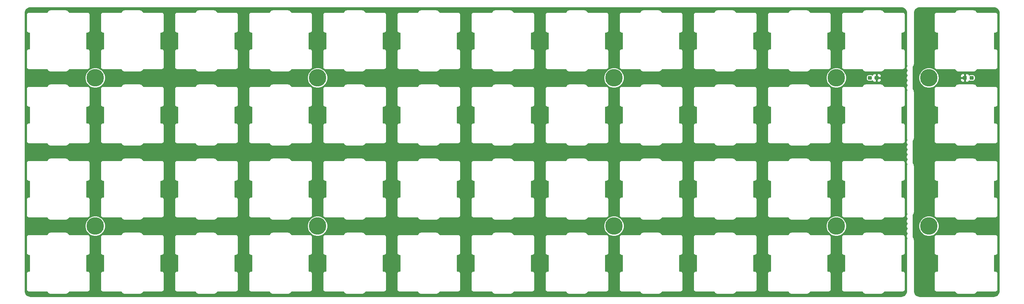
<source format=gbl>
G04 #@! TF.GenerationSoftware,KiCad,Pcbnew,(5.1.4-0)*
G04 #@! TF.CreationDate,2021-07-31T12:50:46-05:00*
G04 #@! TF.ProjectId,ori_top_plate,6f72695f-746f-4705-9f70-6c6174652e6b,rev?*
G04 #@! TF.SameCoordinates,Original*
G04 #@! TF.FileFunction,Copper,L2,Bot*
G04 #@! TF.FilePolarity,Positive*
%FSLAX46Y46*%
G04 Gerber Fmt 4.6, Leading zero omitted, Abs format (unit mm)*
G04 Created by KiCad (PCBNEW (5.1.4-0)) date 2021-07-31 12:50:46*
%MOMM*%
%LPD*%
G04 APERTURE LIST*
%ADD10C,0.100000*%
%ADD11C,0.950000*%
%ADD12C,4.500000*%
%ADD13C,0.800000*%
%ADD14C,0.250000*%
G04 APERTURE END LIST*
D10*
G36*
X373888914Y-60248274D02*
G01*
X373911969Y-60251693D01*
X373934578Y-60257357D01*
X373956522Y-60265209D01*
X373977592Y-60275174D01*
X373997583Y-60287156D01*
X374016303Y-60301040D01*
X374033573Y-60316692D01*
X374049225Y-60333962D01*
X374063109Y-60352682D01*
X374075091Y-60372673D01*
X374085056Y-60393743D01*
X374092908Y-60415687D01*
X374098572Y-60438296D01*
X374101991Y-60461351D01*
X374103135Y-60484630D01*
X374103135Y-60959630D01*
X374101991Y-60982909D01*
X374098572Y-61005964D01*
X374092908Y-61028573D01*
X374085056Y-61050517D01*
X374075091Y-61071587D01*
X374063109Y-61091578D01*
X374049225Y-61110298D01*
X374033573Y-61127568D01*
X374016303Y-61143220D01*
X373997583Y-61157104D01*
X373977592Y-61169086D01*
X373956522Y-61179051D01*
X373934578Y-61186903D01*
X373911969Y-61192567D01*
X373888914Y-61195986D01*
X373865635Y-61197130D01*
X373290635Y-61197130D01*
X373267356Y-61195986D01*
X373244301Y-61192567D01*
X373221692Y-61186903D01*
X373199748Y-61179051D01*
X373178678Y-61169086D01*
X373158687Y-61157104D01*
X373139967Y-61143220D01*
X373122697Y-61127568D01*
X373107045Y-61110298D01*
X373093161Y-61091578D01*
X373081179Y-61071587D01*
X373071214Y-61050517D01*
X373063362Y-61028573D01*
X373057698Y-61005964D01*
X373054279Y-60982909D01*
X373053135Y-60959630D01*
X373053135Y-60484630D01*
X373054279Y-60461351D01*
X373057698Y-60438296D01*
X373063362Y-60415687D01*
X373071214Y-60393743D01*
X373081179Y-60372673D01*
X373093161Y-60352682D01*
X373107045Y-60333962D01*
X373122697Y-60316692D01*
X373139967Y-60301040D01*
X373158687Y-60287156D01*
X373178678Y-60275174D01*
X373199748Y-60265209D01*
X373221692Y-60257357D01*
X373244301Y-60251693D01*
X373267356Y-60248274D01*
X373290635Y-60247130D01*
X373865635Y-60247130D01*
X373888914Y-60248274D01*
X373888914Y-60248274D01*
G37*
D11*
X373578135Y-60722130D03*
D10*
G36*
X375638914Y-60248274D02*
G01*
X375661969Y-60251693D01*
X375684578Y-60257357D01*
X375706522Y-60265209D01*
X375727592Y-60275174D01*
X375747583Y-60287156D01*
X375766303Y-60301040D01*
X375783573Y-60316692D01*
X375799225Y-60333962D01*
X375813109Y-60352682D01*
X375825091Y-60372673D01*
X375835056Y-60393743D01*
X375842908Y-60415687D01*
X375848572Y-60438296D01*
X375851991Y-60461351D01*
X375853135Y-60484630D01*
X375853135Y-60959630D01*
X375851991Y-60982909D01*
X375848572Y-61005964D01*
X375842908Y-61028573D01*
X375835056Y-61050517D01*
X375825091Y-61071587D01*
X375813109Y-61091578D01*
X375799225Y-61110298D01*
X375783573Y-61127568D01*
X375766303Y-61143220D01*
X375747583Y-61157104D01*
X375727592Y-61169086D01*
X375706522Y-61179051D01*
X375684578Y-61186903D01*
X375661969Y-61192567D01*
X375638914Y-61195986D01*
X375615635Y-61197130D01*
X375040635Y-61197130D01*
X375017356Y-61195986D01*
X374994301Y-61192567D01*
X374971692Y-61186903D01*
X374949748Y-61179051D01*
X374928678Y-61169086D01*
X374908687Y-61157104D01*
X374889967Y-61143220D01*
X374872697Y-61127568D01*
X374857045Y-61110298D01*
X374843161Y-61091578D01*
X374831179Y-61071587D01*
X374821214Y-61050517D01*
X374813362Y-61028573D01*
X374807698Y-61005964D01*
X374804279Y-60982909D01*
X374803135Y-60959630D01*
X374803135Y-60484630D01*
X374804279Y-60461351D01*
X374807698Y-60438296D01*
X374813362Y-60415687D01*
X374821214Y-60393743D01*
X374831179Y-60372673D01*
X374843161Y-60352682D01*
X374857045Y-60333962D01*
X374872697Y-60316692D01*
X374889967Y-60301040D01*
X374908687Y-60287156D01*
X374928678Y-60275174D01*
X374949748Y-60265209D01*
X374971692Y-60257357D01*
X374994301Y-60251693D01*
X375017356Y-60248274D01*
X375040635Y-60247130D01*
X375615635Y-60247130D01*
X375638914Y-60248274D01*
X375638914Y-60248274D01*
G37*
D11*
X375328135Y-60722130D03*
D10*
G36*
X351230999Y-60248274D02*
G01*
X351254054Y-60251693D01*
X351276663Y-60257357D01*
X351298607Y-60265209D01*
X351319677Y-60275174D01*
X351339668Y-60287156D01*
X351358388Y-60301040D01*
X351375658Y-60316692D01*
X351391310Y-60333962D01*
X351405194Y-60352682D01*
X351417176Y-60372673D01*
X351427141Y-60393743D01*
X351434993Y-60415687D01*
X351440657Y-60438296D01*
X351444076Y-60461351D01*
X351445220Y-60484630D01*
X351445220Y-60959630D01*
X351444076Y-60982909D01*
X351440657Y-61005964D01*
X351434993Y-61028573D01*
X351427141Y-61050517D01*
X351417176Y-61071587D01*
X351405194Y-61091578D01*
X351391310Y-61110298D01*
X351375658Y-61127568D01*
X351358388Y-61143220D01*
X351339668Y-61157104D01*
X351319677Y-61169086D01*
X351298607Y-61179051D01*
X351276663Y-61186903D01*
X351254054Y-61192567D01*
X351230999Y-61195986D01*
X351207720Y-61197130D01*
X350632720Y-61197130D01*
X350609441Y-61195986D01*
X350586386Y-61192567D01*
X350563777Y-61186903D01*
X350541833Y-61179051D01*
X350520763Y-61169086D01*
X350500772Y-61157104D01*
X350482052Y-61143220D01*
X350464782Y-61127568D01*
X350449130Y-61110298D01*
X350435246Y-61091578D01*
X350423264Y-61071587D01*
X350413299Y-61050517D01*
X350405447Y-61028573D01*
X350399783Y-61005964D01*
X350396364Y-60982909D01*
X350395220Y-60959630D01*
X350395220Y-60484630D01*
X350396364Y-60461351D01*
X350399783Y-60438296D01*
X350405447Y-60415687D01*
X350413299Y-60393743D01*
X350423264Y-60372673D01*
X350435246Y-60352682D01*
X350449130Y-60333962D01*
X350464782Y-60316692D01*
X350482052Y-60301040D01*
X350500772Y-60287156D01*
X350520763Y-60275174D01*
X350541833Y-60265209D01*
X350563777Y-60257357D01*
X350586386Y-60251693D01*
X350609441Y-60248274D01*
X350632720Y-60247130D01*
X351207720Y-60247130D01*
X351230999Y-60248274D01*
X351230999Y-60248274D01*
G37*
D11*
X350920220Y-60722130D03*
D10*
G36*
X349480999Y-60248274D02*
G01*
X349504054Y-60251693D01*
X349526663Y-60257357D01*
X349548607Y-60265209D01*
X349569677Y-60275174D01*
X349589668Y-60287156D01*
X349608388Y-60301040D01*
X349625658Y-60316692D01*
X349641310Y-60333962D01*
X349655194Y-60352682D01*
X349667176Y-60372673D01*
X349677141Y-60393743D01*
X349684993Y-60415687D01*
X349690657Y-60438296D01*
X349694076Y-60461351D01*
X349695220Y-60484630D01*
X349695220Y-60959630D01*
X349694076Y-60982909D01*
X349690657Y-61005964D01*
X349684993Y-61028573D01*
X349677141Y-61050517D01*
X349667176Y-61071587D01*
X349655194Y-61091578D01*
X349641310Y-61110298D01*
X349625658Y-61127568D01*
X349608388Y-61143220D01*
X349589668Y-61157104D01*
X349569677Y-61169086D01*
X349548607Y-61179051D01*
X349526663Y-61186903D01*
X349504054Y-61192567D01*
X349480999Y-61195986D01*
X349457720Y-61197130D01*
X348882720Y-61197130D01*
X348859441Y-61195986D01*
X348836386Y-61192567D01*
X348813777Y-61186903D01*
X348791833Y-61179051D01*
X348770763Y-61169086D01*
X348750772Y-61157104D01*
X348732052Y-61143220D01*
X348714782Y-61127568D01*
X348699130Y-61110298D01*
X348685246Y-61091578D01*
X348673264Y-61071587D01*
X348663299Y-61050517D01*
X348655447Y-61028573D01*
X348649783Y-61005964D01*
X348646364Y-60982909D01*
X348645220Y-60959630D01*
X348645220Y-60484630D01*
X348646364Y-60461351D01*
X348649783Y-60438296D01*
X348655447Y-60415687D01*
X348663299Y-60393743D01*
X348673264Y-60372673D01*
X348685246Y-60352682D01*
X348699130Y-60333962D01*
X348714782Y-60316692D01*
X348732052Y-60301040D01*
X348750772Y-60287156D01*
X348770763Y-60275174D01*
X348791833Y-60265209D01*
X348813777Y-60257357D01*
X348836386Y-60251693D01*
X348859441Y-60248274D01*
X348882720Y-60247130D01*
X349457720Y-60247130D01*
X349480999Y-60248274D01*
X349480999Y-60248274D01*
G37*
D11*
X349170220Y-60722130D03*
D12*
X364331556Y-98821958D03*
X364331556Y-60721926D03*
X150019380Y-60722130D03*
X150019380Y-98822290D03*
X283369940Y-60721926D03*
X207168924Y-60721926D03*
X283368988Y-98821958D03*
X207168924Y-98821958D03*
X340519036Y-60721926D03*
X340519036Y-98821958D03*
D13*
X372071875Y-60722130D03*
X352426480Y-60722130D03*
D14*
X373578135Y-60722130D02*
X372071875Y-60722130D01*
X350920220Y-60722130D02*
X352426480Y-60722130D01*
G36*
X381269143Y-42695500D02*
G01*
X381527732Y-42773572D01*
X381766227Y-42900381D01*
X381975547Y-43071099D01*
X382147725Y-43279227D01*
X382276198Y-43516834D01*
X382356073Y-43774865D01*
X382386259Y-44062076D01*
X382386260Y-115471147D01*
X382357982Y-115759547D01*
X382279910Y-116018134D01*
X382153102Y-116256625D01*
X381982383Y-116465949D01*
X381774255Y-116638127D01*
X381536648Y-116766600D01*
X381278618Y-116846474D01*
X380991406Y-116876661D01*
X361969868Y-116876661D01*
X361681479Y-116848384D01*
X361422892Y-116770312D01*
X361184401Y-116643504D01*
X360975077Y-116472785D01*
X360802899Y-116264657D01*
X360674426Y-116027050D01*
X360594552Y-115769020D01*
X360564365Y-115481808D01*
X360564365Y-105680330D01*
X365669277Y-105680330D01*
X365681422Y-105803635D01*
X365717388Y-105922202D01*
X365775795Y-106031474D01*
X365854398Y-106127252D01*
X365950176Y-106205855D01*
X366059448Y-106264262D01*
X366178015Y-106300228D01*
X366270425Y-106309330D01*
X366301320Y-106312373D01*
X366332215Y-106309330D01*
X366497820Y-106309330D01*
X366497821Y-110385330D01*
X366332215Y-110385330D01*
X366301320Y-110382287D01*
X366270425Y-110385330D01*
X366178015Y-110394432D01*
X366059448Y-110430398D01*
X365950176Y-110488805D01*
X365854398Y-110567408D01*
X365775795Y-110663186D01*
X365717388Y-110772458D01*
X365681422Y-110891025D01*
X365669277Y-111014330D01*
X365672320Y-111045225D01*
X365672321Y-115109225D01*
X365681423Y-115201635D01*
X365717389Y-115320202D01*
X365775796Y-115429474D01*
X365854399Y-115525252D01*
X365950177Y-115603855D01*
X366059449Y-115662262D01*
X366178016Y-115698228D01*
X366301320Y-115710373D01*
X366332215Y-115707330D01*
X371011129Y-115707330D01*
X371015188Y-115720710D01*
X371108973Y-115896170D01*
X371235187Y-116049963D01*
X371388980Y-116176177D01*
X371564440Y-116269962D01*
X371754826Y-116327715D01*
X371903212Y-116342330D01*
X375812428Y-116342330D01*
X375960814Y-116327715D01*
X376151200Y-116269962D01*
X376326660Y-116176177D01*
X376480453Y-116049963D01*
X376606667Y-115896170D01*
X376700452Y-115720710D01*
X376704511Y-115707330D01*
X381383425Y-115707330D01*
X381414320Y-115710373D01*
X381537625Y-115698228D01*
X381656192Y-115662262D01*
X381765464Y-115603855D01*
X381861242Y-115525252D01*
X381939845Y-115429474D01*
X381998252Y-115320202D01*
X382034218Y-115201635D01*
X382043320Y-115109225D01*
X382043320Y-111045225D01*
X382046363Y-111014330D01*
X382034218Y-110891025D01*
X381998252Y-110772458D01*
X381939845Y-110663186D01*
X381861242Y-110567408D01*
X381765464Y-110488805D01*
X381656192Y-110430398D01*
X381537625Y-110394432D01*
X381445215Y-110385330D01*
X381414320Y-110382287D01*
X381383425Y-110385330D01*
X381217820Y-110385330D01*
X381217820Y-106309330D01*
X381383425Y-106309330D01*
X381414320Y-106312373D01*
X381537625Y-106300228D01*
X381656192Y-106264262D01*
X381765464Y-106205855D01*
X381861242Y-106127252D01*
X381939845Y-106031474D01*
X381998252Y-105922202D01*
X382034218Y-105803635D01*
X382043320Y-105711225D01*
X382046363Y-105680330D01*
X382043320Y-105649435D01*
X382043320Y-101585435D01*
X382034218Y-101493025D01*
X381998252Y-101374458D01*
X381939845Y-101265186D01*
X381861242Y-101169408D01*
X381765463Y-101090805D01*
X381656191Y-101032398D01*
X381537624Y-100996432D01*
X381414320Y-100984287D01*
X381383425Y-100987330D01*
X376704511Y-100987330D01*
X376700452Y-100973950D01*
X376606667Y-100798490D01*
X376480453Y-100644697D01*
X376326660Y-100518483D01*
X376151200Y-100424698D01*
X375960814Y-100366945D01*
X375812428Y-100352330D01*
X371903212Y-100352330D01*
X371754826Y-100366945D01*
X371564440Y-100424698D01*
X371388980Y-100518483D01*
X371235187Y-100644697D01*
X371108973Y-100798490D01*
X371015188Y-100973950D01*
X371011129Y-100987330D01*
X366332215Y-100987330D01*
X366301320Y-100984287D01*
X366178015Y-100996432D01*
X366059448Y-101032398D01*
X365950176Y-101090805D01*
X365854398Y-101169408D01*
X365775795Y-101265187D01*
X365717388Y-101374459D01*
X365681422Y-101493026D01*
X365672320Y-101585436D01*
X365672321Y-105649425D01*
X365669277Y-105680330D01*
X360564365Y-105680330D01*
X360564365Y-102374189D01*
X360562398Y-102354218D01*
X360562398Y-102346491D01*
X360561814Y-102340936D01*
X360548863Y-102225476D01*
X360541331Y-102190042D01*
X360534284Y-102154450D01*
X360532632Y-102149114D01*
X360497501Y-102038368D01*
X360483212Y-102005029D01*
X360469404Y-101971529D01*
X360466748Y-101966616D01*
X360410776Y-101864803D01*
X360390302Y-101834901D01*
X360370232Y-101804693D01*
X360366675Y-101800395D01*
X360366671Y-101800389D01*
X360366666Y-101800384D01*
X360291989Y-101711387D01*
X360290575Y-101710002D01*
X360290575Y-98563418D01*
X361706556Y-98563418D01*
X361706556Y-99080498D01*
X361807434Y-99587642D01*
X362005311Y-100065362D01*
X362292586Y-100495298D01*
X362658216Y-100860928D01*
X363088152Y-101148203D01*
X363565872Y-101346080D01*
X364073016Y-101446958D01*
X364590096Y-101446958D01*
X365097240Y-101346080D01*
X365574960Y-101148203D01*
X366004896Y-100860928D01*
X366370526Y-100495298D01*
X366657801Y-100065362D01*
X366855678Y-99587642D01*
X366956556Y-99080498D01*
X366956556Y-98563418D01*
X366855678Y-98056274D01*
X366657801Y-97578554D01*
X366370526Y-97148618D01*
X366004896Y-96782988D01*
X365574960Y-96495713D01*
X365097240Y-96297836D01*
X364590096Y-96196958D01*
X364073016Y-96196958D01*
X363565872Y-96297836D01*
X363088152Y-96495713D01*
X362658216Y-96782988D01*
X362292586Y-97148618D01*
X362005311Y-97578554D01*
X361807434Y-98056274D01*
X361706556Y-98563418D01*
X360290575Y-98563418D01*
X360290575Y-95933833D01*
X360297887Y-95926672D01*
X360301442Y-95922375D01*
X360301447Y-95922370D01*
X360301451Y-95922365D01*
X360374880Y-95832332D01*
X360394972Y-95802091D01*
X360415424Y-95772221D01*
X360418081Y-95767309D01*
X360472626Y-95664723D01*
X360486440Y-95631206D01*
X360500722Y-95597884D01*
X360502374Y-95592548D01*
X360535955Y-95481322D01*
X360542994Y-95445773D01*
X360550534Y-95410299D01*
X360551118Y-95404744D01*
X360562456Y-95289114D01*
X360562456Y-95289110D01*
X360564365Y-95269727D01*
X360564365Y-86630250D01*
X365669277Y-86630250D01*
X365681422Y-86753555D01*
X365717388Y-86872122D01*
X365775795Y-86981394D01*
X365854398Y-87077172D01*
X365950176Y-87155775D01*
X366059448Y-87214182D01*
X366178015Y-87250148D01*
X366270425Y-87259250D01*
X366301320Y-87262293D01*
X366332215Y-87259250D01*
X366497820Y-87259250D01*
X366497821Y-91335250D01*
X366332215Y-91335250D01*
X366301320Y-91332207D01*
X366270425Y-91335250D01*
X366178015Y-91344352D01*
X366059448Y-91380318D01*
X365950176Y-91438725D01*
X365854398Y-91517328D01*
X365775795Y-91613106D01*
X365717388Y-91722378D01*
X365681422Y-91840945D01*
X365669277Y-91964250D01*
X365672320Y-91995145D01*
X365672321Y-96059145D01*
X365681423Y-96151555D01*
X365717389Y-96270122D01*
X365775796Y-96379394D01*
X365854399Y-96475172D01*
X365950177Y-96553775D01*
X366059449Y-96612182D01*
X366178016Y-96648148D01*
X366301320Y-96660293D01*
X366332215Y-96657250D01*
X371011129Y-96657250D01*
X371015188Y-96670630D01*
X371108973Y-96846090D01*
X371235187Y-96999883D01*
X371388980Y-97126097D01*
X371564440Y-97219882D01*
X371754826Y-97277635D01*
X371903212Y-97292250D01*
X375812428Y-97292250D01*
X375960814Y-97277635D01*
X376151200Y-97219882D01*
X376326660Y-97126097D01*
X376480453Y-96999883D01*
X376606667Y-96846090D01*
X376700452Y-96670630D01*
X376704511Y-96657250D01*
X381383425Y-96657250D01*
X381414320Y-96660293D01*
X381537625Y-96648148D01*
X381656192Y-96612182D01*
X381765464Y-96553775D01*
X381861242Y-96475172D01*
X381939845Y-96379394D01*
X381998252Y-96270122D01*
X382034218Y-96151555D01*
X382043320Y-96059145D01*
X382043320Y-91995145D01*
X382046363Y-91964250D01*
X382034218Y-91840945D01*
X381998252Y-91722378D01*
X381939845Y-91613106D01*
X381861242Y-91517328D01*
X381765464Y-91438725D01*
X381656192Y-91380318D01*
X381537625Y-91344352D01*
X381445215Y-91335250D01*
X381414320Y-91332207D01*
X381383425Y-91335250D01*
X381217820Y-91335250D01*
X381217820Y-87259250D01*
X381383425Y-87259250D01*
X381414320Y-87262293D01*
X381537625Y-87250148D01*
X381656192Y-87214182D01*
X381765464Y-87155775D01*
X381861242Y-87077172D01*
X381939845Y-86981394D01*
X381998252Y-86872122D01*
X382034218Y-86753555D01*
X382043320Y-86661145D01*
X382046363Y-86630250D01*
X382043320Y-86599355D01*
X382043320Y-82535355D01*
X382034218Y-82442945D01*
X381998252Y-82324378D01*
X381939845Y-82215106D01*
X381861242Y-82119328D01*
X381765463Y-82040725D01*
X381656191Y-81982318D01*
X381537624Y-81946352D01*
X381414320Y-81934207D01*
X381383425Y-81937250D01*
X376704511Y-81937250D01*
X376700452Y-81923870D01*
X376606667Y-81748410D01*
X376480453Y-81594617D01*
X376326660Y-81468403D01*
X376151200Y-81374618D01*
X375960814Y-81316865D01*
X375812428Y-81302250D01*
X371903212Y-81302250D01*
X371754826Y-81316865D01*
X371564440Y-81374618D01*
X371388980Y-81468403D01*
X371235187Y-81594617D01*
X371108973Y-81748410D01*
X371015188Y-81923870D01*
X371011129Y-81937250D01*
X366332215Y-81937250D01*
X366301320Y-81934207D01*
X366178015Y-81946352D01*
X366059448Y-81982318D01*
X365950176Y-82040725D01*
X365854398Y-82119328D01*
X365775795Y-82215107D01*
X365717388Y-82324379D01*
X365681422Y-82442946D01*
X365672320Y-82535356D01*
X365672321Y-86599345D01*
X365669277Y-86630250D01*
X360564365Y-86630250D01*
X360564365Y-83324173D01*
X360562398Y-83304202D01*
X360562398Y-83296475D01*
X360561814Y-83290920D01*
X360548863Y-83175460D01*
X360541331Y-83140026D01*
X360534284Y-83104434D01*
X360532632Y-83099098D01*
X360497501Y-82988352D01*
X360483212Y-82955013D01*
X360469404Y-82921513D01*
X360466748Y-82916600D01*
X360410776Y-82814787D01*
X360390302Y-82784885D01*
X360370232Y-82754677D01*
X360366675Y-82750379D01*
X360366671Y-82750373D01*
X360366666Y-82750368D01*
X360291989Y-82661371D01*
X360290575Y-82659986D01*
X360290575Y-76883817D01*
X360297887Y-76876656D01*
X360301442Y-76872359D01*
X360301447Y-76872354D01*
X360301451Y-76872349D01*
X360374880Y-76782316D01*
X360394972Y-76752075D01*
X360415424Y-76722205D01*
X360418081Y-76717293D01*
X360472626Y-76614707D01*
X360486440Y-76581190D01*
X360500722Y-76547868D01*
X360502374Y-76542532D01*
X360535955Y-76431306D01*
X360542994Y-76395757D01*
X360550534Y-76360283D01*
X360551118Y-76354728D01*
X360562456Y-76239098D01*
X360562456Y-76239094D01*
X360564365Y-76219711D01*
X360564365Y-67580170D01*
X365669277Y-67580170D01*
X365681422Y-67703475D01*
X365717388Y-67822042D01*
X365775795Y-67931314D01*
X365854398Y-68027092D01*
X365950176Y-68105695D01*
X366059448Y-68164102D01*
X366178015Y-68200068D01*
X366270425Y-68209170D01*
X366301320Y-68212213D01*
X366332215Y-68209170D01*
X366497820Y-68209170D01*
X366497821Y-72285170D01*
X366332215Y-72285170D01*
X366301320Y-72282127D01*
X366270425Y-72285170D01*
X366178015Y-72294272D01*
X366059448Y-72330238D01*
X365950176Y-72388645D01*
X365854398Y-72467248D01*
X365775795Y-72563026D01*
X365717388Y-72672298D01*
X365681422Y-72790865D01*
X365669277Y-72914170D01*
X365672320Y-72945065D01*
X365672321Y-77009065D01*
X365681423Y-77101475D01*
X365717389Y-77220042D01*
X365775796Y-77329314D01*
X365854399Y-77425092D01*
X365950177Y-77503695D01*
X366059449Y-77562102D01*
X366178016Y-77598068D01*
X366301320Y-77610213D01*
X366332215Y-77607170D01*
X371011129Y-77607170D01*
X371015188Y-77620550D01*
X371108973Y-77796010D01*
X371235187Y-77949803D01*
X371388980Y-78076017D01*
X371564440Y-78169802D01*
X371754826Y-78227555D01*
X371903212Y-78242170D01*
X375812428Y-78242170D01*
X375960814Y-78227555D01*
X376151200Y-78169802D01*
X376326660Y-78076017D01*
X376480453Y-77949803D01*
X376606667Y-77796010D01*
X376700452Y-77620550D01*
X376704511Y-77607170D01*
X381383425Y-77607170D01*
X381414320Y-77610213D01*
X381537625Y-77598068D01*
X381656192Y-77562102D01*
X381765464Y-77503695D01*
X381861242Y-77425092D01*
X381939845Y-77329314D01*
X381998252Y-77220042D01*
X382034218Y-77101475D01*
X382043320Y-77009065D01*
X382043320Y-72945065D01*
X382046363Y-72914170D01*
X382034218Y-72790865D01*
X381998252Y-72672298D01*
X381939845Y-72563026D01*
X381861242Y-72467248D01*
X381765464Y-72388645D01*
X381656192Y-72330238D01*
X381537625Y-72294272D01*
X381445215Y-72285170D01*
X381414320Y-72282127D01*
X381383425Y-72285170D01*
X381217820Y-72285170D01*
X381217820Y-68209170D01*
X381383425Y-68209170D01*
X381414320Y-68212213D01*
X381537625Y-68200068D01*
X381656192Y-68164102D01*
X381765464Y-68105695D01*
X381861242Y-68027092D01*
X381939845Y-67931314D01*
X381998252Y-67822042D01*
X382034218Y-67703475D01*
X382043320Y-67611065D01*
X382046363Y-67580170D01*
X382043320Y-67549275D01*
X382043320Y-63485275D01*
X382034218Y-63392865D01*
X381998252Y-63274298D01*
X381939845Y-63165026D01*
X381861242Y-63069248D01*
X381765463Y-62990645D01*
X381656191Y-62932238D01*
X381537624Y-62896272D01*
X381414320Y-62884127D01*
X381383425Y-62887170D01*
X376704511Y-62887170D01*
X376700452Y-62873790D01*
X376606667Y-62698330D01*
X376480453Y-62544537D01*
X376326660Y-62418323D01*
X376151200Y-62324538D01*
X375960814Y-62266785D01*
X375812428Y-62252170D01*
X371903212Y-62252170D01*
X371754826Y-62266785D01*
X371564440Y-62324538D01*
X371388980Y-62418323D01*
X371235187Y-62544537D01*
X371108973Y-62698330D01*
X371015188Y-62873790D01*
X371011129Y-62887170D01*
X366332215Y-62887170D01*
X366301320Y-62884127D01*
X366178015Y-62896272D01*
X366059448Y-62932238D01*
X365950176Y-62990645D01*
X365854398Y-63069248D01*
X365775795Y-63165027D01*
X365717388Y-63274299D01*
X365681422Y-63392866D01*
X365672320Y-63485276D01*
X365672321Y-67549265D01*
X365669277Y-67580170D01*
X360564365Y-67580170D01*
X360564365Y-64274157D01*
X360562398Y-64254186D01*
X360562398Y-64246459D01*
X360561814Y-64240904D01*
X360548863Y-64125444D01*
X360541331Y-64090010D01*
X360534284Y-64054418D01*
X360532632Y-64049082D01*
X360497501Y-63938336D01*
X360483212Y-63904997D01*
X360469404Y-63871497D01*
X360466748Y-63866584D01*
X360410776Y-63764771D01*
X360390302Y-63734869D01*
X360370232Y-63704661D01*
X360366675Y-63700363D01*
X360366671Y-63700357D01*
X360366666Y-63700352D01*
X360291989Y-63611355D01*
X360290575Y-63609970D01*
X360290575Y-60463386D01*
X361706556Y-60463386D01*
X361706556Y-60980466D01*
X361807434Y-61487610D01*
X362005311Y-61965330D01*
X362292586Y-62395266D01*
X362658216Y-62760896D01*
X363088152Y-63048171D01*
X363565872Y-63246048D01*
X364073016Y-63346926D01*
X364590096Y-63346926D01*
X365097240Y-63246048D01*
X365574960Y-63048171D01*
X366004896Y-62760896D01*
X366370526Y-62395266D01*
X366657801Y-61965330D01*
X366855678Y-61487610D01*
X366913458Y-61197130D01*
X372417072Y-61197130D01*
X372429294Y-61321220D01*
X372465489Y-61440541D01*
X372524268Y-61550508D01*
X372603371Y-61646894D01*
X372699757Y-61725997D01*
X372809724Y-61784776D01*
X372929045Y-61820971D01*
X373053135Y-61833193D01*
X373290885Y-61830130D01*
X373449135Y-61671880D01*
X373449135Y-60851130D01*
X372578385Y-60851130D01*
X372420135Y-61009380D01*
X372417072Y-61197130D01*
X366913458Y-61197130D01*
X366956556Y-60980466D01*
X366956556Y-60463386D01*
X366913540Y-60247130D01*
X372417072Y-60247130D01*
X372420135Y-60434880D01*
X372578385Y-60593130D01*
X373449135Y-60593130D01*
X373449135Y-59772380D01*
X373707135Y-59772380D01*
X373707135Y-60593130D01*
X373727135Y-60593130D01*
X373727135Y-60851130D01*
X373707135Y-60851130D01*
X373707135Y-61671880D01*
X373865385Y-61830130D01*
X374103135Y-61833193D01*
X374227225Y-61820971D01*
X374346546Y-61784776D01*
X374456513Y-61725997D01*
X374552899Y-61646894D01*
X374632002Y-61550508D01*
X374682292Y-61456422D01*
X374699340Y-61470413D01*
X374805547Y-61527182D01*
X374920788Y-61562140D01*
X375040635Y-61573944D01*
X375615635Y-61573944D01*
X375735482Y-61562140D01*
X375850723Y-61527182D01*
X375956930Y-61470413D01*
X376050021Y-61394016D01*
X376126418Y-61300925D01*
X376183187Y-61194718D01*
X376218145Y-61079477D01*
X376229949Y-60959630D01*
X376229949Y-60484630D01*
X376218145Y-60364783D01*
X376183187Y-60249542D01*
X376126418Y-60143335D01*
X376050021Y-60050244D01*
X375956930Y-59973847D01*
X375850723Y-59917078D01*
X375735482Y-59882120D01*
X375615635Y-59870316D01*
X375040635Y-59870316D01*
X374920788Y-59882120D01*
X374805547Y-59917078D01*
X374699340Y-59973847D01*
X374682292Y-59987838D01*
X374632002Y-59893752D01*
X374552899Y-59797366D01*
X374456513Y-59718263D01*
X374346546Y-59659484D01*
X374227225Y-59623289D01*
X374103135Y-59611067D01*
X373865385Y-59614130D01*
X373707135Y-59772380D01*
X373449135Y-59772380D01*
X373290885Y-59614130D01*
X373053135Y-59611067D01*
X372929045Y-59623289D01*
X372809724Y-59659484D01*
X372699757Y-59718263D01*
X372603371Y-59797366D01*
X372524268Y-59893752D01*
X372465489Y-60003719D01*
X372429294Y-60123040D01*
X372417072Y-60247130D01*
X366913540Y-60247130D01*
X366855678Y-59956242D01*
X366657801Y-59478522D01*
X366370526Y-59048586D01*
X366004896Y-58682956D01*
X365574960Y-58395681D01*
X365097240Y-58197804D01*
X364590096Y-58096926D01*
X364073016Y-58096926D01*
X363565872Y-58197804D01*
X363088152Y-58395681D01*
X362658216Y-58682956D01*
X362292586Y-59048586D01*
X362005311Y-59478522D01*
X361807434Y-59956242D01*
X361706556Y-60463386D01*
X360290575Y-60463386D01*
X360290575Y-57833801D01*
X360297887Y-57826640D01*
X360301442Y-57822343D01*
X360301447Y-57822338D01*
X360301451Y-57822333D01*
X360374880Y-57732300D01*
X360394972Y-57702059D01*
X360415424Y-57672189D01*
X360418081Y-57667277D01*
X360472626Y-57564691D01*
X360486440Y-57531174D01*
X360500722Y-57497852D01*
X360502374Y-57492516D01*
X360535955Y-57381290D01*
X360542994Y-57345741D01*
X360550534Y-57310267D01*
X360551118Y-57304712D01*
X360562456Y-57189082D01*
X360562456Y-57189078D01*
X360564365Y-57169695D01*
X360564365Y-48530090D01*
X365669277Y-48530090D01*
X365681422Y-48653395D01*
X365717388Y-48771962D01*
X365775795Y-48881234D01*
X365854398Y-48977012D01*
X365950176Y-49055615D01*
X366059448Y-49114022D01*
X366178015Y-49149988D01*
X366270425Y-49159090D01*
X366301320Y-49162133D01*
X366332215Y-49159090D01*
X366497820Y-49159090D01*
X366497821Y-53235090D01*
X366332215Y-53235090D01*
X366301320Y-53232047D01*
X366270425Y-53235090D01*
X366178015Y-53244192D01*
X366059448Y-53280158D01*
X365950176Y-53338565D01*
X365854398Y-53417168D01*
X365775795Y-53512946D01*
X365717388Y-53622218D01*
X365681422Y-53740785D01*
X365669277Y-53864090D01*
X365672320Y-53894985D01*
X365672321Y-57958985D01*
X365681423Y-58051395D01*
X365717389Y-58169962D01*
X365775796Y-58279234D01*
X365854399Y-58375012D01*
X365950177Y-58453615D01*
X366059449Y-58512022D01*
X366178016Y-58547988D01*
X366301320Y-58560133D01*
X366332215Y-58557090D01*
X371011129Y-58557090D01*
X371015188Y-58570470D01*
X371108973Y-58745930D01*
X371235187Y-58899723D01*
X371388980Y-59025937D01*
X371564440Y-59119722D01*
X371754826Y-59177475D01*
X371903212Y-59192090D01*
X375812428Y-59192090D01*
X375960814Y-59177475D01*
X376151200Y-59119722D01*
X376326660Y-59025937D01*
X376480453Y-58899723D01*
X376606667Y-58745930D01*
X376700452Y-58570470D01*
X376704511Y-58557090D01*
X381383425Y-58557090D01*
X381414320Y-58560133D01*
X381537625Y-58547988D01*
X381656192Y-58512022D01*
X381765464Y-58453615D01*
X381861242Y-58375012D01*
X381939845Y-58279234D01*
X381998252Y-58169962D01*
X382034218Y-58051395D01*
X382043320Y-57958985D01*
X382043320Y-53894985D01*
X382046363Y-53864090D01*
X382034218Y-53740785D01*
X381998252Y-53622218D01*
X381939845Y-53512946D01*
X381861242Y-53417168D01*
X381765464Y-53338565D01*
X381656192Y-53280158D01*
X381537625Y-53244192D01*
X381445215Y-53235090D01*
X381414320Y-53232047D01*
X381383425Y-53235090D01*
X381217820Y-53235090D01*
X381217820Y-49159090D01*
X381383425Y-49159090D01*
X381414320Y-49162133D01*
X381537625Y-49149988D01*
X381656192Y-49114022D01*
X381765464Y-49055615D01*
X381861242Y-48977012D01*
X381939845Y-48881234D01*
X381998252Y-48771962D01*
X382034218Y-48653395D01*
X382043320Y-48560985D01*
X382046363Y-48530090D01*
X382043320Y-48499195D01*
X382043320Y-44435195D01*
X382034218Y-44342785D01*
X381998252Y-44224218D01*
X381939845Y-44114946D01*
X381861242Y-44019168D01*
X381765463Y-43940565D01*
X381656191Y-43882158D01*
X381537624Y-43846192D01*
X381414320Y-43834047D01*
X381383425Y-43837090D01*
X376704511Y-43837090D01*
X376700452Y-43823710D01*
X376606667Y-43648250D01*
X376480453Y-43494457D01*
X376326660Y-43368243D01*
X376151200Y-43274458D01*
X375960814Y-43216705D01*
X375812428Y-43202090D01*
X371903212Y-43202090D01*
X371754826Y-43216705D01*
X371564440Y-43274458D01*
X371388980Y-43368243D01*
X371235187Y-43494457D01*
X371108973Y-43648250D01*
X371015188Y-43823710D01*
X371011129Y-43837090D01*
X366332215Y-43837090D01*
X366301320Y-43834047D01*
X366178015Y-43846192D01*
X366059448Y-43882158D01*
X365950176Y-43940565D01*
X365854398Y-44019168D01*
X365775795Y-44114947D01*
X365717388Y-44224219D01*
X365681422Y-44342786D01*
X365672320Y-44435196D01*
X365672321Y-48499185D01*
X365669277Y-48530090D01*
X360564365Y-48530090D01*
X360564365Y-44072726D01*
X360592642Y-43784339D01*
X360670714Y-43525750D01*
X360797523Y-43287255D01*
X360968241Y-43077935D01*
X361176369Y-42905757D01*
X361413976Y-42777284D01*
X361672007Y-42697409D01*
X361959218Y-42667223D01*
X380980756Y-42667223D01*
X381269143Y-42695500D01*
X381269143Y-42695500D01*
G37*
X381269143Y-42695500D02*
X381527732Y-42773572D01*
X381766227Y-42900381D01*
X381975547Y-43071099D01*
X382147725Y-43279227D01*
X382276198Y-43516834D01*
X382356073Y-43774865D01*
X382386259Y-44062076D01*
X382386260Y-115471147D01*
X382357982Y-115759547D01*
X382279910Y-116018134D01*
X382153102Y-116256625D01*
X381982383Y-116465949D01*
X381774255Y-116638127D01*
X381536648Y-116766600D01*
X381278618Y-116846474D01*
X380991406Y-116876661D01*
X361969868Y-116876661D01*
X361681479Y-116848384D01*
X361422892Y-116770312D01*
X361184401Y-116643504D01*
X360975077Y-116472785D01*
X360802899Y-116264657D01*
X360674426Y-116027050D01*
X360594552Y-115769020D01*
X360564365Y-115481808D01*
X360564365Y-105680330D01*
X365669277Y-105680330D01*
X365681422Y-105803635D01*
X365717388Y-105922202D01*
X365775795Y-106031474D01*
X365854398Y-106127252D01*
X365950176Y-106205855D01*
X366059448Y-106264262D01*
X366178015Y-106300228D01*
X366270425Y-106309330D01*
X366301320Y-106312373D01*
X366332215Y-106309330D01*
X366497820Y-106309330D01*
X366497821Y-110385330D01*
X366332215Y-110385330D01*
X366301320Y-110382287D01*
X366270425Y-110385330D01*
X366178015Y-110394432D01*
X366059448Y-110430398D01*
X365950176Y-110488805D01*
X365854398Y-110567408D01*
X365775795Y-110663186D01*
X365717388Y-110772458D01*
X365681422Y-110891025D01*
X365669277Y-111014330D01*
X365672320Y-111045225D01*
X365672321Y-115109225D01*
X365681423Y-115201635D01*
X365717389Y-115320202D01*
X365775796Y-115429474D01*
X365854399Y-115525252D01*
X365950177Y-115603855D01*
X366059449Y-115662262D01*
X366178016Y-115698228D01*
X366301320Y-115710373D01*
X366332215Y-115707330D01*
X371011129Y-115707330D01*
X371015188Y-115720710D01*
X371108973Y-115896170D01*
X371235187Y-116049963D01*
X371388980Y-116176177D01*
X371564440Y-116269962D01*
X371754826Y-116327715D01*
X371903212Y-116342330D01*
X375812428Y-116342330D01*
X375960814Y-116327715D01*
X376151200Y-116269962D01*
X376326660Y-116176177D01*
X376480453Y-116049963D01*
X376606667Y-115896170D01*
X376700452Y-115720710D01*
X376704511Y-115707330D01*
X381383425Y-115707330D01*
X381414320Y-115710373D01*
X381537625Y-115698228D01*
X381656192Y-115662262D01*
X381765464Y-115603855D01*
X381861242Y-115525252D01*
X381939845Y-115429474D01*
X381998252Y-115320202D01*
X382034218Y-115201635D01*
X382043320Y-115109225D01*
X382043320Y-111045225D01*
X382046363Y-111014330D01*
X382034218Y-110891025D01*
X381998252Y-110772458D01*
X381939845Y-110663186D01*
X381861242Y-110567408D01*
X381765464Y-110488805D01*
X381656192Y-110430398D01*
X381537625Y-110394432D01*
X381445215Y-110385330D01*
X381414320Y-110382287D01*
X381383425Y-110385330D01*
X381217820Y-110385330D01*
X381217820Y-106309330D01*
X381383425Y-106309330D01*
X381414320Y-106312373D01*
X381537625Y-106300228D01*
X381656192Y-106264262D01*
X381765464Y-106205855D01*
X381861242Y-106127252D01*
X381939845Y-106031474D01*
X381998252Y-105922202D01*
X382034218Y-105803635D01*
X382043320Y-105711225D01*
X382046363Y-105680330D01*
X382043320Y-105649435D01*
X382043320Y-101585435D01*
X382034218Y-101493025D01*
X381998252Y-101374458D01*
X381939845Y-101265186D01*
X381861242Y-101169408D01*
X381765463Y-101090805D01*
X381656191Y-101032398D01*
X381537624Y-100996432D01*
X381414320Y-100984287D01*
X381383425Y-100987330D01*
X376704511Y-100987330D01*
X376700452Y-100973950D01*
X376606667Y-100798490D01*
X376480453Y-100644697D01*
X376326660Y-100518483D01*
X376151200Y-100424698D01*
X375960814Y-100366945D01*
X375812428Y-100352330D01*
X371903212Y-100352330D01*
X371754826Y-100366945D01*
X371564440Y-100424698D01*
X371388980Y-100518483D01*
X371235187Y-100644697D01*
X371108973Y-100798490D01*
X371015188Y-100973950D01*
X371011129Y-100987330D01*
X366332215Y-100987330D01*
X366301320Y-100984287D01*
X366178015Y-100996432D01*
X366059448Y-101032398D01*
X365950176Y-101090805D01*
X365854398Y-101169408D01*
X365775795Y-101265187D01*
X365717388Y-101374459D01*
X365681422Y-101493026D01*
X365672320Y-101585436D01*
X365672321Y-105649425D01*
X365669277Y-105680330D01*
X360564365Y-105680330D01*
X360564365Y-102374189D01*
X360562398Y-102354218D01*
X360562398Y-102346491D01*
X360561814Y-102340936D01*
X360548863Y-102225476D01*
X360541331Y-102190042D01*
X360534284Y-102154450D01*
X360532632Y-102149114D01*
X360497501Y-102038368D01*
X360483212Y-102005029D01*
X360469404Y-101971529D01*
X360466748Y-101966616D01*
X360410776Y-101864803D01*
X360390302Y-101834901D01*
X360370232Y-101804693D01*
X360366675Y-101800395D01*
X360366671Y-101800389D01*
X360366666Y-101800384D01*
X360291989Y-101711387D01*
X360290575Y-101710002D01*
X360290575Y-98563418D01*
X361706556Y-98563418D01*
X361706556Y-99080498D01*
X361807434Y-99587642D01*
X362005311Y-100065362D01*
X362292586Y-100495298D01*
X362658216Y-100860928D01*
X363088152Y-101148203D01*
X363565872Y-101346080D01*
X364073016Y-101446958D01*
X364590096Y-101446958D01*
X365097240Y-101346080D01*
X365574960Y-101148203D01*
X366004896Y-100860928D01*
X366370526Y-100495298D01*
X366657801Y-100065362D01*
X366855678Y-99587642D01*
X366956556Y-99080498D01*
X366956556Y-98563418D01*
X366855678Y-98056274D01*
X366657801Y-97578554D01*
X366370526Y-97148618D01*
X366004896Y-96782988D01*
X365574960Y-96495713D01*
X365097240Y-96297836D01*
X364590096Y-96196958D01*
X364073016Y-96196958D01*
X363565872Y-96297836D01*
X363088152Y-96495713D01*
X362658216Y-96782988D01*
X362292586Y-97148618D01*
X362005311Y-97578554D01*
X361807434Y-98056274D01*
X361706556Y-98563418D01*
X360290575Y-98563418D01*
X360290575Y-95933833D01*
X360297887Y-95926672D01*
X360301442Y-95922375D01*
X360301447Y-95922370D01*
X360301451Y-95922365D01*
X360374880Y-95832332D01*
X360394972Y-95802091D01*
X360415424Y-95772221D01*
X360418081Y-95767309D01*
X360472626Y-95664723D01*
X360486440Y-95631206D01*
X360500722Y-95597884D01*
X360502374Y-95592548D01*
X360535955Y-95481322D01*
X360542994Y-95445773D01*
X360550534Y-95410299D01*
X360551118Y-95404744D01*
X360562456Y-95289114D01*
X360562456Y-95289110D01*
X360564365Y-95269727D01*
X360564365Y-86630250D01*
X365669277Y-86630250D01*
X365681422Y-86753555D01*
X365717388Y-86872122D01*
X365775795Y-86981394D01*
X365854398Y-87077172D01*
X365950176Y-87155775D01*
X366059448Y-87214182D01*
X366178015Y-87250148D01*
X366270425Y-87259250D01*
X366301320Y-87262293D01*
X366332215Y-87259250D01*
X366497820Y-87259250D01*
X366497821Y-91335250D01*
X366332215Y-91335250D01*
X366301320Y-91332207D01*
X366270425Y-91335250D01*
X366178015Y-91344352D01*
X366059448Y-91380318D01*
X365950176Y-91438725D01*
X365854398Y-91517328D01*
X365775795Y-91613106D01*
X365717388Y-91722378D01*
X365681422Y-91840945D01*
X365669277Y-91964250D01*
X365672320Y-91995145D01*
X365672321Y-96059145D01*
X365681423Y-96151555D01*
X365717389Y-96270122D01*
X365775796Y-96379394D01*
X365854399Y-96475172D01*
X365950177Y-96553775D01*
X366059449Y-96612182D01*
X366178016Y-96648148D01*
X366301320Y-96660293D01*
X366332215Y-96657250D01*
X371011129Y-96657250D01*
X371015188Y-96670630D01*
X371108973Y-96846090D01*
X371235187Y-96999883D01*
X371388980Y-97126097D01*
X371564440Y-97219882D01*
X371754826Y-97277635D01*
X371903212Y-97292250D01*
X375812428Y-97292250D01*
X375960814Y-97277635D01*
X376151200Y-97219882D01*
X376326660Y-97126097D01*
X376480453Y-96999883D01*
X376606667Y-96846090D01*
X376700452Y-96670630D01*
X376704511Y-96657250D01*
X381383425Y-96657250D01*
X381414320Y-96660293D01*
X381537625Y-96648148D01*
X381656192Y-96612182D01*
X381765464Y-96553775D01*
X381861242Y-96475172D01*
X381939845Y-96379394D01*
X381998252Y-96270122D01*
X382034218Y-96151555D01*
X382043320Y-96059145D01*
X382043320Y-91995145D01*
X382046363Y-91964250D01*
X382034218Y-91840945D01*
X381998252Y-91722378D01*
X381939845Y-91613106D01*
X381861242Y-91517328D01*
X381765464Y-91438725D01*
X381656192Y-91380318D01*
X381537625Y-91344352D01*
X381445215Y-91335250D01*
X381414320Y-91332207D01*
X381383425Y-91335250D01*
X381217820Y-91335250D01*
X381217820Y-87259250D01*
X381383425Y-87259250D01*
X381414320Y-87262293D01*
X381537625Y-87250148D01*
X381656192Y-87214182D01*
X381765464Y-87155775D01*
X381861242Y-87077172D01*
X381939845Y-86981394D01*
X381998252Y-86872122D01*
X382034218Y-86753555D01*
X382043320Y-86661145D01*
X382046363Y-86630250D01*
X382043320Y-86599355D01*
X382043320Y-82535355D01*
X382034218Y-82442945D01*
X381998252Y-82324378D01*
X381939845Y-82215106D01*
X381861242Y-82119328D01*
X381765463Y-82040725D01*
X381656191Y-81982318D01*
X381537624Y-81946352D01*
X381414320Y-81934207D01*
X381383425Y-81937250D01*
X376704511Y-81937250D01*
X376700452Y-81923870D01*
X376606667Y-81748410D01*
X376480453Y-81594617D01*
X376326660Y-81468403D01*
X376151200Y-81374618D01*
X375960814Y-81316865D01*
X375812428Y-81302250D01*
X371903212Y-81302250D01*
X371754826Y-81316865D01*
X371564440Y-81374618D01*
X371388980Y-81468403D01*
X371235187Y-81594617D01*
X371108973Y-81748410D01*
X371015188Y-81923870D01*
X371011129Y-81937250D01*
X366332215Y-81937250D01*
X366301320Y-81934207D01*
X366178015Y-81946352D01*
X366059448Y-81982318D01*
X365950176Y-82040725D01*
X365854398Y-82119328D01*
X365775795Y-82215107D01*
X365717388Y-82324379D01*
X365681422Y-82442946D01*
X365672320Y-82535356D01*
X365672321Y-86599345D01*
X365669277Y-86630250D01*
X360564365Y-86630250D01*
X360564365Y-83324173D01*
X360562398Y-83304202D01*
X360562398Y-83296475D01*
X360561814Y-83290920D01*
X360548863Y-83175460D01*
X360541331Y-83140026D01*
X360534284Y-83104434D01*
X360532632Y-83099098D01*
X360497501Y-82988352D01*
X360483212Y-82955013D01*
X360469404Y-82921513D01*
X360466748Y-82916600D01*
X360410776Y-82814787D01*
X360390302Y-82784885D01*
X360370232Y-82754677D01*
X360366675Y-82750379D01*
X360366671Y-82750373D01*
X360366666Y-82750368D01*
X360291989Y-82661371D01*
X360290575Y-82659986D01*
X360290575Y-76883817D01*
X360297887Y-76876656D01*
X360301442Y-76872359D01*
X360301447Y-76872354D01*
X360301451Y-76872349D01*
X360374880Y-76782316D01*
X360394972Y-76752075D01*
X360415424Y-76722205D01*
X360418081Y-76717293D01*
X360472626Y-76614707D01*
X360486440Y-76581190D01*
X360500722Y-76547868D01*
X360502374Y-76542532D01*
X360535955Y-76431306D01*
X360542994Y-76395757D01*
X360550534Y-76360283D01*
X360551118Y-76354728D01*
X360562456Y-76239098D01*
X360562456Y-76239094D01*
X360564365Y-76219711D01*
X360564365Y-67580170D01*
X365669277Y-67580170D01*
X365681422Y-67703475D01*
X365717388Y-67822042D01*
X365775795Y-67931314D01*
X365854398Y-68027092D01*
X365950176Y-68105695D01*
X366059448Y-68164102D01*
X366178015Y-68200068D01*
X366270425Y-68209170D01*
X366301320Y-68212213D01*
X366332215Y-68209170D01*
X366497820Y-68209170D01*
X366497821Y-72285170D01*
X366332215Y-72285170D01*
X366301320Y-72282127D01*
X366270425Y-72285170D01*
X366178015Y-72294272D01*
X366059448Y-72330238D01*
X365950176Y-72388645D01*
X365854398Y-72467248D01*
X365775795Y-72563026D01*
X365717388Y-72672298D01*
X365681422Y-72790865D01*
X365669277Y-72914170D01*
X365672320Y-72945065D01*
X365672321Y-77009065D01*
X365681423Y-77101475D01*
X365717389Y-77220042D01*
X365775796Y-77329314D01*
X365854399Y-77425092D01*
X365950177Y-77503695D01*
X366059449Y-77562102D01*
X366178016Y-77598068D01*
X366301320Y-77610213D01*
X366332215Y-77607170D01*
X371011129Y-77607170D01*
X371015188Y-77620550D01*
X371108973Y-77796010D01*
X371235187Y-77949803D01*
X371388980Y-78076017D01*
X371564440Y-78169802D01*
X371754826Y-78227555D01*
X371903212Y-78242170D01*
X375812428Y-78242170D01*
X375960814Y-78227555D01*
X376151200Y-78169802D01*
X376326660Y-78076017D01*
X376480453Y-77949803D01*
X376606667Y-77796010D01*
X376700452Y-77620550D01*
X376704511Y-77607170D01*
X381383425Y-77607170D01*
X381414320Y-77610213D01*
X381537625Y-77598068D01*
X381656192Y-77562102D01*
X381765464Y-77503695D01*
X381861242Y-77425092D01*
X381939845Y-77329314D01*
X381998252Y-77220042D01*
X382034218Y-77101475D01*
X382043320Y-77009065D01*
X382043320Y-72945065D01*
X382046363Y-72914170D01*
X382034218Y-72790865D01*
X381998252Y-72672298D01*
X381939845Y-72563026D01*
X381861242Y-72467248D01*
X381765464Y-72388645D01*
X381656192Y-72330238D01*
X381537625Y-72294272D01*
X381445215Y-72285170D01*
X381414320Y-72282127D01*
X381383425Y-72285170D01*
X381217820Y-72285170D01*
X381217820Y-68209170D01*
X381383425Y-68209170D01*
X381414320Y-68212213D01*
X381537625Y-68200068D01*
X381656192Y-68164102D01*
X381765464Y-68105695D01*
X381861242Y-68027092D01*
X381939845Y-67931314D01*
X381998252Y-67822042D01*
X382034218Y-67703475D01*
X382043320Y-67611065D01*
X382046363Y-67580170D01*
X382043320Y-67549275D01*
X382043320Y-63485275D01*
X382034218Y-63392865D01*
X381998252Y-63274298D01*
X381939845Y-63165026D01*
X381861242Y-63069248D01*
X381765463Y-62990645D01*
X381656191Y-62932238D01*
X381537624Y-62896272D01*
X381414320Y-62884127D01*
X381383425Y-62887170D01*
X376704511Y-62887170D01*
X376700452Y-62873790D01*
X376606667Y-62698330D01*
X376480453Y-62544537D01*
X376326660Y-62418323D01*
X376151200Y-62324538D01*
X375960814Y-62266785D01*
X375812428Y-62252170D01*
X371903212Y-62252170D01*
X371754826Y-62266785D01*
X371564440Y-62324538D01*
X371388980Y-62418323D01*
X371235187Y-62544537D01*
X371108973Y-62698330D01*
X371015188Y-62873790D01*
X371011129Y-62887170D01*
X366332215Y-62887170D01*
X366301320Y-62884127D01*
X366178015Y-62896272D01*
X366059448Y-62932238D01*
X365950176Y-62990645D01*
X365854398Y-63069248D01*
X365775795Y-63165027D01*
X365717388Y-63274299D01*
X365681422Y-63392866D01*
X365672320Y-63485276D01*
X365672321Y-67549265D01*
X365669277Y-67580170D01*
X360564365Y-67580170D01*
X360564365Y-64274157D01*
X360562398Y-64254186D01*
X360562398Y-64246459D01*
X360561814Y-64240904D01*
X360548863Y-64125444D01*
X360541331Y-64090010D01*
X360534284Y-64054418D01*
X360532632Y-64049082D01*
X360497501Y-63938336D01*
X360483212Y-63904997D01*
X360469404Y-63871497D01*
X360466748Y-63866584D01*
X360410776Y-63764771D01*
X360390302Y-63734869D01*
X360370232Y-63704661D01*
X360366675Y-63700363D01*
X360366671Y-63700357D01*
X360366666Y-63700352D01*
X360291989Y-63611355D01*
X360290575Y-63609970D01*
X360290575Y-60463386D01*
X361706556Y-60463386D01*
X361706556Y-60980466D01*
X361807434Y-61487610D01*
X362005311Y-61965330D01*
X362292586Y-62395266D01*
X362658216Y-62760896D01*
X363088152Y-63048171D01*
X363565872Y-63246048D01*
X364073016Y-63346926D01*
X364590096Y-63346926D01*
X365097240Y-63246048D01*
X365574960Y-63048171D01*
X366004896Y-62760896D01*
X366370526Y-62395266D01*
X366657801Y-61965330D01*
X366855678Y-61487610D01*
X366913458Y-61197130D01*
X372417072Y-61197130D01*
X372429294Y-61321220D01*
X372465489Y-61440541D01*
X372524268Y-61550508D01*
X372603371Y-61646894D01*
X372699757Y-61725997D01*
X372809724Y-61784776D01*
X372929045Y-61820971D01*
X373053135Y-61833193D01*
X373290885Y-61830130D01*
X373449135Y-61671880D01*
X373449135Y-60851130D01*
X372578385Y-60851130D01*
X372420135Y-61009380D01*
X372417072Y-61197130D01*
X366913458Y-61197130D01*
X366956556Y-60980466D01*
X366956556Y-60463386D01*
X366913540Y-60247130D01*
X372417072Y-60247130D01*
X372420135Y-60434880D01*
X372578385Y-60593130D01*
X373449135Y-60593130D01*
X373449135Y-59772380D01*
X373707135Y-59772380D01*
X373707135Y-60593130D01*
X373727135Y-60593130D01*
X373727135Y-60851130D01*
X373707135Y-60851130D01*
X373707135Y-61671880D01*
X373865385Y-61830130D01*
X374103135Y-61833193D01*
X374227225Y-61820971D01*
X374346546Y-61784776D01*
X374456513Y-61725997D01*
X374552899Y-61646894D01*
X374632002Y-61550508D01*
X374682292Y-61456422D01*
X374699340Y-61470413D01*
X374805547Y-61527182D01*
X374920788Y-61562140D01*
X375040635Y-61573944D01*
X375615635Y-61573944D01*
X375735482Y-61562140D01*
X375850723Y-61527182D01*
X375956930Y-61470413D01*
X376050021Y-61394016D01*
X376126418Y-61300925D01*
X376183187Y-61194718D01*
X376218145Y-61079477D01*
X376229949Y-60959630D01*
X376229949Y-60484630D01*
X376218145Y-60364783D01*
X376183187Y-60249542D01*
X376126418Y-60143335D01*
X376050021Y-60050244D01*
X375956930Y-59973847D01*
X375850723Y-59917078D01*
X375735482Y-59882120D01*
X375615635Y-59870316D01*
X375040635Y-59870316D01*
X374920788Y-59882120D01*
X374805547Y-59917078D01*
X374699340Y-59973847D01*
X374682292Y-59987838D01*
X374632002Y-59893752D01*
X374552899Y-59797366D01*
X374456513Y-59718263D01*
X374346546Y-59659484D01*
X374227225Y-59623289D01*
X374103135Y-59611067D01*
X373865385Y-59614130D01*
X373707135Y-59772380D01*
X373449135Y-59772380D01*
X373290885Y-59614130D01*
X373053135Y-59611067D01*
X372929045Y-59623289D01*
X372809724Y-59659484D01*
X372699757Y-59718263D01*
X372603371Y-59797366D01*
X372524268Y-59893752D01*
X372465489Y-60003719D01*
X372429294Y-60123040D01*
X372417072Y-60247130D01*
X366913540Y-60247130D01*
X366855678Y-59956242D01*
X366657801Y-59478522D01*
X366370526Y-59048586D01*
X366004896Y-58682956D01*
X365574960Y-58395681D01*
X365097240Y-58197804D01*
X364590096Y-58096926D01*
X364073016Y-58096926D01*
X363565872Y-58197804D01*
X363088152Y-58395681D01*
X362658216Y-58682956D01*
X362292586Y-59048586D01*
X362005311Y-59478522D01*
X361807434Y-59956242D01*
X361706556Y-60463386D01*
X360290575Y-60463386D01*
X360290575Y-57833801D01*
X360297887Y-57826640D01*
X360301442Y-57822343D01*
X360301447Y-57822338D01*
X360301451Y-57822333D01*
X360374880Y-57732300D01*
X360394972Y-57702059D01*
X360415424Y-57672189D01*
X360418081Y-57667277D01*
X360472626Y-57564691D01*
X360486440Y-57531174D01*
X360500722Y-57497852D01*
X360502374Y-57492516D01*
X360535955Y-57381290D01*
X360542994Y-57345741D01*
X360550534Y-57310267D01*
X360551118Y-57304712D01*
X360562456Y-57189082D01*
X360562456Y-57189078D01*
X360564365Y-57169695D01*
X360564365Y-48530090D01*
X365669277Y-48530090D01*
X365681422Y-48653395D01*
X365717388Y-48771962D01*
X365775795Y-48881234D01*
X365854398Y-48977012D01*
X365950176Y-49055615D01*
X366059448Y-49114022D01*
X366178015Y-49149988D01*
X366270425Y-49159090D01*
X366301320Y-49162133D01*
X366332215Y-49159090D01*
X366497820Y-49159090D01*
X366497821Y-53235090D01*
X366332215Y-53235090D01*
X366301320Y-53232047D01*
X366270425Y-53235090D01*
X366178015Y-53244192D01*
X366059448Y-53280158D01*
X365950176Y-53338565D01*
X365854398Y-53417168D01*
X365775795Y-53512946D01*
X365717388Y-53622218D01*
X365681422Y-53740785D01*
X365669277Y-53864090D01*
X365672320Y-53894985D01*
X365672321Y-57958985D01*
X365681423Y-58051395D01*
X365717389Y-58169962D01*
X365775796Y-58279234D01*
X365854399Y-58375012D01*
X365950177Y-58453615D01*
X366059449Y-58512022D01*
X366178016Y-58547988D01*
X366301320Y-58560133D01*
X366332215Y-58557090D01*
X371011129Y-58557090D01*
X371015188Y-58570470D01*
X371108973Y-58745930D01*
X371235187Y-58899723D01*
X371388980Y-59025937D01*
X371564440Y-59119722D01*
X371754826Y-59177475D01*
X371903212Y-59192090D01*
X375812428Y-59192090D01*
X375960814Y-59177475D01*
X376151200Y-59119722D01*
X376326660Y-59025937D01*
X376480453Y-58899723D01*
X376606667Y-58745930D01*
X376700452Y-58570470D01*
X376704511Y-58557090D01*
X381383425Y-58557090D01*
X381414320Y-58560133D01*
X381537625Y-58547988D01*
X381656192Y-58512022D01*
X381765464Y-58453615D01*
X381861242Y-58375012D01*
X381939845Y-58279234D01*
X381998252Y-58169962D01*
X382034218Y-58051395D01*
X382043320Y-57958985D01*
X382043320Y-53894985D01*
X382046363Y-53864090D01*
X382034218Y-53740785D01*
X381998252Y-53622218D01*
X381939845Y-53512946D01*
X381861242Y-53417168D01*
X381765464Y-53338565D01*
X381656192Y-53280158D01*
X381537625Y-53244192D01*
X381445215Y-53235090D01*
X381414320Y-53232047D01*
X381383425Y-53235090D01*
X381217820Y-53235090D01*
X381217820Y-49159090D01*
X381383425Y-49159090D01*
X381414320Y-49162133D01*
X381537625Y-49149988D01*
X381656192Y-49114022D01*
X381765464Y-49055615D01*
X381861242Y-48977012D01*
X381939845Y-48881234D01*
X381998252Y-48771962D01*
X382034218Y-48653395D01*
X382043320Y-48560985D01*
X382046363Y-48530090D01*
X382043320Y-48499195D01*
X382043320Y-44435195D01*
X382034218Y-44342785D01*
X381998252Y-44224218D01*
X381939845Y-44114946D01*
X381861242Y-44019168D01*
X381765463Y-43940565D01*
X381656191Y-43882158D01*
X381537624Y-43846192D01*
X381414320Y-43834047D01*
X381383425Y-43837090D01*
X376704511Y-43837090D01*
X376700452Y-43823710D01*
X376606667Y-43648250D01*
X376480453Y-43494457D01*
X376326660Y-43368243D01*
X376151200Y-43274458D01*
X375960814Y-43216705D01*
X375812428Y-43202090D01*
X371903212Y-43202090D01*
X371754826Y-43216705D01*
X371564440Y-43274458D01*
X371388980Y-43368243D01*
X371235187Y-43494457D01*
X371108973Y-43648250D01*
X371015188Y-43823710D01*
X371011129Y-43837090D01*
X366332215Y-43837090D01*
X366301320Y-43834047D01*
X366178015Y-43846192D01*
X366059448Y-43882158D01*
X365950176Y-43940565D01*
X365854398Y-44019168D01*
X365775795Y-44114947D01*
X365717388Y-44224219D01*
X365681422Y-44342786D01*
X365672320Y-44435196D01*
X365672321Y-48499185D01*
X365669277Y-48530090D01*
X360564365Y-48530090D01*
X360564365Y-44072726D01*
X360592642Y-43784339D01*
X360670714Y-43525750D01*
X360797523Y-43287255D01*
X360968241Y-43077935D01*
X361176369Y-42905757D01*
X361413976Y-42777284D01*
X361672007Y-42697409D01*
X361959218Y-42667223D01*
X380980756Y-42667223D01*
X381269143Y-42695500D01*
G36*
X357456623Y-42695500D02*
G01*
X357715212Y-42773572D01*
X357953707Y-42900381D01*
X358163027Y-43071099D01*
X358335205Y-43279227D01*
X358463678Y-43516834D01*
X358543553Y-43774865D01*
X358573739Y-44062076D01*
X358573740Y-57169695D01*
X358575706Y-57189656D01*
X358575706Y-57197393D01*
X358576290Y-57202947D01*
X358589241Y-57318408D01*
X358596770Y-57353828D01*
X358603820Y-57389435D01*
X358605472Y-57394770D01*
X358640603Y-57505516D01*
X358654892Y-57538855D01*
X358668700Y-57572355D01*
X358671356Y-57577268D01*
X358694423Y-57619226D01*
X358625757Y-57687892D01*
X358540943Y-57814826D01*
X358482522Y-57955867D01*
X358452739Y-58105595D01*
X358452739Y-58258257D01*
X358482522Y-58407985D01*
X358540943Y-58549026D01*
X358625757Y-58675960D01*
X358733705Y-58783908D01*
X358783120Y-58816926D01*
X358733705Y-58849944D01*
X358625757Y-58957892D01*
X358540943Y-59084826D01*
X358482522Y-59225867D01*
X358452739Y-59375595D01*
X358452739Y-59528257D01*
X358482522Y-59677985D01*
X358540943Y-59819026D01*
X358625757Y-59945960D01*
X358733705Y-60053908D01*
X358783120Y-60086926D01*
X358733705Y-60119944D01*
X358625757Y-60227892D01*
X358540943Y-60354826D01*
X358482522Y-60495867D01*
X358452739Y-60645595D01*
X358452739Y-60798257D01*
X358482522Y-60947985D01*
X358540943Y-61089026D01*
X358625757Y-61215960D01*
X358733705Y-61323908D01*
X358783120Y-61356926D01*
X358733705Y-61389944D01*
X358625757Y-61497892D01*
X358540943Y-61624826D01*
X358482522Y-61765867D01*
X358452739Y-61915595D01*
X358452739Y-62068257D01*
X358482522Y-62217985D01*
X358540943Y-62359026D01*
X358625757Y-62485960D01*
X358733705Y-62593908D01*
X358783120Y-62626926D01*
X358733705Y-62659944D01*
X358625757Y-62767892D01*
X358540943Y-62894826D01*
X358482522Y-63035867D01*
X358452739Y-63185595D01*
X358452739Y-63338257D01*
X358482522Y-63487985D01*
X358540943Y-63629026D01*
X358625757Y-63755960D01*
X358694457Y-63824660D01*
X358665478Y-63879160D01*
X358651663Y-63912679D01*
X358637382Y-63946000D01*
X358635730Y-63951335D01*
X358602149Y-64062562D01*
X358595109Y-64098117D01*
X358587570Y-64133585D01*
X358586986Y-64139139D01*
X358575648Y-64254770D01*
X358575648Y-64254775D01*
X358573739Y-64274158D01*
X358573740Y-76219711D01*
X358575706Y-76239672D01*
X358575706Y-76247409D01*
X358576290Y-76252963D01*
X358589241Y-76368424D01*
X358596770Y-76403844D01*
X358603820Y-76439451D01*
X358605472Y-76444786D01*
X358640603Y-76555532D01*
X358654892Y-76588871D01*
X358668700Y-76622371D01*
X358671356Y-76627284D01*
X358694423Y-76669242D01*
X358625757Y-76737908D01*
X358540943Y-76864842D01*
X358482522Y-77005883D01*
X358452739Y-77155611D01*
X358452739Y-77308273D01*
X358482522Y-77458001D01*
X358540943Y-77599042D01*
X358625757Y-77725976D01*
X358733705Y-77833924D01*
X358783120Y-77866942D01*
X358733705Y-77899960D01*
X358625757Y-78007908D01*
X358540943Y-78134842D01*
X358482522Y-78275883D01*
X358452739Y-78425611D01*
X358452739Y-78578273D01*
X358482522Y-78728001D01*
X358540943Y-78869042D01*
X358625757Y-78995976D01*
X358733705Y-79103924D01*
X358783120Y-79136942D01*
X358733705Y-79169960D01*
X358625757Y-79277908D01*
X358540943Y-79404842D01*
X358482522Y-79545883D01*
X358452739Y-79695611D01*
X358452739Y-79848273D01*
X358482522Y-79998001D01*
X358540943Y-80139042D01*
X358625757Y-80265976D01*
X358733705Y-80373924D01*
X358783120Y-80406942D01*
X358733705Y-80439960D01*
X358625757Y-80547908D01*
X358540943Y-80674842D01*
X358482522Y-80815883D01*
X358452739Y-80965611D01*
X358452739Y-81118273D01*
X358482522Y-81268001D01*
X358540943Y-81409042D01*
X358625757Y-81535976D01*
X358733705Y-81643924D01*
X358783120Y-81676942D01*
X358733705Y-81709960D01*
X358625757Y-81817908D01*
X358540943Y-81944842D01*
X358482522Y-82085883D01*
X358452739Y-82235611D01*
X358452739Y-82388273D01*
X358482522Y-82538001D01*
X358540943Y-82679042D01*
X358625757Y-82805976D01*
X358694457Y-82874676D01*
X358665478Y-82929176D01*
X358651663Y-82962695D01*
X358637382Y-82996016D01*
X358635730Y-83001351D01*
X358602149Y-83112578D01*
X358595109Y-83148133D01*
X358587570Y-83183601D01*
X358586986Y-83189155D01*
X358575648Y-83304786D01*
X358575648Y-83304791D01*
X358573739Y-83324174D01*
X358573740Y-95269727D01*
X358575706Y-95289688D01*
X358575706Y-95297425D01*
X358576290Y-95302979D01*
X358589241Y-95418440D01*
X358596770Y-95453860D01*
X358603820Y-95489467D01*
X358605472Y-95494802D01*
X358640603Y-95605548D01*
X358654892Y-95638887D01*
X358668700Y-95672387D01*
X358671356Y-95677300D01*
X358694423Y-95719258D01*
X358625757Y-95787924D01*
X358540943Y-95914858D01*
X358482522Y-96055899D01*
X358452739Y-96205627D01*
X358452739Y-96358289D01*
X358482522Y-96508017D01*
X358540943Y-96649058D01*
X358625757Y-96775992D01*
X358733705Y-96883940D01*
X358783120Y-96916958D01*
X358733705Y-96949976D01*
X358625757Y-97057924D01*
X358540943Y-97184858D01*
X358482522Y-97325899D01*
X358452739Y-97475627D01*
X358452739Y-97628289D01*
X358482522Y-97778017D01*
X358540943Y-97919058D01*
X358625757Y-98045992D01*
X358733705Y-98153940D01*
X358783120Y-98186958D01*
X358733705Y-98219976D01*
X358625757Y-98327924D01*
X358540943Y-98454858D01*
X358482522Y-98595899D01*
X358452739Y-98745627D01*
X358452739Y-98898289D01*
X358482522Y-99048017D01*
X358540943Y-99189058D01*
X358625757Y-99315992D01*
X358733705Y-99423940D01*
X358783120Y-99456958D01*
X358733705Y-99489976D01*
X358625757Y-99597924D01*
X358540943Y-99724858D01*
X358482522Y-99865899D01*
X358452739Y-100015627D01*
X358452739Y-100168289D01*
X358482522Y-100318017D01*
X358540943Y-100459058D01*
X358625757Y-100585992D01*
X358733705Y-100693940D01*
X358783120Y-100726958D01*
X358733705Y-100759976D01*
X358625757Y-100867924D01*
X358540943Y-100994858D01*
X358482522Y-101135899D01*
X358452739Y-101285627D01*
X358452739Y-101438289D01*
X358482522Y-101588017D01*
X358540943Y-101729058D01*
X358625757Y-101855992D01*
X358694457Y-101924692D01*
X358665478Y-101979192D01*
X358651663Y-102012711D01*
X358637382Y-102046032D01*
X358635730Y-102051367D01*
X358602149Y-102162594D01*
X358595109Y-102198149D01*
X358587570Y-102233617D01*
X358586986Y-102239171D01*
X358575648Y-102354802D01*
X358575648Y-102354807D01*
X358573739Y-102374190D01*
X358573740Y-115471147D01*
X358545462Y-115759547D01*
X358467390Y-116018134D01*
X358340582Y-116256625D01*
X358169863Y-116465949D01*
X357961735Y-116638127D01*
X357724128Y-116766600D01*
X357466098Y-116846474D01*
X357178886Y-116876661D01*
X133369676Y-116876661D01*
X133081287Y-116848384D01*
X132822700Y-116770312D01*
X132584209Y-116643504D01*
X132374885Y-116472785D01*
X132202707Y-116264657D01*
X132074234Y-116027050D01*
X131994360Y-115769020D01*
X131964173Y-115481808D01*
X131964173Y-105680330D01*
X132305797Y-105680330D01*
X132317942Y-105803635D01*
X132353908Y-105922202D01*
X132412315Y-106031474D01*
X132490918Y-106127252D01*
X132586696Y-106205855D01*
X132695968Y-106264262D01*
X132814535Y-106300228D01*
X132906945Y-106309330D01*
X132937840Y-106312373D01*
X132968735Y-106309330D01*
X133134340Y-106309330D01*
X133134341Y-110385330D01*
X132968735Y-110385330D01*
X132937840Y-110382287D01*
X132906945Y-110385330D01*
X132814535Y-110394432D01*
X132695968Y-110430398D01*
X132586696Y-110488805D01*
X132490918Y-110567408D01*
X132412315Y-110663186D01*
X132353908Y-110772458D01*
X132317942Y-110891025D01*
X132305797Y-111014330D01*
X132308840Y-111045225D01*
X132308841Y-115109225D01*
X132317943Y-115201635D01*
X132353909Y-115320202D01*
X132412316Y-115429474D01*
X132490919Y-115525252D01*
X132586697Y-115603855D01*
X132695969Y-115662262D01*
X132814536Y-115698228D01*
X132937840Y-115710373D01*
X132968735Y-115707330D01*
X137647649Y-115707330D01*
X137651708Y-115720710D01*
X137745493Y-115896170D01*
X137871707Y-116049963D01*
X138025500Y-116176177D01*
X138200960Y-116269962D01*
X138391346Y-116327715D01*
X138539732Y-116342330D01*
X142448948Y-116342330D01*
X142597334Y-116327715D01*
X142787720Y-116269962D01*
X142963180Y-116176177D01*
X143116973Y-116049963D01*
X143243187Y-115896170D01*
X143336972Y-115720710D01*
X143341031Y-115707330D01*
X148019945Y-115707330D01*
X148050840Y-115710373D01*
X148174145Y-115698228D01*
X148292712Y-115662262D01*
X148401984Y-115603855D01*
X148497762Y-115525252D01*
X148576365Y-115429474D01*
X148634772Y-115320202D01*
X148670738Y-115201635D01*
X148679840Y-115109225D01*
X148679840Y-111045225D01*
X148682883Y-111014330D01*
X148670738Y-110891025D01*
X148634772Y-110772458D01*
X148576365Y-110663186D01*
X148497762Y-110567408D01*
X148401984Y-110488805D01*
X148292712Y-110430398D01*
X148174145Y-110394432D01*
X148081735Y-110385330D01*
X148050840Y-110382287D01*
X148019945Y-110385330D01*
X147854340Y-110385330D01*
X147854340Y-106309330D01*
X148019945Y-106309330D01*
X148050840Y-106312373D01*
X148174145Y-106300228D01*
X148292712Y-106264262D01*
X148401984Y-106205855D01*
X148497762Y-106127252D01*
X148576365Y-106031474D01*
X148634772Y-105922202D01*
X148670738Y-105803635D01*
X148679840Y-105711225D01*
X148682883Y-105680330D01*
X151355877Y-105680330D01*
X151368022Y-105803635D01*
X151403988Y-105922202D01*
X151462395Y-106031474D01*
X151540998Y-106127252D01*
X151636776Y-106205855D01*
X151746048Y-106264262D01*
X151864615Y-106300228D01*
X151957025Y-106309330D01*
X151987920Y-106312373D01*
X152018815Y-106309330D01*
X152184420Y-106309330D01*
X152184421Y-110385330D01*
X152018815Y-110385330D01*
X151987920Y-110382287D01*
X151957025Y-110385330D01*
X151864615Y-110394432D01*
X151746048Y-110430398D01*
X151636776Y-110488805D01*
X151540998Y-110567408D01*
X151462395Y-110663186D01*
X151403988Y-110772458D01*
X151368022Y-110891025D01*
X151355877Y-111014330D01*
X151358920Y-111045225D01*
X151358921Y-115109225D01*
X151368023Y-115201635D01*
X151403989Y-115320202D01*
X151462396Y-115429474D01*
X151540999Y-115525252D01*
X151636777Y-115603855D01*
X151746049Y-115662262D01*
X151864616Y-115698228D01*
X151987920Y-115710373D01*
X152018815Y-115707330D01*
X156697729Y-115707330D01*
X156701788Y-115720710D01*
X156795573Y-115896170D01*
X156921787Y-116049963D01*
X157075580Y-116176177D01*
X157251040Y-116269962D01*
X157441426Y-116327715D01*
X157589812Y-116342330D01*
X161499028Y-116342330D01*
X161647414Y-116327715D01*
X161837800Y-116269962D01*
X162013260Y-116176177D01*
X162167053Y-116049963D01*
X162293267Y-115896170D01*
X162387052Y-115720710D01*
X162391111Y-115707330D01*
X167070025Y-115707330D01*
X167100920Y-115710373D01*
X167224225Y-115698228D01*
X167342792Y-115662262D01*
X167452064Y-115603855D01*
X167547842Y-115525252D01*
X167626445Y-115429474D01*
X167684852Y-115320202D01*
X167720818Y-115201635D01*
X167729920Y-115109225D01*
X167729920Y-111045225D01*
X167732963Y-111014330D01*
X167720818Y-110891025D01*
X167684852Y-110772458D01*
X167626445Y-110663186D01*
X167547842Y-110567408D01*
X167452064Y-110488805D01*
X167342792Y-110430398D01*
X167224225Y-110394432D01*
X167131815Y-110385330D01*
X167100920Y-110382287D01*
X167070025Y-110385330D01*
X166904420Y-110385330D01*
X166904420Y-106309330D01*
X167070025Y-106309330D01*
X167100920Y-106312373D01*
X167224225Y-106300228D01*
X167342792Y-106264262D01*
X167452064Y-106205855D01*
X167547842Y-106127252D01*
X167626445Y-106031474D01*
X167684852Y-105922202D01*
X167720818Y-105803635D01*
X167729920Y-105711225D01*
X167732963Y-105680330D01*
X170410987Y-105680330D01*
X170423132Y-105803635D01*
X170459098Y-105922202D01*
X170517505Y-106031474D01*
X170596108Y-106127252D01*
X170691886Y-106205855D01*
X170801158Y-106264262D01*
X170919725Y-106300228D01*
X171012135Y-106309330D01*
X171043030Y-106312373D01*
X171073925Y-106309330D01*
X171239530Y-106309330D01*
X171239531Y-110385330D01*
X171073925Y-110385330D01*
X171043030Y-110382287D01*
X171012135Y-110385330D01*
X170919725Y-110394432D01*
X170801158Y-110430398D01*
X170691886Y-110488805D01*
X170596108Y-110567408D01*
X170517505Y-110663186D01*
X170459098Y-110772458D01*
X170423132Y-110891025D01*
X170410987Y-111014330D01*
X170414030Y-111045225D01*
X170414031Y-115109225D01*
X170423133Y-115201635D01*
X170459099Y-115320202D01*
X170517506Y-115429474D01*
X170596109Y-115525252D01*
X170691887Y-115603855D01*
X170801159Y-115662262D01*
X170919726Y-115698228D01*
X171043030Y-115710373D01*
X171073925Y-115707330D01*
X175752839Y-115707330D01*
X175756898Y-115720710D01*
X175850683Y-115896170D01*
X175976897Y-116049963D01*
X176130690Y-116176177D01*
X176306150Y-116269962D01*
X176496536Y-116327715D01*
X176644922Y-116342330D01*
X180554138Y-116342330D01*
X180702524Y-116327715D01*
X180892910Y-116269962D01*
X181068370Y-116176177D01*
X181222163Y-116049963D01*
X181348377Y-115896170D01*
X181442162Y-115720710D01*
X181446221Y-115707330D01*
X186125135Y-115707330D01*
X186156030Y-115710373D01*
X186279335Y-115698228D01*
X186397902Y-115662262D01*
X186507174Y-115603855D01*
X186602952Y-115525252D01*
X186681555Y-115429474D01*
X186739962Y-115320202D01*
X186775928Y-115201635D01*
X186785030Y-115109225D01*
X186785030Y-111045225D01*
X186788073Y-111014330D01*
X186775928Y-110891025D01*
X186739962Y-110772458D01*
X186681555Y-110663186D01*
X186602952Y-110567408D01*
X186507174Y-110488805D01*
X186397902Y-110430398D01*
X186279335Y-110394432D01*
X186186925Y-110385330D01*
X186156030Y-110382287D01*
X186125135Y-110385330D01*
X185959530Y-110385330D01*
X185959530Y-106309330D01*
X186125135Y-106309330D01*
X186156030Y-106312373D01*
X186279335Y-106300228D01*
X186397902Y-106264262D01*
X186507174Y-106205855D01*
X186602952Y-106127252D01*
X186681555Y-106031474D01*
X186739962Y-105922202D01*
X186775928Y-105803635D01*
X186785030Y-105711225D01*
X186788073Y-105680330D01*
X189456037Y-105680330D01*
X189468182Y-105803635D01*
X189504148Y-105922202D01*
X189562555Y-106031474D01*
X189641158Y-106127252D01*
X189736936Y-106205855D01*
X189846208Y-106264262D01*
X189964775Y-106300228D01*
X190057185Y-106309330D01*
X190088080Y-106312373D01*
X190118975Y-106309330D01*
X190284580Y-106309330D01*
X190284581Y-110385330D01*
X190118975Y-110385330D01*
X190088080Y-110382287D01*
X190057185Y-110385330D01*
X189964775Y-110394432D01*
X189846208Y-110430398D01*
X189736936Y-110488805D01*
X189641158Y-110567408D01*
X189562555Y-110663186D01*
X189504148Y-110772458D01*
X189468182Y-110891025D01*
X189456037Y-111014330D01*
X189459080Y-111045225D01*
X189459081Y-115109225D01*
X189468183Y-115201635D01*
X189504149Y-115320202D01*
X189562556Y-115429474D01*
X189641159Y-115525252D01*
X189736937Y-115603855D01*
X189846209Y-115662262D01*
X189964776Y-115698228D01*
X190088080Y-115710373D01*
X190118975Y-115707330D01*
X194797889Y-115707330D01*
X194801948Y-115720710D01*
X194895733Y-115896170D01*
X195021947Y-116049963D01*
X195175740Y-116176177D01*
X195351200Y-116269962D01*
X195541586Y-116327715D01*
X195689972Y-116342330D01*
X199599188Y-116342330D01*
X199747574Y-116327715D01*
X199937960Y-116269962D01*
X200113420Y-116176177D01*
X200267213Y-116049963D01*
X200393427Y-115896170D01*
X200487212Y-115720710D01*
X200491271Y-115707330D01*
X205170185Y-115707330D01*
X205201080Y-115710373D01*
X205324385Y-115698228D01*
X205442952Y-115662262D01*
X205552224Y-115603855D01*
X205648002Y-115525252D01*
X205726605Y-115429474D01*
X205785012Y-115320202D01*
X205820978Y-115201635D01*
X205830080Y-115109225D01*
X205830080Y-111045225D01*
X205833123Y-111014330D01*
X205820978Y-110891025D01*
X205785012Y-110772458D01*
X205726605Y-110663186D01*
X205648002Y-110567408D01*
X205552224Y-110488805D01*
X205442952Y-110430398D01*
X205324385Y-110394432D01*
X205231975Y-110385330D01*
X205201080Y-110382287D01*
X205170185Y-110385330D01*
X205004580Y-110385330D01*
X205004580Y-106309330D01*
X205170185Y-106309330D01*
X205201080Y-106312373D01*
X205324385Y-106300228D01*
X205442952Y-106264262D01*
X205552224Y-106205855D01*
X205648002Y-106127252D01*
X205726605Y-106031474D01*
X205785012Y-105922202D01*
X205820978Y-105803635D01*
X205830080Y-105711225D01*
X205833123Y-105680330D01*
X208506117Y-105680330D01*
X208518262Y-105803635D01*
X208554228Y-105922202D01*
X208612635Y-106031474D01*
X208691238Y-106127252D01*
X208787016Y-106205855D01*
X208896288Y-106264262D01*
X209014855Y-106300228D01*
X209107265Y-106309330D01*
X209138160Y-106312373D01*
X209169055Y-106309330D01*
X209334660Y-106309330D01*
X209334661Y-110385330D01*
X209169055Y-110385330D01*
X209138160Y-110382287D01*
X209107265Y-110385330D01*
X209014855Y-110394432D01*
X208896288Y-110430398D01*
X208787016Y-110488805D01*
X208691238Y-110567408D01*
X208612635Y-110663186D01*
X208554228Y-110772458D01*
X208518262Y-110891025D01*
X208506117Y-111014330D01*
X208509160Y-111045225D01*
X208509161Y-115109225D01*
X208518263Y-115201635D01*
X208554229Y-115320202D01*
X208612636Y-115429474D01*
X208691239Y-115525252D01*
X208787017Y-115603855D01*
X208896289Y-115662262D01*
X209014856Y-115698228D01*
X209138160Y-115710373D01*
X209169055Y-115707330D01*
X213847969Y-115707330D01*
X213852028Y-115720710D01*
X213945813Y-115896170D01*
X214072027Y-116049963D01*
X214225820Y-116176177D01*
X214401280Y-116269962D01*
X214591666Y-116327715D01*
X214740052Y-116342330D01*
X218649268Y-116342330D01*
X218797654Y-116327715D01*
X218988040Y-116269962D01*
X219163500Y-116176177D01*
X219317293Y-116049963D01*
X219443507Y-115896170D01*
X219537292Y-115720710D01*
X219541351Y-115707330D01*
X224220265Y-115707330D01*
X224251160Y-115710373D01*
X224374465Y-115698228D01*
X224493032Y-115662262D01*
X224602304Y-115603855D01*
X224698082Y-115525252D01*
X224776685Y-115429474D01*
X224835092Y-115320202D01*
X224871058Y-115201635D01*
X224880160Y-115109225D01*
X224880160Y-111045225D01*
X224883203Y-111014330D01*
X224871058Y-110891025D01*
X224835092Y-110772458D01*
X224776685Y-110663186D01*
X224698082Y-110567408D01*
X224602304Y-110488805D01*
X224493032Y-110430398D01*
X224374465Y-110394432D01*
X224282055Y-110385330D01*
X224251160Y-110382287D01*
X224220265Y-110385330D01*
X224054660Y-110385330D01*
X224054660Y-106309330D01*
X224220265Y-106309330D01*
X224251160Y-106312373D01*
X224374465Y-106300228D01*
X224493032Y-106264262D01*
X224602304Y-106205855D01*
X224698082Y-106127252D01*
X224776685Y-106031474D01*
X224835092Y-105922202D01*
X224871058Y-105803635D01*
X224880160Y-105711225D01*
X224883203Y-105680330D01*
X227556197Y-105680330D01*
X227568342Y-105803635D01*
X227604308Y-105922202D01*
X227662715Y-106031474D01*
X227741318Y-106127252D01*
X227837096Y-106205855D01*
X227946368Y-106264262D01*
X228064935Y-106300228D01*
X228157345Y-106309330D01*
X228188240Y-106312373D01*
X228219135Y-106309330D01*
X228384740Y-106309330D01*
X228384741Y-110385330D01*
X228219135Y-110385330D01*
X228188240Y-110382287D01*
X228157345Y-110385330D01*
X228064935Y-110394432D01*
X227946368Y-110430398D01*
X227837096Y-110488805D01*
X227741318Y-110567408D01*
X227662715Y-110663186D01*
X227604308Y-110772458D01*
X227568342Y-110891025D01*
X227556197Y-111014330D01*
X227559240Y-111045225D01*
X227559241Y-115109225D01*
X227568343Y-115201635D01*
X227604309Y-115320202D01*
X227662716Y-115429474D01*
X227741319Y-115525252D01*
X227837097Y-115603855D01*
X227946369Y-115662262D01*
X228064936Y-115698228D01*
X228188240Y-115710373D01*
X228219135Y-115707330D01*
X232898049Y-115707330D01*
X232902108Y-115720710D01*
X232995893Y-115896170D01*
X233122107Y-116049963D01*
X233275900Y-116176177D01*
X233451360Y-116269962D01*
X233641746Y-116327715D01*
X233790132Y-116342330D01*
X237699348Y-116342330D01*
X237847734Y-116327715D01*
X238038120Y-116269962D01*
X238213580Y-116176177D01*
X238367373Y-116049963D01*
X238493587Y-115896170D01*
X238587372Y-115720710D01*
X238591431Y-115707330D01*
X243270345Y-115707330D01*
X243301240Y-115710373D01*
X243424545Y-115698228D01*
X243543112Y-115662262D01*
X243652384Y-115603855D01*
X243748162Y-115525252D01*
X243826765Y-115429474D01*
X243885172Y-115320202D01*
X243921138Y-115201635D01*
X243930240Y-115109225D01*
X243930240Y-111045225D01*
X243933283Y-111014330D01*
X243921138Y-110891025D01*
X243885172Y-110772458D01*
X243826765Y-110663186D01*
X243748162Y-110567408D01*
X243652384Y-110488805D01*
X243543112Y-110430398D01*
X243424545Y-110394432D01*
X243332135Y-110385330D01*
X243301240Y-110382287D01*
X243270345Y-110385330D01*
X243104740Y-110385330D01*
X243104740Y-106309330D01*
X243270345Y-106309330D01*
X243301240Y-106312373D01*
X243424545Y-106300228D01*
X243543112Y-106264262D01*
X243652384Y-106205855D01*
X243748162Y-106127252D01*
X243826765Y-106031474D01*
X243885172Y-105922202D01*
X243921138Y-105803635D01*
X243930240Y-105711225D01*
X243933283Y-105680330D01*
X246606277Y-105680330D01*
X246618422Y-105803635D01*
X246654388Y-105922202D01*
X246712795Y-106031474D01*
X246791398Y-106127252D01*
X246887176Y-106205855D01*
X246996448Y-106264262D01*
X247115015Y-106300228D01*
X247207425Y-106309330D01*
X247238320Y-106312373D01*
X247269215Y-106309330D01*
X247434820Y-106309330D01*
X247434821Y-110385330D01*
X247269215Y-110385330D01*
X247238320Y-110382287D01*
X247207425Y-110385330D01*
X247115015Y-110394432D01*
X246996448Y-110430398D01*
X246887176Y-110488805D01*
X246791398Y-110567408D01*
X246712795Y-110663186D01*
X246654388Y-110772458D01*
X246618422Y-110891025D01*
X246606277Y-111014330D01*
X246609320Y-111045225D01*
X246609321Y-115109225D01*
X246618423Y-115201635D01*
X246654389Y-115320202D01*
X246712796Y-115429474D01*
X246791399Y-115525252D01*
X246887177Y-115603855D01*
X246996449Y-115662262D01*
X247115016Y-115698228D01*
X247238320Y-115710373D01*
X247269215Y-115707330D01*
X251948129Y-115707330D01*
X251952188Y-115720710D01*
X252045973Y-115896170D01*
X252172187Y-116049963D01*
X252325980Y-116176177D01*
X252501440Y-116269962D01*
X252691826Y-116327715D01*
X252840212Y-116342330D01*
X256749428Y-116342330D01*
X256897814Y-116327715D01*
X257088200Y-116269962D01*
X257263660Y-116176177D01*
X257417453Y-116049963D01*
X257543667Y-115896170D01*
X257637452Y-115720710D01*
X257641511Y-115707330D01*
X262320425Y-115707330D01*
X262351320Y-115710373D01*
X262474625Y-115698228D01*
X262593192Y-115662262D01*
X262702464Y-115603855D01*
X262798242Y-115525252D01*
X262876845Y-115429474D01*
X262935252Y-115320202D01*
X262971218Y-115201635D01*
X262980320Y-115109225D01*
X262980320Y-111045225D01*
X262983363Y-111014330D01*
X262971218Y-110891025D01*
X262935252Y-110772458D01*
X262876845Y-110663186D01*
X262798242Y-110567408D01*
X262702464Y-110488805D01*
X262593192Y-110430398D01*
X262474625Y-110394432D01*
X262382215Y-110385330D01*
X262351320Y-110382287D01*
X262320425Y-110385330D01*
X262154820Y-110385330D01*
X262154820Y-106309330D01*
X262320425Y-106309330D01*
X262351320Y-106312373D01*
X262474625Y-106300228D01*
X262593192Y-106264262D01*
X262702464Y-106205855D01*
X262798242Y-106127252D01*
X262876845Y-106031474D01*
X262935252Y-105922202D01*
X262971218Y-105803635D01*
X262980320Y-105711225D01*
X262983363Y-105680330D01*
X265656357Y-105680330D01*
X265668502Y-105803635D01*
X265704468Y-105922202D01*
X265762875Y-106031474D01*
X265841478Y-106127252D01*
X265937256Y-106205855D01*
X266046528Y-106264262D01*
X266165095Y-106300228D01*
X266257505Y-106309330D01*
X266288400Y-106312373D01*
X266319295Y-106309330D01*
X266484900Y-106309330D01*
X266484901Y-110385330D01*
X266319295Y-110385330D01*
X266288400Y-110382287D01*
X266257505Y-110385330D01*
X266165095Y-110394432D01*
X266046528Y-110430398D01*
X265937256Y-110488805D01*
X265841478Y-110567408D01*
X265762875Y-110663186D01*
X265704468Y-110772458D01*
X265668502Y-110891025D01*
X265656357Y-111014330D01*
X265659400Y-111045225D01*
X265659401Y-115109225D01*
X265668503Y-115201635D01*
X265704469Y-115320202D01*
X265762876Y-115429474D01*
X265841479Y-115525252D01*
X265937257Y-115603855D01*
X266046529Y-115662262D01*
X266165096Y-115698228D01*
X266288400Y-115710373D01*
X266319295Y-115707330D01*
X270998209Y-115707330D01*
X271002268Y-115720710D01*
X271096053Y-115896170D01*
X271222267Y-116049963D01*
X271376060Y-116176177D01*
X271551520Y-116269962D01*
X271741906Y-116327715D01*
X271890292Y-116342330D01*
X275799508Y-116342330D01*
X275947894Y-116327715D01*
X276138280Y-116269962D01*
X276313740Y-116176177D01*
X276467533Y-116049963D01*
X276593747Y-115896170D01*
X276687532Y-115720710D01*
X276691591Y-115707330D01*
X281370505Y-115707330D01*
X281401400Y-115710373D01*
X281524705Y-115698228D01*
X281643272Y-115662262D01*
X281752544Y-115603855D01*
X281848322Y-115525252D01*
X281926925Y-115429474D01*
X281985332Y-115320202D01*
X282021298Y-115201635D01*
X282030400Y-115109225D01*
X282030400Y-111045225D01*
X282033443Y-111014330D01*
X282021298Y-110891025D01*
X281985332Y-110772458D01*
X281926925Y-110663186D01*
X281848322Y-110567408D01*
X281752544Y-110488805D01*
X281643272Y-110430398D01*
X281524705Y-110394432D01*
X281432295Y-110385330D01*
X281401400Y-110382287D01*
X281370505Y-110385330D01*
X281204900Y-110385330D01*
X281204900Y-106309330D01*
X281370505Y-106309330D01*
X281401400Y-106312373D01*
X281524705Y-106300228D01*
X281643272Y-106264262D01*
X281752544Y-106205855D01*
X281848322Y-106127252D01*
X281926925Y-106031474D01*
X281985332Y-105922202D01*
X282021298Y-105803635D01*
X282030400Y-105711225D01*
X282033443Y-105680330D01*
X284706437Y-105680330D01*
X284718582Y-105803635D01*
X284754548Y-105922202D01*
X284812955Y-106031474D01*
X284891558Y-106127252D01*
X284987336Y-106205855D01*
X285096608Y-106264262D01*
X285215175Y-106300228D01*
X285307585Y-106309330D01*
X285338480Y-106312373D01*
X285369375Y-106309330D01*
X285534980Y-106309330D01*
X285534981Y-110385330D01*
X285369375Y-110385330D01*
X285338480Y-110382287D01*
X285307585Y-110385330D01*
X285215175Y-110394432D01*
X285096608Y-110430398D01*
X284987336Y-110488805D01*
X284891558Y-110567408D01*
X284812955Y-110663186D01*
X284754548Y-110772458D01*
X284718582Y-110891025D01*
X284706437Y-111014330D01*
X284709480Y-111045225D01*
X284709481Y-115109225D01*
X284718583Y-115201635D01*
X284754549Y-115320202D01*
X284812956Y-115429474D01*
X284891559Y-115525252D01*
X284987337Y-115603855D01*
X285096609Y-115662262D01*
X285215176Y-115698228D01*
X285338480Y-115710373D01*
X285369375Y-115707330D01*
X290048289Y-115707330D01*
X290052348Y-115720710D01*
X290146133Y-115896170D01*
X290272347Y-116049963D01*
X290426140Y-116176177D01*
X290601600Y-116269962D01*
X290791986Y-116327715D01*
X290940372Y-116342330D01*
X294849588Y-116342330D01*
X294997974Y-116327715D01*
X295188360Y-116269962D01*
X295363820Y-116176177D01*
X295517613Y-116049963D01*
X295643827Y-115896170D01*
X295737612Y-115720710D01*
X295741671Y-115707330D01*
X300420585Y-115707330D01*
X300451480Y-115710373D01*
X300574785Y-115698228D01*
X300693352Y-115662262D01*
X300802624Y-115603855D01*
X300898402Y-115525252D01*
X300977005Y-115429474D01*
X301035412Y-115320202D01*
X301071378Y-115201635D01*
X301080480Y-115109225D01*
X301080480Y-111045225D01*
X301083523Y-111014330D01*
X301071378Y-110891025D01*
X301035412Y-110772458D01*
X300977005Y-110663186D01*
X300898402Y-110567408D01*
X300802624Y-110488805D01*
X300693352Y-110430398D01*
X300574785Y-110394432D01*
X300482375Y-110385330D01*
X300451480Y-110382287D01*
X300420585Y-110385330D01*
X300254980Y-110385330D01*
X300254980Y-106309330D01*
X300420585Y-106309330D01*
X300451480Y-106312373D01*
X300574785Y-106300228D01*
X300693352Y-106264262D01*
X300802624Y-106205855D01*
X300898402Y-106127252D01*
X300977005Y-106031474D01*
X301035412Y-105922202D01*
X301071378Y-105803635D01*
X301080480Y-105711225D01*
X301083523Y-105680330D01*
X303756517Y-105680330D01*
X303768662Y-105803635D01*
X303804628Y-105922202D01*
X303863035Y-106031474D01*
X303941638Y-106127252D01*
X304037416Y-106205855D01*
X304146688Y-106264262D01*
X304265255Y-106300228D01*
X304357665Y-106309330D01*
X304388560Y-106312373D01*
X304419455Y-106309330D01*
X304585060Y-106309330D01*
X304585061Y-110385330D01*
X304419455Y-110385330D01*
X304388560Y-110382287D01*
X304357665Y-110385330D01*
X304265255Y-110394432D01*
X304146688Y-110430398D01*
X304037416Y-110488805D01*
X303941638Y-110567408D01*
X303863035Y-110663186D01*
X303804628Y-110772458D01*
X303768662Y-110891025D01*
X303756517Y-111014330D01*
X303759560Y-111045225D01*
X303759561Y-115109225D01*
X303768663Y-115201635D01*
X303804629Y-115320202D01*
X303863036Y-115429474D01*
X303941639Y-115525252D01*
X304037417Y-115603855D01*
X304146689Y-115662262D01*
X304265256Y-115698228D01*
X304388560Y-115710373D01*
X304419455Y-115707330D01*
X309098369Y-115707330D01*
X309102428Y-115720710D01*
X309196213Y-115896170D01*
X309322427Y-116049963D01*
X309476220Y-116176177D01*
X309651680Y-116269962D01*
X309842066Y-116327715D01*
X309990452Y-116342330D01*
X313899668Y-116342330D01*
X314048054Y-116327715D01*
X314238440Y-116269962D01*
X314413900Y-116176177D01*
X314567693Y-116049963D01*
X314693907Y-115896170D01*
X314787692Y-115720710D01*
X314791751Y-115707330D01*
X319470665Y-115707330D01*
X319501560Y-115710373D01*
X319624865Y-115698228D01*
X319743432Y-115662262D01*
X319852704Y-115603855D01*
X319948482Y-115525252D01*
X320027085Y-115429474D01*
X320085492Y-115320202D01*
X320121458Y-115201635D01*
X320130560Y-115109225D01*
X320130560Y-111045225D01*
X320133603Y-111014330D01*
X320121458Y-110891025D01*
X320085492Y-110772458D01*
X320027085Y-110663186D01*
X319948482Y-110567408D01*
X319852704Y-110488805D01*
X319743432Y-110430398D01*
X319624865Y-110394432D01*
X319532455Y-110385330D01*
X319501560Y-110382287D01*
X319470665Y-110385330D01*
X319305060Y-110385330D01*
X319305060Y-106309330D01*
X319470665Y-106309330D01*
X319501560Y-106312373D01*
X319624865Y-106300228D01*
X319743432Y-106264262D01*
X319852704Y-106205855D01*
X319948482Y-106127252D01*
X320027085Y-106031474D01*
X320085492Y-105922202D01*
X320121458Y-105803635D01*
X320130560Y-105711225D01*
X320133603Y-105680330D01*
X322806597Y-105680330D01*
X322818742Y-105803635D01*
X322854708Y-105922202D01*
X322913115Y-106031474D01*
X322991718Y-106127252D01*
X323087496Y-106205855D01*
X323196768Y-106264262D01*
X323315335Y-106300228D01*
X323407745Y-106309330D01*
X323438640Y-106312373D01*
X323469535Y-106309330D01*
X323635140Y-106309330D01*
X323635141Y-110385330D01*
X323469535Y-110385330D01*
X323438640Y-110382287D01*
X323407745Y-110385330D01*
X323315335Y-110394432D01*
X323196768Y-110430398D01*
X323087496Y-110488805D01*
X322991718Y-110567408D01*
X322913115Y-110663186D01*
X322854708Y-110772458D01*
X322818742Y-110891025D01*
X322806597Y-111014330D01*
X322809640Y-111045225D01*
X322809641Y-115109225D01*
X322818743Y-115201635D01*
X322854709Y-115320202D01*
X322913116Y-115429474D01*
X322991719Y-115525252D01*
X323087497Y-115603855D01*
X323196769Y-115662262D01*
X323315336Y-115698228D01*
X323438640Y-115710373D01*
X323469535Y-115707330D01*
X328148449Y-115707330D01*
X328152508Y-115720710D01*
X328246293Y-115896170D01*
X328372507Y-116049963D01*
X328526300Y-116176177D01*
X328701760Y-116269962D01*
X328892146Y-116327715D01*
X329040532Y-116342330D01*
X332949748Y-116342330D01*
X333098134Y-116327715D01*
X333288520Y-116269962D01*
X333463980Y-116176177D01*
X333617773Y-116049963D01*
X333743987Y-115896170D01*
X333837772Y-115720710D01*
X333841831Y-115707330D01*
X338520745Y-115707330D01*
X338551640Y-115710373D01*
X338674945Y-115698228D01*
X338793512Y-115662262D01*
X338902784Y-115603855D01*
X338998562Y-115525252D01*
X339077165Y-115429474D01*
X339135572Y-115320202D01*
X339171538Y-115201635D01*
X339180640Y-115109225D01*
X339180640Y-111045225D01*
X339183683Y-111014330D01*
X339171538Y-110891025D01*
X339135572Y-110772458D01*
X339077165Y-110663186D01*
X338998562Y-110567408D01*
X338902784Y-110488805D01*
X338793512Y-110430398D01*
X338674945Y-110394432D01*
X338582535Y-110385330D01*
X338551640Y-110382287D01*
X338520745Y-110385330D01*
X338355140Y-110385330D01*
X338355140Y-106309330D01*
X338520745Y-106309330D01*
X338551640Y-106312373D01*
X338674945Y-106300228D01*
X338793512Y-106264262D01*
X338902784Y-106205855D01*
X338998562Y-106127252D01*
X339077165Y-106031474D01*
X339135572Y-105922202D01*
X339171538Y-105803635D01*
X339180640Y-105711225D01*
X339183683Y-105680330D01*
X341856677Y-105680330D01*
X341868822Y-105803635D01*
X341904788Y-105922202D01*
X341963195Y-106031474D01*
X342041798Y-106127252D01*
X342137576Y-106205855D01*
X342246848Y-106264262D01*
X342365415Y-106300228D01*
X342457825Y-106309330D01*
X342488720Y-106312373D01*
X342519615Y-106309330D01*
X342685220Y-106309330D01*
X342685221Y-110385330D01*
X342519615Y-110385330D01*
X342488720Y-110382287D01*
X342457825Y-110385330D01*
X342365415Y-110394432D01*
X342246848Y-110430398D01*
X342137576Y-110488805D01*
X342041798Y-110567408D01*
X341963195Y-110663186D01*
X341904788Y-110772458D01*
X341868822Y-110891025D01*
X341856677Y-111014330D01*
X341859720Y-111045225D01*
X341859721Y-115109225D01*
X341868823Y-115201635D01*
X341904789Y-115320202D01*
X341963196Y-115429474D01*
X342041799Y-115525252D01*
X342137577Y-115603855D01*
X342246849Y-115662262D01*
X342365416Y-115698228D01*
X342488720Y-115710373D01*
X342519615Y-115707330D01*
X347198529Y-115707330D01*
X347202588Y-115720710D01*
X347296373Y-115896170D01*
X347422587Y-116049963D01*
X347576380Y-116176177D01*
X347751840Y-116269962D01*
X347942226Y-116327715D01*
X348090612Y-116342330D01*
X351999828Y-116342330D01*
X352148214Y-116327715D01*
X352338600Y-116269962D01*
X352514060Y-116176177D01*
X352667853Y-116049963D01*
X352794067Y-115896170D01*
X352887852Y-115720710D01*
X352891911Y-115707330D01*
X357570825Y-115707330D01*
X357601720Y-115710373D01*
X357725025Y-115698228D01*
X357843592Y-115662262D01*
X357952864Y-115603855D01*
X358048642Y-115525252D01*
X358127245Y-115429474D01*
X358185652Y-115320202D01*
X358221618Y-115201635D01*
X358230720Y-115109225D01*
X358230720Y-111045225D01*
X358233763Y-111014330D01*
X358221618Y-110891025D01*
X358185652Y-110772458D01*
X358127245Y-110663186D01*
X358048642Y-110567408D01*
X357952864Y-110488805D01*
X357843592Y-110430398D01*
X357725025Y-110394432D01*
X357632615Y-110385330D01*
X357601720Y-110382287D01*
X357570825Y-110385330D01*
X357405220Y-110385330D01*
X357405220Y-106309330D01*
X357570825Y-106309330D01*
X357601720Y-106312373D01*
X357725025Y-106300228D01*
X357843592Y-106264262D01*
X357952864Y-106205855D01*
X358048642Y-106127252D01*
X358127245Y-106031474D01*
X358185652Y-105922202D01*
X358221618Y-105803635D01*
X358230720Y-105711225D01*
X358233763Y-105680330D01*
X358230720Y-105649435D01*
X358230720Y-101585435D01*
X358221618Y-101493025D01*
X358185652Y-101374458D01*
X358127245Y-101265186D01*
X358048642Y-101169408D01*
X357952863Y-101090805D01*
X357843591Y-101032398D01*
X357725024Y-100996432D01*
X357601720Y-100984287D01*
X357570825Y-100987330D01*
X352891911Y-100987330D01*
X352887852Y-100973950D01*
X352794067Y-100798490D01*
X352667853Y-100644697D01*
X352514060Y-100518483D01*
X352338600Y-100424698D01*
X352148214Y-100366945D01*
X351999828Y-100352330D01*
X348090612Y-100352330D01*
X347942226Y-100366945D01*
X347751840Y-100424698D01*
X347576380Y-100518483D01*
X347422587Y-100644697D01*
X347296373Y-100798490D01*
X347202588Y-100973950D01*
X347198529Y-100987330D01*
X342519615Y-100987330D01*
X342488720Y-100984287D01*
X342365415Y-100996432D01*
X342246848Y-101032398D01*
X342137576Y-101090805D01*
X342041798Y-101169408D01*
X341963195Y-101265187D01*
X341904788Y-101374459D01*
X341868822Y-101493026D01*
X341859720Y-101585436D01*
X341859721Y-105649425D01*
X341856677Y-105680330D01*
X339183683Y-105680330D01*
X339180640Y-105649435D01*
X339180640Y-101585435D01*
X339171538Y-101493025D01*
X339135572Y-101374458D01*
X339077165Y-101265186D01*
X338998562Y-101169408D01*
X338902783Y-101090805D01*
X338793511Y-101032398D01*
X338674944Y-100996432D01*
X338551640Y-100984287D01*
X338520745Y-100987330D01*
X333841831Y-100987330D01*
X333837772Y-100973950D01*
X333743987Y-100798490D01*
X333617773Y-100644697D01*
X333463980Y-100518483D01*
X333288520Y-100424698D01*
X333098134Y-100366945D01*
X332949748Y-100352330D01*
X329040532Y-100352330D01*
X328892146Y-100366945D01*
X328701760Y-100424698D01*
X328526300Y-100518483D01*
X328372507Y-100644697D01*
X328246293Y-100798490D01*
X328152508Y-100973950D01*
X328148449Y-100987330D01*
X323469535Y-100987330D01*
X323438640Y-100984287D01*
X323315335Y-100996432D01*
X323196768Y-101032398D01*
X323087496Y-101090805D01*
X322991718Y-101169408D01*
X322913115Y-101265187D01*
X322854708Y-101374459D01*
X322818742Y-101493026D01*
X322809640Y-101585436D01*
X322809641Y-105649425D01*
X322806597Y-105680330D01*
X320133603Y-105680330D01*
X320130560Y-105649435D01*
X320130560Y-101585435D01*
X320121458Y-101493025D01*
X320085492Y-101374458D01*
X320027085Y-101265186D01*
X319948482Y-101169408D01*
X319852703Y-101090805D01*
X319743431Y-101032398D01*
X319624864Y-100996432D01*
X319501560Y-100984287D01*
X319470665Y-100987330D01*
X314791751Y-100987330D01*
X314787692Y-100973950D01*
X314693907Y-100798490D01*
X314567693Y-100644697D01*
X314413900Y-100518483D01*
X314238440Y-100424698D01*
X314048054Y-100366945D01*
X313899668Y-100352330D01*
X309990452Y-100352330D01*
X309842066Y-100366945D01*
X309651680Y-100424698D01*
X309476220Y-100518483D01*
X309322427Y-100644697D01*
X309196213Y-100798490D01*
X309102428Y-100973950D01*
X309098369Y-100987330D01*
X304419455Y-100987330D01*
X304388560Y-100984287D01*
X304265255Y-100996432D01*
X304146688Y-101032398D01*
X304037416Y-101090805D01*
X303941638Y-101169408D01*
X303863035Y-101265187D01*
X303804628Y-101374459D01*
X303768662Y-101493026D01*
X303759560Y-101585436D01*
X303759561Y-105649425D01*
X303756517Y-105680330D01*
X301083523Y-105680330D01*
X301080480Y-105649435D01*
X301080480Y-101585435D01*
X301071378Y-101493025D01*
X301035412Y-101374458D01*
X300977005Y-101265186D01*
X300898402Y-101169408D01*
X300802623Y-101090805D01*
X300693351Y-101032398D01*
X300574784Y-100996432D01*
X300451480Y-100984287D01*
X300420585Y-100987330D01*
X295741671Y-100987330D01*
X295737612Y-100973950D01*
X295643827Y-100798490D01*
X295517613Y-100644697D01*
X295363820Y-100518483D01*
X295188360Y-100424698D01*
X294997974Y-100366945D01*
X294849588Y-100352330D01*
X290940372Y-100352330D01*
X290791986Y-100366945D01*
X290601600Y-100424698D01*
X290426140Y-100518483D01*
X290272347Y-100644697D01*
X290146133Y-100798490D01*
X290052348Y-100973950D01*
X290048289Y-100987330D01*
X285369375Y-100987330D01*
X285338480Y-100984287D01*
X285215175Y-100996432D01*
X285096608Y-101032398D01*
X284987336Y-101090805D01*
X284891558Y-101169408D01*
X284812955Y-101265187D01*
X284754548Y-101374459D01*
X284718582Y-101493026D01*
X284709480Y-101585436D01*
X284709481Y-105649425D01*
X284706437Y-105680330D01*
X282033443Y-105680330D01*
X282030400Y-105649435D01*
X282030400Y-101585435D01*
X282021298Y-101493025D01*
X281985332Y-101374458D01*
X281926925Y-101265186D01*
X281848322Y-101169408D01*
X281752543Y-101090805D01*
X281643271Y-101032398D01*
X281524704Y-100996432D01*
X281401400Y-100984287D01*
X281370505Y-100987330D01*
X276691591Y-100987330D01*
X276687532Y-100973950D01*
X276593747Y-100798490D01*
X276467533Y-100644697D01*
X276313740Y-100518483D01*
X276138280Y-100424698D01*
X275947894Y-100366945D01*
X275799508Y-100352330D01*
X271890292Y-100352330D01*
X271741906Y-100366945D01*
X271551520Y-100424698D01*
X271376060Y-100518483D01*
X271222267Y-100644697D01*
X271096053Y-100798490D01*
X271002268Y-100973950D01*
X270998209Y-100987330D01*
X266319295Y-100987330D01*
X266288400Y-100984287D01*
X266165095Y-100996432D01*
X266046528Y-101032398D01*
X265937256Y-101090805D01*
X265841478Y-101169408D01*
X265762875Y-101265187D01*
X265704468Y-101374459D01*
X265668502Y-101493026D01*
X265659400Y-101585436D01*
X265659401Y-105649425D01*
X265656357Y-105680330D01*
X262983363Y-105680330D01*
X262980320Y-105649435D01*
X262980320Y-101585435D01*
X262971218Y-101493025D01*
X262935252Y-101374458D01*
X262876845Y-101265186D01*
X262798242Y-101169408D01*
X262702463Y-101090805D01*
X262593191Y-101032398D01*
X262474624Y-100996432D01*
X262351320Y-100984287D01*
X262320425Y-100987330D01*
X257641511Y-100987330D01*
X257637452Y-100973950D01*
X257543667Y-100798490D01*
X257417453Y-100644697D01*
X257263660Y-100518483D01*
X257088200Y-100424698D01*
X256897814Y-100366945D01*
X256749428Y-100352330D01*
X252840212Y-100352330D01*
X252691826Y-100366945D01*
X252501440Y-100424698D01*
X252325980Y-100518483D01*
X252172187Y-100644697D01*
X252045973Y-100798490D01*
X251952188Y-100973950D01*
X251948129Y-100987330D01*
X247269215Y-100987330D01*
X247238320Y-100984287D01*
X247115015Y-100996432D01*
X246996448Y-101032398D01*
X246887176Y-101090805D01*
X246791398Y-101169408D01*
X246712795Y-101265187D01*
X246654388Y-101374459D01*
X246618422Y-101493026D01*
X246609320Y-101585436D01*
X246609321Y-105649425D01*
X246606277Y-105680330D01*
X243933283Y-105680330D01*
X243930240Y-105649435D01*
X243930240Y-101585435D01*
X243921138Y-101493025D01*
X243885172Y-101374458D01*
X243826765Y-101265186D01*
X243748162Y-101169408D01*
X243652383Y-101090805D01*
X243543111Y-101032398D01*
X243424544Y-100996432D01*
X243301240Y-100984287D01*
X243270345Y-100987330D01*
X238591431Y-100987330D01*
X238587372Y-100973950D01*
X238493587Y-100798490D01*
X238367373Y-100644697D01*
X238213580Y-100518483D01*
X238038120Y-100424698D01*
X237847734Y-100366945D01*
X237699348Y-100352330D01*
X233790132Y-100352330D01*
X233641746Y-100366945D01*
X233451360Y-100424698D01*
X233275900Y-100518483D01*
X233122107Y-100644697D01*
X232995893Y-100798490D01*
X232902108Y-100973950D01*
X232898049Y-100987330D01*
X228219135Y-100987330D01*
X228188240Y-100984287D01*
X228064935Y-100996432D01*
X227946368Y-101032398D01*
X227837096Y-101090805D01*
X227741318Y-101169408D01*
X227662715Y-101265187D01*
X227604308Y-101374459D01*
X227568342Y-101493026D01*
X227559240Y-101585436D01*
X227559241Y-105649425D01*
X227556197Y-105680330D01*
X224883203Y-105680330D01*
X224880160Y-105649435D01*
X224880160Y-101585435D01*
X224871058Y-101493025D01*
X224835092Y-101374458D01*
X224776685Y-101265186D01*
X224698082Y-101169408D01*
X224602303Y-101090805D01*
X224493031Y-101032398D01*
X224374464Y-100996432D01*
X224251160Y-100984287D01*
X224220265Y-100987330D01*
X219541351Y-100987330D01*
X219537292Y-100973950D01*
X219443507Y-100798490D01*
X219317293Y-100644697D01*
X219163500Y-100518483D01*
X218988040Y-100424698D01*
X218797654Y-100366945D01*
X218649268Y-100352330D01*
X214740052Y-100352330D01*
X214591666Y-100366945D01*
X214401280Y-100424698D01*
X214225820Y-100518483D01*
X214072027Y-100644697D01*
X213945813Y-100798490D01*
X213852028Y-100973950D01*
X213847969Y-100987330D01*
X209169055Y-100987330D01*
X209138160Y-100984287D01*
X209014855Y-100996432D01*
X208896288Y-101032398D01*
X208787016Y-101090805D01*
X208691238Y-101169408D01*
X208612635Y-101265187D01*
X208554228Y-101374459D01*
X208518262Y-101493026D01*
X208509160Y-101585436D01*
X208509161Y-105649425D01*
X208506117Y-105680330D01*
X205833123Y-105680330D01*
X205830080Y-105649435D01*
X205830080Y-101585435D01*
X205820978Y-101493025D01*
X205785012Y-101374458D01*
X205726605Y-101265186D01*
X205648002Y-101169408D01*
X205552223Y-101090805D01*
X205442951Y-101032398D01*
X205324384Y-100996432D01*
X205201080Y-100984287D01*
X205170185Y-100987330D01*
X200491271Y-100987330D01*
X200487212Y-100973950D01*
X200393427Y-100798490D01*
X200267213Y-100644697D01*
X200113420Y-100518483D01*
X199937960Y-100424698D01*
X199747574Y-100366945D01*
X199599188Y-100352330D01*
X195689972Y-100352330D01*
X195541586Y-100366945D01*
X195351200Y-100424698D01*
X195175740Y-100518483D01*
X195021947Y-100644697D01*
X194895733Y-100798490D01*
X194801948Y-100973950D01*
X194797889Y-100987330D01*
X190118975Y-100987330D01*
X190088080Y-100984287D01*
X189964775Y-100996432D01*
X189846208Y-101032398D01*
X189736936Y-101090805D01*
X189641158Y-101169408D01*
X189562555Y-101265187D01*
X189504148Y-101374459D01*
X189468182Y-101493026D01*
X189459080Y-101585436D01*
X189459081Y-105649425D01*
X189456037Y-105680330D01*
X186788073Y-105680330D01*
X186785030Y-105649435D01*
X186785030Y-101585435D01*
X186775928Y-101493025D01*
X186739962Y-101374458D01*
X186681555Y-101265186D01*
X186602952Y-101169408D01*
X186507173Y-101090805D01*
X186397901Y-101032398D01*
X186279334Y-100996432D01*
X186156030Y-100984287D01*
X186125135Y-100987330D01*
X181446221Y-100987330D01*
X181442162Y-100973950D01*
X181348377Y-100798490D01*
X181222163Y-100644697D01*
X181068370Y-100518483D01*
X180892910Y-100424698D01*
X180702524Y-100366945D01*
X180554138Y-100352330D01*
X176644922Y-100352330D01*
X176496536Y-100366945D01*
X176306150Y-100424698D01*
X176130690Y-100518483D01*
X175976897Y-100644697D01*
X175850683Y-100798490D01*
X175756898Y-100973950D01*
X175752839Y-100987330D01*
X171073925Y-100987330D01*
X171043030Y-100984287D01*
X170919725Y-100996432D01*
X170801158Y-101032398D01*
X170691886Y-101090805D01*
X170596108Y-101169408D01*
X170517505Y-101265187D01*
X170459098Y-101374459D01*
X170423132Y-101493026D01*
X170414030Y-101585436D01*
X170414031Y-105649425D01*
X170410987Y-105680330D01*
X167732963Y-105680330D01*
X167729920Y-105649435D01*
X167729920Y-101585435D01*
X167720818Y-101493025D01*
X167684852Y-101374458D01*
X167626445Y-101265186D01*
X167547842Y-101169408D01*
X167452063Y-101090805D01*
X167342791Y-101032398D01*
X167224224Y-100996432D01*
X167100920Y-100984287D01*
X167070025Y-100987330D01*
X162391111Y-100987330D01*
X162387052Y-100973950D01*
X162293267Y-100798490D01*
X162167053Y-100644697D01*
X162013260Y-100518483D01*
X161837800Y-100424698D01*
X161647414Y-100366945D01*
X161499028Y-100352330D01*
X157589812Y-100352330D01*
X157441426Y-100366945D01*
X157251040Y-100424698D01*
X157075580Y-100518483D01*
X156921787Y-100644697D01*
X156795573Y-100798490D01*
X156701788Y-100973950D01*
X156697729Y-100987330D01*
X152018815Y-100987330D01*
X151987920Y-100984287D01*
X151864615Y-100996432D01*
X151746048Y-101032398D01*
X151636776Y-101090805D01*
X151540998Y-101169408D01*
X151462395Y-101265187D01*
X151403988Y-101374459D01*
X151368022Y-101493026D01*
X151358920Y-101585436D01*
X151358921Y-105649425D01*
X151355877Y-105680330D01*
X148682883Y-105680330D01*
X148679840Y-105649435D01*
X148679840Y-101585435D01*
X148670738Y-101493025D01*
X148634772Y-101374458D01*
X148576365Y-101265186D01*
X148497762Y-101169408D01*
X148401983Y-101090805D01*
X148292711Y-101032398D01*
X148174144Y-100996432D01*
X148050840Y-100984287D01*
X148019945Y-100987330D01*
X143341031Y-100987330D01*
X143336972Y-100973950D01*
X143243187Y-100798490D01*
X143116973Y-100644697D01*
X142963180Y-100518483D01*
X142787720Y-100424698D01*
X142597334Y-100366945D01*
X142448948Y-100352330D01*
X138539732Y-100352330D01*
X138391346Y-100366945D01*
X138200960Y-100424698D01*
X138025500Y-100518483D01*
X137871707Y-100644697D01*
X137745493Y-100798490D01*
X137651708Y-100973950D01*
X137647649Y-100987330D01*
X132968735Y-100987330D01*
X132937840Y-100984287D01*
X132814535Y-100996432D01*
X132695968Y-101032398D01*
X132586696Y-101090805D01*
X132490918Y-101169408D01*
X132412315Y-101265187D01*
X132353908Y-101374459D01*
X132317942Y-101493026D01*
X132308840Y-101585436D01*
X132308841Y-105649425D01*
X132305797Y-105680330D01*
X131964173Y-105680330D01*
X131964173Y-98563750D01*
X147394380Y-98563750D01*
X147394380Y-99080830D01*
X147495258Y-99587974D01*
X147693135Y-100065694D01*
X147980410Y-100495630D01*
X148346040Y-100861260D01*
X148775976Y-101148535D01*
X149253696Y-101346412D01*
X149760840Y-101447290D01*
X150277920Y-101447290D01*
X150785064Y-101346412D01*
X151262784Y-101148535D01*
X151692720Y-100861260D01*
X152058350Y-100495630D01*
X152345625Y-100065694D01*
X152543502Y-99587974D01*
X152644380Y-99080830D01*
X152644380Y-98563750D01*
X152644314Y-98563418D01*
X204543924Y-98563418D01*
X204543924Y-99080498D01*
X204644802Y-99587642D01*
X204842679Y-100065362D01*
X205129954Y-100495298D01*
X205495584Y-100860928D01*
X205925520Y-101148203D01*
X206403240Y-101346080D01*
X206910384Y-101446958D01*
X207427464Y-101446958D01*
X207934608Y-101346080D01*
X208412328Y-101148203D01*
X208842264Y-100860928D01*
X209207894Y-100495298D01*
X209495169Y-100065362D01*
X209693046Y-99587642D01*
X209793924Y-99080498D01*
X209793924Y-98563418D01*
X280743988Y-98563418D01*
X280743988Y-99080498D01*
X280844866Y-99587642D01*
X281042743Y-100065362D01*
X281330018Y-100495298D01*
X281695648Y-100860928D01*
X282125584Y-101148203D01*
X282603304Y-101346080D01*
X283110448Y-101446958D01*
X283627528Y-101446958D01*
X284134672Y-101346080D01*
X284612392Y-101148203D01*
X285042328Y-100860928D01*
X285407958Y-100495298D01*
X285695233Y-100065362D01*
X285893110Y-99587642D01*
X285993988Y-99080498D01*
X285993988Y-98563418D01*
X337894036Y-98563418D01*
X337894036Y-99080498D01*
X337994914Y-99587642D01*
X338192791Y-100065362D01*
X338480066Y-100495298D01*
X338845696Y-100860928D01*
X339275632Y-101148203D01*
X339753352Y-101346080D01*
X340260496Y-101446958D01*
X340777576Y-101446958D01*
X341284720Y-101346080D01*
X341762440Y-101148203D01*
X342192376Y-100860928D01*
X342558006Y-100495298D01*
X342845281Y-100065362D01*
X343043158Y-99587642D01*
X343144036Y-99080498D01*
X343144036Y-98563418D01*
X343043158Y-98056274D01*
X342845281Y-97578554D01*
X342558006Y-97148618D01*
X342192376Y-96782988D01*
X341762440Y-96495713D01*
X341284720Y-96297836D01*
X340777576Y-96196958D01*
X340260496Y-96196958D01*
X339753352Y-96297836D01*
X339275632Y-96495713D01*
X338845696Y-96782988D01*
X338480066Y-97148618D01*
X338192791Y-97578554D01*
X337994914Y-98056274D01*
X337894036Y-98563418D01*
X285993988Y-98563418D01*
X285893110Y-98056274D01*
X285695233Y-97578554D01*
X285407958Y-97148618D01*
X285042328Y-96782988D01*
X284612392Y-96495713D01*
X284134672Y-96297836D01*
X283627528Y-96196958D01*
X283110448Y-96196958D01*
X282603304Y-96297836D01*
X282125584Y-96495713D01*
X281695648Y-96782988D01*
X281330018Y-97148618D01*
X281042743Y-97578554D01*
X280844866Y-98056274D01*
X280743988Y-98563418D01*
X209793924Y-98563418D01*
X209693046Y-98056274D01*
X209495169Y-97578554D01*
X209207894Y-97148618D01*
X208842264Y-96782988D01*
X208412328Y-96495713D01*
X207934608Y-96297836D01*
X207427464Y-96196958D01*
X206910384Y-96196958D01*
X206403240Y-96297836D01*
X205925520Y-96495713D01*
X205495584Y-96782988D01*
X205129954Y-97148618D01*
X204842679Y-97578554D01*
X204644802Y-98056274D01*
X204543924Y-98563418D01*
X152644314Y-98563418D01*
X152543502Y-98056606D01*
X152345625Y-97578886D01*
X152058350Y-97148950D01*
X151692720Y-96783320D01*
X151262784Y-96496045D01*
X150785064Y-96298168D01*
X150277920Y-96197290D01*
X149760840Y-96197290D01*
X149253696Y-96298168D01*
X148775976Y-96496045D01*
X148346040Y-96783320D01*
X147980410Y-97148950D01*
X147693135Y-97578886D01*
X147495258Y-98056606D01*
X147394380Y-98563750D01*
X131964173Y-98563750D01*
X131964173Y-86630250D01*
X132305797Y-86630250D01*
X132317942Y-86753555D01*
X132353908Y-86872122D01*
X132412315Y-86981394D01*
X132490918Y-87077172D01*
X132586696Y-87155775D01*
X132695968Y-87214182D01*
X132814535Y-87250148D01*
X132906945Y-87259250D01*
X132937840Y-87262293D01*
X132968735Y-87259250D01*
X133134340Y-87259250D01*
X133134341Y-91335250D01*
X132968735Y-91335250D01*
X132937840Y-91332207D01*
X132906945Y-91335250D01*
X132814535Y-91344352D01*
X132695968Y-91380318D01*
X132586696Y-91438725D01*
X132490918Y-91517328D01*
X132412315Y-91613106D01*
X132353908Y-91722378D01*
X132317942Y-91840945D01*
X132305797Y-91964250D01*
X132308840Y-91995145D01*
X132308841Y-96059145D01*
X132317943Y-96151555D01*
X132353909Y-96270122D01*
X132412316Y-96379394D01*
X132490919Y-96475172D01*
X132586697Y-96553775D01*
X132695969Y-96612182D01*
X132814536Y-96648148D01*
X132937840Y-96660293D01*
X132968735Y-96657250D01*
X137647649Y-96657250D01*
X137651708Y-96670630D01*
X137745493Y-96846090D01*
X137871707Y-96999883D01*
X138025500Y-97126097D01*
X138200960Y-97219882D01*
X138391346Y-97277635D01*
X138539732Y-97292250D01*
X142448948Y-97292250D01*
X142597334Y-97277635D01*
X142787720Y-97219882D01*
X142963180Y-97126097D01*
X143116973Y-96999883D01*
X143243187Y-96846090D01*
X143336972Y-96670630D01*
X143341031Y-96657250D01*
X148019945Y-96657250D01*
X148050840Y-96660293D01*
X148174145Y-96648148D01*
X148292712Y-96612182D01*
X148401984Y-96553775D01*
X148497762Y-96475172D01*
X148576365Y-96379394D01*
X148634772Y-96270122D01*
X148670738Y-96151555D01*
X148679840Y-96059145D01*
X148679840Y-91995145D01*
X148682883Y-91964250D01*
X148670738Y-91840945D01*
X148634772Y-91722378D01*
X148576365Y-91613106D01*
X148497762Y-91517328D01*
X148401984Y-91438725D01*
X148292712Y-91380318D01*
X148174145Y-91344352D01*
X148081735Y-91335250D01*
X148050840Y-91332207D01*
X148019945Y-91335250D01*
X147854340Y-91335250D01*
X147854340Y-87259250D01*
X148019945Y-87259250D01*
X148050840Y-87262293D01*
X148174145Y-87250148D01*
X148292712Y-87214182D01*
X148401984Y-87155775D01*
X148497762Y-87077172D01*
X148576365Y-86981394D01*
X148634772Y-86872122D01*
X148670738Y-86753555D01*
X148679840Y-86661145D01*
X148682883Y-86630250D01*
X151355877Y-86630250D01*
X151368022Y-86753555D01*
X151403988Y-86872122D01*
X151462395Y-86981394D01*
X151540998Y-87077172D01*
X151636776Y-87155775D01*
X151746048Y-87214182D01*
X151864615Y-87250148D01*
X151957025Y-87259250D01*
X151987920Y-87262293D01*
X152018815Y-87259250D01*
X152184420Y-87259250D01*
X152184421Y-91335250D01*
X152018815Y-91335250D01*
X151987920Y-91332207D01*
X151957025Y-91335250D01*
X151864615Y-91344352D01*
X151746048Y-91380318D01*
X151636776Y-91438725D01*
X151540998Y-91517328D01*
X151462395Y-91613106D01*
X151403988Y-91722378D01*
X151368022Y-91840945D01*
X151355877Y-91964250D01*
X151358920Y-91995145D01*
X151358921Y-96059145D01*
X151368023Y-96151555D01*
X151403989Y-96270122D01*
X151462396Y-96379394D01*
X151540999Y-96475172D01*
X151636777Y-96553775D01*
X151746049Y-96612182D01*
X151864616Y-96648148D01*
X151987920Y-96660293D01*
X152018815Y-96657250D01*
X156697729Y-96657250D01*
X156701788Y-96670630D01*
X156795573Y-96846090D01*
X156921787Y-96999883D01*
X157075580Y-97126097D01*
X157251040Y-97219882D01*
X157441426Y-97277635D01*
X157589812Y-97292250D01*
X161499028Y-97292250D01*
X161647414Y-97277635D01*
X161837800Y-97219882D01*
X162013260Y-97126097D01*
X162167053Y-96999883D01*
X162293267Y-96846090D01*
X162387052Y-96670630D01*
X162391111Y-96657250D01*
X167070025Y-96657250D01*
X167100920Y-96660293D01*
X167224225Y-96648148D01*
X167342792Y-96612182D01*
X167452064Y-96553775D01*
X167547842Y-96475172D01*
X167626445Y-96379394D01*
X167684852Y-96270122D01*
X167720818Y-96151555D01*
X167729920Y-96059145D01*
X167729920Y-91995145D01*
X167732963Y-91964250D01*
X167720818Y-91840945D01*
X167684852Y-91722378D01*
X167626445Y-91613106D01*
X167547842Y-91517328D01*
X167452064Y-91438725D01*
X167342792Y-91380318D01*
X167224225Y-91344352D01*
X167131815Y-91335250D01*
X167100920Y-91332207D01*
X167070025Y-91335250D01*
X166904420Y-91335250D01*
X166904420Y-87259250D01*
X167070025Y-87259250D01*
X167100920Y-87262293D01*
X167224225Y-87250148D01*
X167342792Y-87214182D01*
X167452064Y-87155775D01*
X167547842Y-87077172D01*
X167626445Y-86981394D01*
X167684852Y-86872122D01*
X167720818Y-86753555D01*
X167729920Y-86661145D01*
X167732963Y-86630250D01*
X170405957Y-86630250D01*
X170418102Y-86753555D01*
X170454068Y-86872122D01*
X170512475Y-86981394D01*
X170591078Y-87077172D01*
X170686856Y-87155775D01*
X170796128Y-87214182D01*
X170914695Y-87250148D01*
X171007105Y-87259250D01*
X171038000Y-87262293D01*
X171068895Y-87259250D01*
X171234500Y-87259250D01*
X171234501Y-91335250D01*
X171068895Y-91335250D01*
X171038000Y-91332207D01*
X171007105Y-91335250D01*
X170914695Y-91344352D01*
X170796128Y-91380318D01*
X170686856Y-91438725D01*
X170591078Y-91517328D01*
X170512475Y-91613106D01*
X170454068Y-91722378D01*
X170418102Y-91840945D01*
X170405957Y-91964250D01*
X170409000Y-91995145D01*
X170409001Y-96059145D01*
X170418103Y-96151555D01*
X170454069Y-96270122D01*
X170512476Y-96379394D01*
X170591079Y-96475172D01*
X170686857Y-96553775D01*
X170796129Y-96612182D01*
X170914696Y-96648148D01*
X171038000Y-96660293D01*
X171068895Y-96657250D01*
X175747809Y-96657250D01*
X175751868Y-96670630D01*
X175845653Y-96846090D01*
X175971867Y-96999883D01*
X176125660Y-97126097D01*
X176301120Y-97219882D01*
X176491506Y-97277635D01*
X176639892Y-97292250D01*
X180549108Y-97292250D01*
X180697494Y-97277635D01*
X180887880Y-97219882D01*
X181063340Y-97126097D01*
X181217133Y-96999883D01*
X181343347Y-96846090D01*
X181437132Y-96670630D01*
X181441191Y-96657250D01*
X186120105Y-96657250D01*
X186151000Y-96660293D01*
X186274305Y-96648148D01*
X186392872Y-96612182D01*
X186502144Y-96553775D01*
X186597922Y-96475172D01*
X186676525Y-96379394D01*
X186734932Y-96270122D01*
X186770898Y-96151555D01*
X186780000Y-96059145D01*
X186780000Y-91995145D01*
X186783043Y-91964250D01*
X186770898Y-91840945D01*
X186734932Y-91722378D01*
X186676525Y-91613106D01*
X186597922Y-91517328D01*
X186502144Y-91438725D01*
X186392872Y-91380318D01*
X186274305Y-91344352D01*
X186181895Y-91335250D01*
X186151000Y-91332207D01*
X186120105Y-91335250D01*
X185954500Y-91335250D01*
X185954500Y-87259250D01*
X186120105Y-87259250D01*
X186151000Y-87262293D01*
X186274305Y-87250148D01*
X186392872Y-87214182D01*
X186502144Y-87155775D01*
X186597922Y-87077172D01*
X186676525Y-86981394D01*
X186734932Y-86872122D01*
X186770898Y-86753555D01*
X186780000Y-86661145D01*
X186783043Y-86630250D01*
X189456037Y-86630250D01*
X189468182Y-86753555D01*
X189504148Y-86872122D01*
X189562555Y-86981394D01*
X189641158Y-87077172D01*
X189736936Y-87155775D01*
X189846208Y-87214182D01*
X189964775Y-87250148D01*
X190057185Y-87259250D01*
X190088080Y-87262293D01*
X190118975Y-87259250D01*
X190284580Y-87259250D01*
X190284581Y-91335250D01*
X190118975Y-91335250D01*
X190088080Y-91332207D01*
X190057185Y-91335250D01*
X189964775Y-91344352D01*
X189846208Y-91380318D01*
X189736936Y-91438725D01*
X189641158Y-91517328D01*
X189562555Y-91613106D01*
X189504148Y-91722378D01*
X189468182Y-91840945D01*
X189456037Y-91964250D01*
X189459080Y-91995145D01*
X189459081Y-96059145D01*
X189468183Y-96151555D01*
X189504149Y-96270122D01*
X189562556Y-96379394D01*
X189641159Y-96475172D01*
X189736937Y-96553775D01*
X189846209Y-96612182D01*
X189964776Y-96648148D01*
X190088080Y-96660293D01*
X190118975Y-96657250D01*
X194797889Y-96657250D01*
X194801948Y-96670630D01*
X194895733Y-96846090D01*
X195021947Y-96999883D01*
X195175740Y-97126097D01*
X195351200Y-97219882D01*
X195541586Y-97277635D01*
X195689972Y-97292250D01*
X199599188Y-97292250D01*
X199747574Y-97277635D01*
X199937960Y-97219882D01*
X200113420Y-97126097D01*
X200267213Y-96999883D01*
X200393427Y-96846090D01*
X200487212Y-96670630D01*
X200491271Y-96657250D01*
X205170185Y-96657250D01*
X205201080Y-96660293D01*
X205324385Y-96648148D01*
X205442952Y-96612182D01*
X205552224Y-96553775D01*
X205648002Y-96475172D01*
X205726605Y-96379394D01*
X205785012Y-96270122D01*
X205820978Y-96151555D01*
X205830080Y-96059145D01*
X205830080Y-91995145D01*
X205833123Y-91964250D01*
X205820978Y-91840945D01*
X205785012Y-91722378D01*
X205726605Y-91613106D01*
X205648002Y-91517328D01*
X205552224Y-91438725D01*
X205442952Y-91380318D01*
X205324385Y-91344352D01*
X205231975Y-91335250D01*
X205201080Y-91332207D01*
X205170185Y-91335250D01*
X205004580Y-91335250D01*
X205004580Y-87259250D01*
X205170185Y-87259250D01*
X205201080Y-87262293D01*
X205324385Y-87250148D01*
X205442952Y-87214182D01*
X205552224Y-87155775D01*
X205648002Y-87077172D01*
X205726605Y-86981394D01*
X205785012Y-86872122D01*
X205820978Y-86753555D01*
X205830080Y-86661145D01*
X205833123Y-86630250D01*
X208506117Y-86630250D01*
X208518262Y-86753555D01*
X208554228Y-86872122D01*
X208612635Y-86981394D01*
X208691238Y-87077172D01*
X208787016Y-87155775D01*
X208896288Y-87214182D01*
X209014855Y-87250148D01*
X209107265Y-87259250D01*
X209138160Y-87262293D01*
X209169055Y-87259250D01*
X209334660Y-87259250D01*
X209334661Y-91335250D01*
X209169055Y-91335250D01*
X209138160Y-91332207D01*
X209107265Y-91335250D01*
X209014855Y-91344352D01*
X208896288Y-91380318D01*
X208787016Y-91438725D01*
X208691238Y-91517328D01*
X208612635Y-91613106D01*
X208554228Y-91722378D01*
X208518262Y-91840945D01*
X208506117Y-91964250D01*
X208509160Y-91995145D01*
X208509161Y-96059145D01*
X208518263Y-96151555D01*
X208554229Y-96270122D01*
X208612636Y-96379394D01*
X208691239Y-96475172D01*
X208787017Y-96553775D01*
X208896289Y-96612182D01*
X209014856Y-96648148D01*
X209138160Y-96660293D01*
X209169055Y-96657250D01*
X213847969Y-96657250D01*
X213852028Y-96670630D01*
X213945813Y-96846090D01*
X214072027Y-96999883D01*
X214225820Y-97126097D01*
X214401280Y-97219882D01*
X214591666Y-97277635D01*
X214740052Y-97292250D01*
X218649268Y-97292250D01*
X218797654Y-97277635D01*
X218988040Y-97219882D01*
X219163500Y-97126097D01*
X219317293Y-96999883D01*
X219443507Y-96846090D01*
X219537292Y-96670630D01*
X219541351Y-96657250D01*
X224220265Y-96657250D01*
X224251160Y-96660293D01*
X224374465Y-96648148D01*
X224493032Y-96612182D01*
X224602304Y-96553775D01*
X224698082Y-96475172D01*
X224776685Y-96379394D01*
X224835092Y-96270122D01*
X224871058Y-96151555D01*
X224880160Y-96059145D01*
X224880160Y-91995145D01*
X224883203Y-91964250D01*
X224871058Y-91840945D01*
X224835092Y-91722378D01*
X224776685Y-91613106D01*
X224698082Y-91517328D01*
X224602304Y-91438725D01*
X224493032Y-91380318D01*
X224374465Y-91344352D01*
X224282055Y-91335250D01*
X224251160Y-91332207D01*
X224220265Y-91335250D01*
X224054660Y-91335250D01*
X224054660Y-87259250D01*
X224220265Y-87259250D01*
X224251160Y-87262293D01*
X224374465Y-87250148D01*
X224493032Y-87214182D01*
X224602304Y-87155775D01*
X224698082Y-87077172D01*
X224776685Y-86981394D01*
X224835092Y-86872122D01*
X224871058Y-86753555D01*
X224880160Y-86661145D01*
X224883203Y-86630250D01*
X227556197Y-86630250D01*
X227568342Y-86753555D01*
X227604308Y-86872122D01*
X227662715Y-86981394D01*
X227741318Y-87077172D01*
X227837096Y-87155775D01*
X227946368Y-87214182D01*
X228064935Y-87250148D01*
X228157345Y-87259250D01*
X228188240Y-87262293D01*
X228219135Y-87259250D01*
X228384740Y-87259250D01*
X228384741Y-91335250D01*
X228219135Y-91335250D01*
X228188240Y-91332207D01*
X228157345Y-91335250D01*
X228064935Y-91344352D01*
X227946368Y-91380318D01*
X227837096Y-91438725D01*
X227741318Y-91517328D01*
X227662715Y-91613106D01*
X227604308Y-91722378D01*
X227568342Y-91840945D01*
X227556197Y-91964250D01*
X227559240Y-91995145D01*
X227559241Y-96059145D01*
X227568343Y-96151555D01*
X227604309Y-96270122D01*
X227662716Y-96379394D01*
X227741319Y-96475172D01*
X227837097Y-96553775D01*
X227946369Y-96612182D01*
X228064936Y-96648148D01*
X228188240Y-96660293D01*
X228219135Y-96657250D01*
X232898049Y-96657250D01*
X232902108Y-96670630D01*
X232995893Y-96846090D01*
X233122107Y-96999883D01*
X233275900Y-97126097D01*
X233451360Y-97219882D01*
X233641746Y-97277635D01*
X233790132Y-97292250D01*
X237699348Y-97292250D01*
X237847734Y-97277635D01*
X238038120Y-97219882D01*
X238213580Y-97126097D01*
X238367373Y-96999883D01*
X238493587Y-96846090D01*
X238587372Y-96670630D01*
X238591431Y-96657250D01*
X243270345Y-96657250D01*
X243301240Y-96660293D01*
X243424545Y-96648148D01*
X243543112Y-96612182D01*
X243652384Y-96553775D01*
X243748162Y-96475172D01*
X243826765Y-96379394D01*
X243885172Y-96270122D01*
X243921138Y-96151555D01*
X243930240Y-96059145D01*
X243930240Y-91995145D01*
X243933283Y-91964250D01*
X243921138Y-91840945D01*
X243885172Y-91722378D01*
X243826765Y-91613106D01*
X243748162Y-91517328D01*
X243652384Y-91438725D01*
X243543112Y-91380318D01*
X243424545Y-91344352D01*
X243332135Y-91335250D01*
X243301240Y-91332207D01*
X243270345Y-91335250D01*
X243104740Y-91335250D01*
X243104740Y-87259250D01*
X243270345Y-87259250D01*
X243301240Y-87262293D01*
X243424545Y-87250148D01*
X243543112Y-87214182D01*
X243652384Y-87155775D01*
X243748162Y-87077172D01*
X243826765Y-86981394D01*
X243885172Y-86872122D01*
X243921138Y-86753555D01*
X243930240Y-86661145D01*
X243933283Y-86630250D01*
X246606277Y-86630250D01*
X246618422Y-86753555D01*
X246654388Y-86872122D01*
X246712795Y-86981394D01*
X246791398Y-87077172D01*
X246887176Y-87155775D01*
X246996448Y-87214182D01*
X247115015Y-87250148D01*
X247207425Y-87259250D01*
X247238320Y-87262293D01*
X247269215Y-87259250D01*
X247434820Y-87259250D01*
X247434821Y-91335250D01*
X247269215Y-91335250D01*
X247238320Y-91332207D01*
X247207425Y-91335250D01*
X247115015Y-91344352D01*
X246996448Y-91380318D01*
X246887176Y-91438725D01*
X246791398Y-91517328D01*
X246712795Y-91613106D01*
X246654388Y-91722378D01*
X246618422Y-91840945D01*
X246606277Y-91964250D01*
X246609320Y-91995145D01*
X246609321Y-96059145D01*
X246618423Y-96151555D01*
X246654389Y-96270122D01*
X246712796Y-96379394D01*
X246791399Y-96475172D01*
X246887177Y-96553775D01*
X246996449Y-96612182D01*
X247115016Y-96648148D01*
X247238320Y-96660293D01*
X247269215Y-96657250D01*
X251948129Y-96657250D01*
X251952188Y-96670630D01*
X252045973Y-96846090D01*
X252172187Y-96999883D01*
X252325980Y-97126097D01*
X252501440Y-97219882D01*
X252691826Y-97277635D01*
X252840212Y-97292250D01*
X256749428Y-97292250D01*
X256897814Y-97277635D01*
X257088200Y-97219882D01*
X257263660Y-97126097D01*
X257417453Y-96999883D01*
X257543667Y-96846090D01*
X257637452Y-96670630D01*
X257641511Y-96657250D01*
X262320425Y-96657250D01*
X262351320Y-96660293D01*
X262474625Y-96648148D01*
X262593192Y-96612182D01*
X262702464Y-96553775D01*
X262798242Y-96475172D01*
X262876845Y-96379394D01*
X262935252Y-96270122D01*
X262971218Y-96151555D01*
X262980320Y-96059145D01*
X262980320Y-91995145D01*
X262983363Y-91964250D01*
X262971218Y-91840945D01*
X262935252Y-91722378D01*
X262876845Y-91613106D01*
X262798242Y-91517328D01*
X262702464Y-91438725D01*
X262593192Y-91380318D01*
X262474625Y-91344352D01*
X262382215Y-91335250D01*
X262351320Y-91332207D01*
X262320425Y-91335250D01*
X262154820Y-91335250D01*
X262154820Y-87259250D01*
X262320425Y-87259250D01*
X262351320Y-87262293D01*
X262474625Y-87250148D01*
X262593192Y-87214182D01*
X262702464Y-87155775D01*
X262798242Y-87077172D01*
X262876845Y-86981394D01*
X262935252Y-86872122D01*
X262971218Y-86753555D01*
X262980320Y-86661145D01*
X262983363Y-86630250D01*
X265656357Y-86630250D01*
X265668502Y-86753555D01*
X265704468Y-86872122D01*
X265762875Y-86981394D01*
X265841478Y-87077172D01*
X265937256Y-87155775D01*
X266046528Y-87214182D01*
X266165095Y-87250148D01*
X266257505Y-87259250D01*
X266288400Y-87262293D01*
X266319295Y-87259250D01*
X266484900Y-87259250D01*
X266484901Y-91335250D01*
X266319295Y-91335250D01*
X266288400Y-91332207D01*
X266257505Y-91335250D01*
X266165095Y-91344352D01*
X266046528Y-91380318D01*
X265937256Y-91438725D01*
X265841478Y-91517328D01*
X265762875Y-91613106D01*
X265704468Y-91722378D01*
X265668502Y-91840945D01*
X265656357Y-91964250D01*
X265659400Y-91995145D01*
X265659401Y-96059145D01*
X265668503Y-96151555D01*
X265704469Y-96270122D01*
X265762876Y-96379394D01*
X265841479Y-96475172D01*
X265937257Y-96553775D01*
X266046529Y-96612182D01*
X266165096Y-96648148D01*
X266288400Y-96660293D01*
X266319295Y-96657250D01*
X270998209Y-96657250D01*
X271002268Y-96670630D01*
X271096053Y-96846090D01*
X271222267Y-96999883D01*
X271376060Y-97126097D01*
X271551520Y-97219882D01*
X271741906Y-97277635D01*
X271890292Y-97292250D01*
X275799508Y-97292250D01*
X275947894Y-97277635D01*
X276138280Y-97219882D01*
X276313740Y-97126097D01*
X276467533Y-96999883D01*
X276593747Y-96846090D01*
X276687532Y-96670630D01*
X276691591Y-96657250D01*
X281370505Y-96657250D01*
X281401400Y-96660293D01*
X281524705Y-96648148D01*
X281643272Y-96612182D01*
X281752544Y-96553775D01*
X281848322Y-96475172D01*
X281926925Y-96379394D01*
X281985332Y-96270122D01*
X282021298Y-96151555D01*
X282030400Y-96059145D01*
X282030400Y-91995145D01*
X282033443Y-91964250D01*
X282021298Y-91840945D01*
X281985332Y-91722378D01*
X281926925Y-91613106D01*
X281848322Y-91517328D01*
X281752544Y-91438725D01*
X281643272Y-91380318D01*
X281524705Y-91344352D01*
X281432295Y-91335250D01*
X281401400Y-91332207D01*
X281370505Y-91335250D01*
X281204900Y-91335250D01*
X281204900Y-87259250D01*
X281370505Y-87259250D01*
X281401400Y-87262293D01*
X281524705Y-87250148D01*
X281643272Y-87214182D01*
X281752544Y-87155775D01*
X281848322Y-87077172D01*
X281926925Y-86981394D01*
X281985332Y-86872122D01*
X282021298Y-86753555D01*
X282030400Y-86661145D01*
X282033443Y-86630250D01*
X284706437Y-86630250D01*
X284718582Y-86753555D01*
X284754548Y-86872122D01*
X284812955Y-86981394D01*
X284891558Y-87077172D01*
X284987336Y-87155775D01*
X285096608Y-87214182D01*
X285215175Y-87250148D01*
X285307585Y-87259250D01*
X285338480Y-87262293D01*
X285369375Y-87259250D01*
X285534980Y-87259250D01*
X285534981Y-91335250D01*
X285369375Y-91335250D01*
X285338480Y-91332207D01*
X285307585Y-91335250D01*
X285215175Y-91344352D01*
X285096608Y-91380318D01*
X284987336Y-91438725D01*
X284891558Y-91517328D01*
X284812955Y-91613106D01*
X284754548Y-91722378D01*
X284718582Y-91840945D01*
X284706437Y-91964250D01*
X284709480Y-91995145D01*
X284709481Y-96059145D01*
X284718583Y-96151555D01*
X284754549Y-96270122D01*
X284812956Y-96379394D01*
X284891559Y-96475172D01*
X284987337Y-96553775D01*
X285096609Y-96612182D01*
X285215176Y-96648148D01*
X285338480Y-96660293D01*
X285369375Y-96657250D01*
X290048289Y-96657250D01*
X290052348Y-96670630D01*
X290146133Y-96846090D01*
X290272347Y-96999883D01*
X290426140Y-97126097D01*
X290601600Y-97219882D01*
X290791986Y-97277635D01*
X290940372Y-97292250D01*
X294849588Y-97292250D01*
X294997974Y-97277635D01*
X295188360Y-97219882D01*
X295363820Y-97126097D01*
X295517613Y-96999883D01*
X295643827Y-96846090D01*
X295737612Y-96670630D01*
X295741671Y-96657250D01*
X300420585Y-96657250D01*
X300451480Y-96660293D01*
X300574785Y-96648148D01*
X300693352Y-96612182D01*
X300802624Y-96553775D01*
X300898402Y-96475172D01*
X300977005Y-96379394D01*
X301035412Y-96270122D01*
X301071378Y-96151555D01*
X301080480Y-96059145D01*
X301080480Y-91995145D01*
X301083523Y-91964250D01*
X301071378Y-91840945D01*
X301035412Y-91722378D01*
X300977005Y-91613106D01*
X300898402Y-91517328D01*
X300802624Y-91438725D01*
X300693352Y-91380318D01*
X300574785Y-91344352D01*
X300482375Y-91335250D01*
X300451480Y-91332207D01*
X300420585Y-91335250D01*
X300254980Y-91335250D01*
X300254980Y-87259250D01*
X300420585Y-87259250D01*
X300451480Y-87262293D01*
X300574785Y-87250148D01*
X300693352Y-87214182D01*
X300802624Y-87155775D01*
X300898402Y-87077172D01*
X300977005Y-86981394D01*
X301035412Y-86872122D01*
X301071378Y-86753555D01*
X301080480Y-86661145D01*
X301083523Y-86630250D01*
X303756517Y-86630250D01*
X303768662Y-86753555D01*
X303804628Y-86872122D01*
X303863035Y-86981394D01*
X303941638Y-87077172D01*
X304037416Y-87155775D01*
X304146688Y-87214182D01*
X304265255Y-87250148D01*
X304357665Y-87259250D01*
X304388560Y-87262293D01*
X304419455Y-87259250D01*
X304585060Y-87259250D01*
X304585061Y-91335250D01*
X304419455Y-91335250D01*
X304388560Y-91332207D01*
X304357665Y-91335250D01*
X304265255Y-91344352D01*
X304146688Y-91380318D01*
X304037416Y-91438725D01*
X303941638Y-91517328D01*
X303863035Y-91613106D01*
X303804628Y-91722378D01*
X303768662Y-91840945D01*
X303756517Y-91964250D01*
X303759560Y-91995145D01*
X303759561Y-96059145D01*
X303768663Y-96151555D01*
X303804629Y-96270122D01*
X303863036Y-96379394D01*
X303941639Y-96475172D01*
X304037417Y-96553775D01*
X304146689Y-96612182D01*
X304265256Y-96648148D01*
X304388560Y-96660293D01*
X304419455Y-96657250D01*
X309098369Y-96657250D01*
X309102428Y-96670630D01*
X309196213Y-96846090D01*
X309322427Y-96999883D01*
X309476220Y-97126097D01*
X309651680Y-97219882D01*
X309842066Y-97277635D01*
X309990452Y-97292250D01*
X313899668Y-97292250D01*
X314048054Y-97277635D01*
X314238440Y-97219882D01*
X314413900Y-97126097D01*
X314567693Y-96999883D01*
X314693907Y-96846090D01*
X314787692Y-96670630D01*
X314791751Y-96657250D01*
X319470665Y-96657250D01*
X319501560Y-96660293D01*
X319624865Y-96648148D01*
X319743432Y-96612182D01*
X319852704Y-96553775D01*
X319948482Y-96475172D01*
X320027085Y-96379394D01*
X320085492Y-96270122D01*
X320121458Y-96151555D01*
X320130560Y-96059145D01*
X320130560Y-91995145D01*
X320133603Y-91964250D01*
X320121458Y-91840945D01*
X320085492Y-91722378D01*
X320027085Y-91613106D01*
X319948482Y-91517328D01*
X319852704Y-91438725D01*
X319743432Y-91380318D01*
X319624865Y-91344352D01*
X319532455Y-91335250D01*
X319501560Y-91332207D01*
X319470665Y-91335250D01*
X319305060Y-91335250D01*
X319305060Y-87259250D01*
X319470665Y-87259250D01*
X319501560Y-87262293D01*
X319624865Y-87250148D01*
X319743432Y-87214182D01*
X319852704Y-87155775D01*
X319948482Y-87077172D01*
X320027085Y-86981394D01*
X320085492Y-86872122D01*
X320121458Y-86753555D01*
X320130560Y-86661145D01*
X320133603Y-86630250D01*
X322806597Y-86630250D01*
X322818742Y-86753555D01*
X322854708Y-86872122D01*
X322913115Y-86981394D01*
X322991718Y-87077172D01*
X323087496Y-87155775D01*
X323196768Y-87214182D01*
X323315335Y-87250148D01*
X323407745Y-87259250D01*
X323438640Y-87262293D01*
X323469535Y-87259250D01*
X323635140Y-87259250D01*
X323635141Y-91335250D01*
X323469535Y-91335250D01*
X323438640Y-91332207D01*
X323407745Y-91335250D01*
X323315335Y-91344352D01*
X323196768Y-91380318D01*
X323087496Y-91438725D01*
X322991718Y-91517328D01*
X322913115Y-91613106D01*
X322854708Y-91722378D01*
X322818742Y-91840945D01*
X322806597Y-91964250D01*
X322809640Y-91995145D01*
X322809641Y-96059145D01*
X322818743Y-96151555D01*
X322854709Y-96270122D01*
X322913116Y-96379394D01*
X322991719Y-96475172D01*
X323087497Y-96553775D01*
X323196769Y-96612182D01*
X323315336Y-96648148D01*
X323438640Y-96660293D01*
X323469535Y-96657250D01*
X328148449Y-96657250D01*
X328152508Y-96670630D01*
X328246293Y-96846090D01*
X328372507Y-96999883D01*
X328526300Y-97126097D01*
X328701760Y-97219882D01*
X328892146Y-97277635D01*
X329040532Y-97292250D01*
X332949748Y-97292250D01*
X333098134Y-97277635D01*
X333288520Y-97219882D01*
X333463980Y-97126097D01*
X333617773Y-96999883D01*
X333743987Y-96846090D01*
X333837772Y-96670630D01*
X333841831Y-96657250D01*
X338520745Y-96657250D01*
X338551640Y-96660293D01*
X338674945Y-96648148D01*
X338793512Y-96612182D01*
X338902784Y-96553775D01*
X338998562Y-96475172D01*
X339077165Y-96379394D01*
X339135572Y-96270122D01*
X339171538Y-96151555D01*
X339180640Y-96059145D01*
X339180640Y-91995145D01*
X339183683Y-91964250D01*
X339171538Y-91840945D01*
X339135572Y-91722378D01*
X339077165Y-91613106D01*
X338998562Y-91517328D01*
X338902784Y-91438725D01*
X338793512Y-91380318D01*
X338674945Y-91344352D01*
X338582535Y-91335250D01*
X338551640Y-91332207D01*
X338520745Y-91335250D01*
X338355140Y-91335250D01*
X338355140Y-87259250D01*
X338520745Y-87259250D01*
X338551640Y-87262293D01*
X338674945Y-87250148D01*
X338793512Y-87214182D01*
X338902784Y-87155775D01*
X338998562Y-87077172D01*
X339077165Y-86981394D01*
X339135572Y-86872122D01*
X339171538Y-86753555D01*
X339180640Y-86661145D01*
X339183683Y-86630250D01*
X341856677Y-86630250D01*
X341868822Y-86753555D01*
X341904788Y-86872122D01*
X341963195Y-86981394D01*
X342041798Y-87077172D01*
X342137576Y-87155775D01*
X342246848Y-87214182D01*
X342365415Y-87250148D01*
X342457825Y-87259250D01*
X342488720Y-87262293D01*
X342519615Y-87259250D01*
X342685220Y-87259250D01*
X342685221Y-91335250D01*
X342519615Y-91335250D01*
X342488720Y-91332207D01*
X342457825Y-91335250D01*
X342365415Y-91344352D01*
X342246848Y-91380318D01*
X342137576Y-91438725D01*
X342041798Y-91517328D01*
X341963195Y-91613106D01*
X341904788Y-91722378D01*
X341868822Y-91840945D01*
X341856677Y-91964250D01*
X341859720Y-91995145D01*
X341859721Y-96059145D01*
X341868823Y-96151555D01*
X341904789Y-96270122D01*
X341963196Y-96379394D01*
X342041799Y-96475172D01*
X342137577Y-96553775D01*
X342246849Y-96612182D01*
X342365416Y-96648148D01*
X342488720Y-96660293D01*
X342519615Y-96657250D01*
X347198529Y-96657250D01*
X347202588Y-96670630D01*
X347296373Y-96846090D01*
X347422587Y-96999883D01*
X347576380Y-97126097D01*
X347751840Y-97219882D01*
X347942226Y-97277635D01*
X348090612Y-97292250D01*
X351999828Y-97292250D01*
X352148214Y-97277635D01*
X352338600Y-97219882D01*
X352514060Y-97126097D01*
X352667853Y-96999883D01*
X352794067Y-96846090D01*
X352887852Y-96670630D01*
X352891911Y-96657250D01*
X357570825Y-96657250D01*
X357601720Y-96660293D01*
X357725025Y-96648148D01*
X357843592Y-96612182D01*
X357952864Y-96553775D01*
X358048642Y-96475172D01*
X358127245Y-96379394D01*
X358185652Y-96270122D01*
X358221618Y-96151555D01*
X358230720Y-96059145D01*
X358230720Y-91995145D01*
X358233763Y-91964250D01*
X358221618Y-91840945D01*
X358185652Y-91722378D01*
X358127245Y-91613106D01*
X358048642Y-91517328D01*
X357952864Y-91438725D01*
X357843592Y-91380318D01*
X357725025Y-91344352D01*
X357632615Y-91335250D01*
X357601720Y-91332207D01*
X357570825Y-91335250D01*
X357405220Y-91335250D01*
X357405220Y-87259250D01*
X357570825Y-87259250D01*
X357601720Y-87262293D01*
X357725025Y-87250148D01*
X357843592Y-87214182D01*
X357952864Y-87155775D01*
X358048642Y-87077172D01*
X358127245Y-86981394D01*
X358185652Y-86872122D01*
X358221618Y-86753555D01*
X358230720Y-86661145D01*
X358233763Y-86630250D01*
X358230720Y-86599355D01*
X358230720Y-82535355D01*
X358221618Y-82442945D01*
X358185652Y-82324378D01*
X358127245Y-82215106D01*
X358048642Y-82119328D01*
X357952863Y-82040725D01*
X357843591Y-81982318D01*
X357725024Y-81946352D01*
X357601720Y-81934207D01*
X357570825Y-81937250D01*
X352891911Y-81937250D01*
X352887852Y-81923870D01*
X352794067Y-81748410D01*
X352667853Y-81594617D01*
X352514060Y-81468403D01*
X352338600Y-81374618D01*
X352148214Y-81316865D01*
X351999828Y-81302250D01*
X348090612Y-81302250D01*
X347942226Y-81316865D01*
X347751840Y-81374618D01*
X347576380Y-81468403D01*
X347422587Y-81594617D01*
X347296373Y-81748410D01*
X347202588Y-81923870D01*
X347198529Y-81937250D01*
X342519615Y-81937250D01*
X342488720Y-81934207D01*
X342365415Y-81946352D01*
X342246848Y-81982318D01*
X342137576Y-82040725D01*
X342041798Y-82119328D01*
X341963195Y-82215107D01*
X341904788Y-82324379D01*
X341868822Y-82442946D01*
X341859720Y-82535356D01*
X341859721Y-86599345D01*
X341856677Y-86630250D01*
X339183683Y-86630250D01*
X339180640Y-86599355D01*
X339180640Y-82535355D01*
X339171538Y-82442945D01*
X339135572Y-82324378D01*
X339077165Y-82215106D01*
X338998562Y-82119328D01*
X338902783Y-82040725D01*
X338793511Y-81982318D01*
X338674944Y-81946352D01*
X338551640Y-81934207D01*
X338520745Y-81937250D01*
X333841831Y-81937250D01*
X333837772Y-81923870D01*
X333743987Y-81748410D01*
X333617773Y-81594617D01*
X333463980Y-81468403D01*
X333288520Y-81374618D01*
X333098134Y-81316865D01*
X332949748Y-81302250D01*
X329040532Y-81302250D01*
X328892146Y-81316865D01*
X328701760Y-81374618D01*
X328526300Y-81468403D01*
X328372507Y-81594617D01*
X328246293Y-81748410D01*
X328152508Y-81923870D01*
X328148449Y-81937250D01*
X323469535Y-81937250D01*
X323438640Y-81934207D01*
X323315335Y-81946352D01*
X323196768Y-81982318D01*
X323087496Y-82040725D01*
X322991718Y-82119328D01*
X322913115Y-82215107D01*
X322854708Y-82324379D01*
X322818742Y-82442946D01*
X322809640Y-82535356D01*
X322809641Y-86599345D01*
X322806597Y-86630250D01*
X320133603Y-86630250D01*
X320130560Y-86599355D01*
X320130560Y-82535355D01*
X320121458Y-82442945D01*
X320085492Y-82324378D01*
X320027085Y-82215106D01*
X319948482Y-82119328D01*
X319852703Y-82040725D01*
X319743431Y-81982318D01*
X319624864Y-81946352D01*
X319501560Y-81934207D01*
X319470665Y-81937250D01*
X314791751Y-81937250D01*
X314787692Y-81923870D01*
X314693907Y-81748410D01*
X314567693Y-81594617D01*
X314413900Y-81468403D01*
X314238440Y-81374618D01*
X314048054Y-81316865D01*
X313899668Y-81302250D01*
X309990452Y-81302250D01*
X309842066Y-81316865D01*
X309651680Y-81374618D01*
X309476220Y-81468403D01*
X309322427Y-81594617D01*
X309196213Y-81748410D01*
X309102428Y-81923870D01*
X309098369Y-81937250D01*
X304419455Y-81937250D01*
X304388560Y-81934207D01*
X304265255Y-81946352D01*
X304146688Y-81982318D01*
X304037416Y-82040725D01*
X303941638Y-82119328D01*
X303863035Y-82215107D01*
X303804628Y-82324379D01*
X303768662Y-82442946D01*
X303759560Y-82535356D01*
X303759561Y-86599345D01*
X303756517Y-86630250D01*
X301083523Y-86630250D01*
X301080480Y-86599355D01*
X301080480Y-82535355D01*
X301071378Y-82442945D01*
X301035412Y-82324378D01*
X300977005Y-82215106D01*
X300898402Y-82119328D01*
X300802623Y-82040725D01*
X300693351Y-81982318D01*
X300574784Y-81946352D01*
X300451480Y-81934207D01*
X300420585Y-81937250D01*
X295741671Y-81937250D01*
X295737612Y-81923870D01*
X295643827Y-81748410D01*
X295517613Y-81594617D01*
X295363820Y-81468403D01*
X295188360Y-81374618D01*
X294997974Y-81316865D01*
X294849588Y-81302250D01*
X290940372Y-81302250D01*
X290791986Y-81316865D01*
X290601600Y-81374618D01*
X290426140Y-81468403D01*
X290272347Y-81594617D01*
X290146133Y-81748410D01*
X290052348Y-81923870D01*
X290048289Y-81937250D01*
X285369375Y-81937250D01*
X285338480Y-81934207D01*
X285215175Y-81946352D01*
X285096608Y-81982318D01*
X284987336Y-82040725D01*
X284891558Y-82119328D01*
X284812955Y-82215107D01*
X284754548Y-82324379D01*
X284718582Y-82442946D01*
X284709480Y-82535356D01*
X284709481Y-86599345D01*
X284706437Y-86630250D01*
X282033443Y-86630250D01*
X282030400Y-86599355D01*
X282030400Y-82535355D01*
X282021298Y-82442945D01*
X281985332Y-82324378D01*
X281926925Y-82215106D01*
X281848322Y-82119328D01*
X281752543Y-82040725D01*
X281643271Y-81982318D01*
X281524704Y-81946352D01*
X281401400Y-81934207D01*
X281370505Y-81937250D01*
X276691591Y-81937250D01*
X276687532Y-81923870D01*
X276593747Y-81748410D01*
X276467533Y-81594617D01*
X276313740Y-81468403D01*
X276138280Y-81374618D01*
X275947894Y-81316865D01*
X275799508Y-81302250D01*
X271890292Y-81302250D01*
X271741906Y-81316865D01*
X271551520Y-81374618D01*
X271376060Y-81468403D01*
X271222267Y-81594617D01*
X271096053Y-81748410D01*
X271002268Y-81923870D01*
X270998209Y-81937250D01*
X266319295Y-81937250D01*
X266288400Y-81934207D01*
X266165095Y-81946352D01*
X266046528Y-81982318D01*
X265937256Y-82040725D01*
X265841478Y-82119328D01*
X265762875Y-82215107D01*
X265704468Y-82324379D01*
X265668502Y-82442946D01*
X265659400Y-82535356D01*
X265659401Y-86599345D01*
X265656357Y-86630250D01*
X262983363Y-86630250D01*
X262980320Y-86599355D01*
X262980320Y-82535355D01*
X262971218Y-82442945D01*
X262935252Y-82324378D01*
X262876845Y-82215106D01*
X262798242Y-82119328D01*
X262702463Y-82040725D01*
X262593191Y-81982318D01*
X262474624Y-81946352D01*
X262351320Y-81934207D01*
X262320425Y-81937250D01*
X257641511Y-81937250D01*
X257637452Y-81923870D01*
X257543667Y-81748410D01*
X257417453Y-81594617D01*
X257263660Y-81468403D01*
X257088200Y-81374618D01*
X256897814Y-81316865D01*
X256749428Y-81302250D01*
X252840212Y-81302250D01*
X252691826Y-81316865D01*
X252501440Y-81374618D01*
X252325980Y-81468403D01*
X252172187Y-81594617D01*
X252045973Y-81748410D01*
X251952188Y-81923870D01*
X251948129Y-81937250D01*
X247269215Y-81937250D01*
X247238320Y-81934207D01*
X247115015Y-81946352D01*
X246996448Y-81982318D01*
X246887176Y-82040725D01*
X246791398Y-82119328D01*
X246712795Y-82215107D01*
X246654388Y-82324379D01*
X246618422Y-82442946D01*
X246609320Y-82535356D01*
X246609321Y-86599345D01*
X246606277Y-86630250D01*
X243933283Y-86630250D01*
X243930240Y-86599355D01*
X243930240Y-82535355D01*
X243921138Y-82442945D01*
X243885172Y-82324378D01*
X243826765Y-82215106D01*
X243748162Y-82119328D01*
X243652383Y-82040725D01*
X243543111Y-81982318D01*
X243424544Y-81946352D01*
X243301240Y-81934207D01*
X243270345Y-81937250D01*
X238591431Y-81937250D01*
X238587372Y-81923870D01*
X238493587Y-81748410D01*
X238367373Y-81594617D01*
X238213580Y-81468403D01*
X238038120Y-81374618D01*
X237847734Y-81316865D01*
X237699348Y-81302250D01*
X233790132Y-81302250D01*
X233641746Y-81316865D01*
X233451360Y-81374618D01*
X233275900Y-81468403D01*
X233122107Y-81594617D01*
X232995893Y-81748410D01*
X232902108Y-81923870D01*
X232898049Y-81937250D01*
X228219135Y-81937250D01*
X228188240Y-81934207D01*
X228064935Y-81946352D01*
X227946368Y-81982318D01*
X227837096Y-82040725D01*
X227741318Y-82119328D01*
X227662715Y-82215107D01*
X227604308Y-82324379D01*
X227568342Y-82442946D01*
X227559240Y-82535356D01*
X227559241Y-86599345D01*
X227556197Y-86630250D01*
X224883203Y-86630250D01*
X224880160Y-86599355D01*
X224880160Y-82535355D01*
X224871058Y-82442945D01*
X224835092Y-82324378D01*
X224776685Y-82215106D01*
X224698082Y-82119328D01*
X224602303Y-82040725D01*
X224493031Y-81982318D01*
X224374464Y-81946352D01*
X224251160Y-81934207D01*
X224220265Y-81937250D01*
X219541351Y-81937250D01*
X219537292Y-81923870D01*
X219443507Y-81748410D01*
X219317293Y-81594617D01*
X219163500Y-81468403D01*
X218988040Y-81374618D01*
X218797654Y-81316865D01*
X218649268Y-81302250D01*
X214740052Y-81302250D01*
X214591666Y-81316865D01*
X214401280Y-81374618D01*
X214225820Y-81468403D01*
X214072027Y-81594617D01*
X213945813Y-81748410D01*
X213852028Y-81923870D01*
X213847969Y-81937250D01*
X209169055Y-81937250D01*
X209138160Y-81934207D01*
X209014855Y-81946352D01*
X208896288Y-81982318D01*
X208787016Y-82040725D01*
X208691238Y-82119328D01*
X208612635Y-82215107D01*
X208554228Y-82324379D01*
X208518262Y-82442946D01*
X208509160Y-82535356D01*
X208509161Y-86599345D01*
X208506117Y-86630250D01*
X205833123Y-86630250D01*
X205830080Y-86599355D01*
X205830080Y-82535355D01*
X205820978Y-82442945D01*
X205785012Y-82324378D01*
X205726605Y-82215106D01*
X205648002Y-82119328D01*
X205552223Y-82040725D01*
X205442951Y-81982318D01*
X205324384Y-81946352D01*
X205201080Y-81934207D01*
X205170185Y-81937250D01*
X200491271Y-81937250D01*
X200487212Y-81923870D01*
X200393427Y-81748410D01*
X200267213Y-81594617D01*
X200113420Y-81468403D01*
X199937960Y-81374618D01*
X199747574Y-81316865D01*
X199599188Y-81302250D01*
X195689972Y-81302250D01*
X195541586Y-81316865D01*
X195351200Y-81374618D01*
X195175740Y-81468403D01*
X195021947Y-81594617D01*
X194895733Y-81748410D01*
X194801948Y-81923870D01*
X194797889Y-81937250D01*
X190118975Y-81937250D01*
X190088080Y-81934207D01*
X189964775Y-81946352D01*
X189846208Y-81982318D01*
X189736936Y-82040725D01*
X189641158Y-82119328D01*
X189562555Y-82215107D01*
X189504148Y-82324379D01*
X189468182Y-82442946D01*
X189459080Y-82535356D01*
X189459081Y-86599345D01*
X189456037Y-86630250D01*
X186783043Y-86630250D01*
X186780000Y-86599355D01*
X186780000Y-82535355D01*
X186770898Y-82442945D01*
X186734932Y-82324378D01*
X186676525Y-82215106D01*
X186597922Y-82119328D01*
X186502143Y-82040725D01*
X186392871Y-81982318D01*
X186274304Y-81946352D01*
X186151000Y-81934207D01*
X186120105Y-81937250D01*
X181441191Y-81937250D01*
X181437132Y-81923870D01*
X181343347Y-81748410D01*
X181217133Y-81594617D01*
X181063340Y-81468403D01*
X180887880Y-81374618D01*
X180697494Y-81316865D01*
X180549108Y-81302250D01*
X176639892Y-81302250D01*
X176491506Y-81316865D01*
X176301120Y-81374618D01*
X176125660Y-81468403D01*
X175971867Y-81594617D01*
X175845653Y-81748410D01*
X175751868Y-81923870D01*
X175747809Y-81937250D01*
X171068895Y-81937250D01*
X171038000Y-81934207D01*
X170914695Y-81946352D01*
X170796128Y-81982318D01*
X170686856Y-82040725D01*
X170591078Y-82119328D01*
X170512475Y-82215107D01*
X170454068Y-82324379D01*
X170418102Y-82442946D01*
X170409000Y-82535356D01*
X170409001Y-86599345D01*
X170405957Y-86630250D01*
X167732963Y-86630250D01*
X167729920Y-86599355D01*
X167729920Y-82535355D01*
X167720818Y-82442945D01*
X167684852Y-82324378D01*
X167626445Y-82215106D01*
X167547842Y-82119328D01*
X167452063Y-82040725D01*
X167342791Y-81982318D01*
X167224224Y-81946352D01*
X167100920Y-81934207D01*
X167070025Y-81937250D01*
X162391111Y-81937250D01*
X162387052Y-81923870D01*
X162293267Y-81748410D01*
X162167053Y-81594617D01*
X162013260Y-81468403D01*
X161837800Y-81374618D01*
X161647414Y-81316865D01*
X161499028Y-81302250D01*
X157589812Y-81302250D01*
X157441426Y-81316865D01*
X157251040Y-81374618D01*
X157075580Y-81468403D01*
X156921787Y-81594617D01*
X156795573Y-81748410D01*
X156701788Y-81923870D01*
X156697729Y-81937250D01*
X152018815Y-81937250D01*
X151987920Y-81934207D01*
X151864615Y-81946352D01*
X151746048Y-81982318D01*
X151636776Y-82040725D01*
X151540998Y-82119328D01*
X151462395Y-82215107D01*
X151403988Y-82324379D01*
X151368022Y-82442946D01*
X151358920Y-82535356D01*
X151358921Y-86599345D01*
X151355877Y-86630250D01*
X148682883Y-86630250D01*
X148679840Y-86599355D01*
X148679840Y-82535355D01*
X148670738Y-82442945D01*
X148634772Y-82324378D01*
X148576365Y-82215106D01*
X148497762Y-82119328D01*
X148401983Y-82040725D01*
X148292711Y-81982318D01*
X148174144Y-81946352D01*
X148050840Y-81934207D01*
X148019945Y-81937250D01*
X143341031Y-81937250D01*
X143336972Y-81923870D01*
X143243187Y-81748410D01*
X143116973Y-81594617D01*
X142963180Y-81468403D01*
X142787720Y-81374618D01*
X142597334Y-81316865D01*
X142448948Y-81302250D01*
X138539732Y-81302250D01*
X138391346Y-81316865D01*
X138200960Y-81374618D01*
X138025500Y-81468403D01*
X137871707Y-81594617D01*
X137745493Y-81748410D01*
X137651708Y-81923870D01*
X137647649Y-81937250D01*
X132968735Y-81937250D01*
X132937840Y-81934207D01*
X132814535Y-81946352D01*
X132695968Y-81982318D01*
X132586696Y-82040725D01*
X132490918Y-82119328D01*
X132412315Y-82215107D01*
X132353908Y-82324379D01*
X132317942Y-82442946D01*
X132308840Y-82535356D01*
X132308841Y-86599345D01*
X132305797Y-86630250D01*
X131964173Y-86630250D01*
X131964173Y-67580170D01*
X132305797Y-67580170D01*
X132317942Y-67703475D01*
X132353908Y-67822042D01*
X132412315Y-67931314D01*
X132490918Y-68027092D01*
X132586696Y-68105695D01*
X132695968Y-68164102D01*
X132814535Y-68200068D01*
X132906945Y-68209170D01*
X132937840Y-68212213D01*
X132968735Y-68209170D01*
X133134340Y-68209170D01*
X133134341Y-72285170D01*
X132968735Y-72285170D01*
X132937840Y-72282127D01*
X132906945Y-72285170D01*
X132814535Y-72294272D01*
X132695968Y-72330238D01*
X132586696Y-72388645D01*
X132490918Y-72467248D01*
X132412315Y-72563026D01*
X132353908Y-72672298D01*
X132317942Y-72790865D01*
X132305797Y-72914170D01*
X132308840Y-72945065D01*
X132308841Y-77009065D01*
X132317943Y-77101475D01*
X132353909Y-77220042D01*
X132412316Y-77329314D01*
X132490919Y-77425092D01*
X132586697Y-77503695D01*
X132695969Y-77562102D01*
X132814536Y-77598068D01*
X132937840Y-77610213D01*
X132968735Y-77607170D01*
X137647649Y-77607170D01*
X137651708Y-77620550D01*
X137745493Y-77796010D01*
X137871707Y-77949803D01*
X138025500Y-78076017D01*
X138200960Y-78169802D01*
X138391346Y-78227555D01*
X138539732Y-78242170D01*
X142448948Y-78242170D01*
X142597334Y-78227555D01*
X142787720Y-78169802D01*
X142963180Y-78076017D01*
X143116973Y-77949803D01*
X143243187Y-77796010D01*
X143336972Y-77620550D01*
X143341031Y-77607170D01*
X148019945Y-77607170D01*
X148050840Y-77610213D01*
X148174145Y-77598068D01*
X148292712Y-77562102D01*
X148401984Y-77503695D01*
X148497762Y-77425092D01*
X148576365Y-77329314D01*
X148634772Y-77220042D01*
X148670738Y-77101475D01*
X148679840Y-77009065D01*
X148679840Y-72945065D01*
X148682883Y-72914170D01*
X148670738Y-72790865D01*
X148634772Y-72672298D01*
X148576365Y-72563026D01*
X148497762Y-72467248D01*
X148401984Y-72388645D01*
X148292712Y-72330238D01*
X148174145Y-72294272D01*
X148081735Y-72285170D01*
X148050840Y-72282127D01*
X148019945Y-72285170D01*
X147854340Y-72285170D01*
X147854340Y-68209170D01*
X148019945Y-68209170D01*
X148050840Y-68212213D01*
X148174145Y-68200068D01*
X148292712Y-68164102D01*
X148401984Y-68105695D01*
X148497762Y-68027092D01*
X148576365Y-67931314D01*
X148634772Y-67822042D01*
X148670738Y-67703475D01*
X148679840Y-67611065D01*
X148682883Y-67580170D01*
X151355877Y-67580170D01*
X151368022Y-67703475D01*
X151403988Y-67822042D01*
X151462395Y-67931314D01*
X151540998Y-68027092D01*
X151636776Y-68105695D01*
X151746048Y-68164102D01*
X151864615Y-68200068D01*
X151957025Y-68209170D01*
X151987920Y-68212213D01*
X152018815Y-68209170D01*
X152184420Y-68209170D01*
X152184421Y-72285170D01*
X152018815Y-72285170D01*
X151987920Y-72282127D01*
X151957025Y-72285170D01*
X151864615Y-72294272D01*
X151746048Y-72330238D01*
X151636776Y-72388645D01*
X151540998Y-72467248D01*
X151462395Y-72563026D01*
X151403988Y-72672298D01*
X151368022Y-72790865D01*
X151355877Y-72914170D01*
X151358920Y-72945065D01*
X151358921Y-77009065D01*
X151368023Y-77101475D01*
X151403989Y-77220042D01*
X151462396Y-77329314D01*
X151540999Y-77425092D01*
X151636777Y-77503695D01*
X151746049Y-77562102D01*
X151864616Y-77598068D01*
X151987920Y-77610213D01*
X152018815Y-77607170D01*
X156697729Y-77607170D01*
X156701788Y-77620550D01*
X156795573Y-77796010D01*
X156921787Y-77949803D01*
X157075580Y-78076017D01*
X157251040Y-78169802D01*
X157441426Y-78227555D01*
X157589812Y-78242170D01*
X161499028Y-78242170D01*
X161647414Y-78227555D01*
X161837800Y-78169802D01*
X162013260Y-78076017D01*
X162167053Y-77949803D01*
X162293267Y-77796010D01*
X162387052Y-77620550D01*
X162391111Y-77607170D01*
X167070025Y-77607170D01*
X167100920Y-77610213D01*
X167224225Y-77598068D01*
X167342792Y-77562102D01*
X167452064Y-77503695D01*
X167547842Y-77425092D01*
X167626445Y-77329314D01*
X167684852Y-77220042D01*
X167720818Y-77101475D01*
X167729920Y-77009065D01*
X167729920Y-72945065D01*
X167732963Y-72914170D01*
X167720818Y-72790865D01*
X167684852Y-72672298D01*
X167626445Y-72563026D01*
X167547842Y-72467248D01*
X167452064Y-72388645D01*
X167342792Y-72330238D01*
X167224225Y-72294272D01*
X167131815Y-72285170D01*
X167100920Y-72282127D01*
X167070025Y-72285170D01*
X166904420Y-72285170D01*
X166904420Y-68209170D01*
X167070025Y-68209170D01*
X167100920Y-68212213D01*
X167224225Y-68200068D01*
X167342792Y-68164102D01*
X167452064Y-68105695D01*
X167547842Y-68027092D01*
X167626445Y-67931314D01*
X167684852Y-67822042D01*
X167720818Y-67703475D01*
X167729920Y-67611065D01*
X167732963Y-67580170D01*
X170405957Y-67580170D01*
X170418102Y-67703475D01*
X170454068Y-67822042D01*
X170512475Y-67931314D01*
X170591078Y-68027092D01*
X170686856Y-68105695D01*
X170796128Y-68164102D01*
X170914695Y-68200068D01*
X171007105Y-68209170D01*
X171038000Y-68212213D01*
X171068895Y-68209170D01*
X171234500Y-68209170D01*
X171234501Y-72285170D01*
X171068895Y-72285170D01*
X171038000Y-72282127D01*
X171007105Y-72285170D01*
X170914695Y-72294272D01*
X170796128Y-72330238D01*
X170686856Y-72388645D01*
X170591078Y-72467248D01*
X170512475Y-72563026D01*
X170454068Y-72672298D01*
X170418102Y-72790865D01*
X170405957Y-72914170D01*
X170409000Y-72945065D01*
X170409001Y-77009065D01*
X170418103Y-77101475D01*
X170454069Y-77220042D01*
X170512476Y-77329314D01*
X170591079Y-77425092D01*
X170686857Y-77503695D01*
X170796129Y-77562102D01*
X170914696Y-77598068D01*
X171038000Y-77610213D01*
X171068895Y-77607170D01*
X175747809Y-77607170D01*
X175751868Y-77620550D01*
X175845653Y-77796010D01*
X175971867Y-77949803D01*
X176125660Y-78076017D01*
X176301120Y-78169802D01*
X176491506Y-78227555D01*
X176639892Y-78242170D01*
X180549108Y-78242170D01*
X180697494Y-78227555D01*
X180887880Y-78169802D01*
X181063340Y-78076017D01*
X181217133Y-77949803D01*
X181343347Y-77796010D01*
X181437132Y-77620550D01*
X181441191Y-77607170D01*
X186120105Y-77607170D01*
X186151000Y-77610213D01*
X186274305Y-77598068D01*
X186392872Y-77562102D01*
X186502144Y-77503695D01*
X186597922Y-77425092D01*
X186676525Y-77329314D01*
X186734932Y-77220042D01*
X186770898Y-77101475D01*
X186780000Y-77009065D01*
X186780000Y-72945065D01*
X186783043Y-72914170D01*
X186770898Y-72790865D01*
X186734932Y-72672298D01*
X186676525Y-72563026D01*
X186597922Y-72467248D01*
X186502144Y-72388645D01*
X186392872Y-72330238D01*
X186274305Y-72294272D01*
X186181895Y-72285170D01*
X186151000Y-72282127D01*
X186120105Y-72285170D01*
X185954500Y-72285170D01*
X185954500Y-68209170D01*
X186120105Y-68209170D01*
X186151000Y-68212213D01*
X186274305Y-68200068D01*
X186392872Y-68164102D01*
X186502144Y-68105695D01*
X186597922Y-68027092D01*
X186676525Y-67931314D01*
X186734932Y-67822042D01*
X186770898Y-67703475D01*
X186780000Y-67611065D01*
X186783043Y-67580170D01*
X189456037Y-67580170D01*
X189468182Y-67703475D01*
X189504148Y-67822042D01*
X189562555Y-67931314D01*
X189641158Y-68027092D01*
X189736936Y-68105695D01*
X189846208Y-68164102D01*
X189964775Y-68200068D01*
X190057185Y-68209170D01*
X190088080Y-68212213D01*
X190118975Y-68209170D01*
X190284580Y-68209170D01*
X190284581Y-72285170D01*
X190118975Y-72285170D01*
X190088080Y-72282127D01*
X190057185Y-72285170D01*
X189964775Y-72294272D01*
X189846208Y-72330238D01*
X189736936Y-72388645D01*
X189641158Y-72467248D01*
X189562555Y-72563026D01*
X189504148Y-72672298D01*
X189468182Y-72790865D01*
X189456037Y-72914170D01*
X189459080Y-72945065D01*
X189459081Y-77009065D01*
X189468183Y-77101475D01*
X189504149Y-77220042D01*
X189562556Y-77329314D01*
X189641159Y-77425092D01*
X189736937Y-77503695D01*
X189846209Y-77562102D01*
X189964776Y-77598068D01*
X190088080Y-77610213D01*
X190118975Y-77607170D01*
X194797889Y-77607170D01*
X194801948Y-77620550D01*
X194895733Y-77796010D01*
X195021947Y-77949803D01*
X195175740Y-78076017D01*
X195351200Y-78169802D01*
X195541586Y-78227555D01*
X195689972Y-78242170D01*
X199599188Y-78242170D01*
X199747574Y-78227555D01*
X199937960Y-78169802D01*
X200113420Y-78076017D01*
X200267213Y-77949803D01*
X200393427Y-77796010D01*
X200487212Y-77620550D01*
X200491271Y-77607170D01*
X205170185Y-77607170D01*
X205201080Y-77610213D01*
X205324385Y-77598068D01*
X205442952Y-77562102D01*
X205552224Y-77503695D01*
X205648002Y-77425092D01*
X205726605Y-77329314D01*
X205785012Y-77220042D01*
X205820978Y-77101475D01*
X205830080Y-77009065D01*
X205830080Y-72945065D01*
X205833123Y-72914170D01*
X205820978Y-72790865D01*
X205785012Y-72672298D01*
X205726605Y-72563026D01*
X205648002Y-72467248D01*
X205552224Y-72388645D01*
X205442952Y-72330238D01*
X205324385Y-72294272D01*
X205231975Y-72285170D01*
X205201080Y-72282127D01*
X205170185Y-72285170D01*
X205004580Y-72285170D01*
X205004580Y-68209170D01*
X205170185Y-68209170D01*
X205201080Y-68212213D01*
X205324385Y-68200068D01*
X205442952Y-68164102D01*
X205552224Y-68105695D01*
X205648002Y-68027092D01*
X205726605Y-67931314D01*
X205785012Y-67822042D01*
X205820978Y-67703475D01*
X205830080Y-67611065D01*
X205833123Y-67580170D01*
X208506117Y-67580170D01*
X208518262Y-67703475D01*
X208554228Y-67822042D01*
X208612635Y-67931314D01*
X208691238Y-68027092D01*
X208787016Y-68105695D01*
X208896288Y-68164102D01*
X209014855Y-68200068D01*
X209107265Y-68209170D01*
X209138160Y-68212213D01*
X209169055Y-68209170D01*
X209334660Y-68209170D01*
X209334661Y-72285170D01*
X209169055Y-72285170D01*
X209138160Y-72282127D01*
X209107265Y-72285170D01*
X209014855Y-72294272D01*
X208896288Y-72330238D01*
X208787016Y-72388645D01*
X208691238Y-72467248D01*
X208612635Y-72563026D01*
X208554228Y-72672298D01*
X208518262Y-72790865D01*
X208506117Y-72914170D01*
X208509160Y-72945065D01*
X208509161Y-77009065D01*
X208518263Y-77101475D01*
X208554229Y-77220042D01*
X208612636Y-77329314D01*
X208691239Y-77425092D01*
X208787017Y-77503695D01*
X208896289Y-77562102D01*
X209014856Y-77598068D01*
X209138160Y-77610213D01*
X209169055Y-77607170D01*
X213847969Y-77607170D01*
X213852028Y-77620550D01*
X213945813Y-77796010D01*
X214072027Y-77949803D01*
X214225820Y-78076017D01*
X214401280Y-78169802D01*
X214591666Y-78227555D01*
X214740052Y-78242170D01*
X218649268Y-78242170D01*
X218797654Y-78227555D01*
X218988040Y-78169802D01*
X219163500Y-78076017D01*
X219317293Y-77949803D01*
X219443507Y-77796010D01*
X219537292Y-77620550D01*
X219541351Y-77607170D01*
X224220265Y-77607170D01*
X224251160Y-77610213D01*
X224374465Y-77598068D01*
X224493032Y-77562102D01*
X224602304Y-77503695D01*
X224698082Y-77425092D01*
X224776685Y-77329314D01*
X224835092Y-77220042D01*
X224871058Y-77101475D01*
X224880160Y-77009065D01*
X224880160Y-72945065D01*
X224883203Y-72914170D01*
X224871058Y-72790865D01*
X224835092Y-72672298D01*
X224776685Y-72563026D01*
X224698082Y-72467248D01*
X224602304Y-72388645D01*
X224493032Y-72330238D01*
X224374465Y-72294272D01*
X224282055Y-72285170D01*
X224251160Y-72282127D01*
X224220265Y-72285170D01*
X224054660Y-72285170D01*
X224054660Y-68209170D01*
X224220265Y-68209170D01*
X224251160Y-68212213D01*
X224374465Y-68200068D01*
X224493032Y-68164102D01*
X224602304Y-68105695D01*
X224698082Y-68027092D01*
X224776685Y-67931314D01*
X224835092Y-67822042D01*
X224871058Y-67703475D01*
X224880160Y-67611065D01*
X224883203Y-67580170D01*
X227556197Y-67580170D01*
X227568342Y-67703475D01*
X227604308Y-67822042D01*
X227662715Y-67931314D01*
X227741318Y-68027092D01*
X227837096Y-68105695D01*
X227946368Y-68164102D01*
X228064935Y-68200068D01*
X228157345Y-68209170D01*
X228188240Y-68212213D01*
X228219135Y-68209170D01*
X228384740Y-68209170D01*
X228384741Y-72285170D01*
X228219135Y-72285170D01*
X228188240Y-72282127D01*
X228157345Y-72285170D01*
X228064935Y-72294272D01*
X227946368Y-72330238D01*
X227837096Y-72388645D01*
X227741318Y-72467248D01*
X227662715Y-72563026D01*
X227604308Y-72672298D01*
X227568342Y-72790865D01*
X227556197Y-72914170D01*
X227559240Y-72945065D01*
X227559241Y-77009065D01*
X227568343Y-77101475D01*
X227604309Y-77220042D01*
X227662716Y-77329314D01*
X227741319Y-77425092D01*
X227837097Y-77503695D01*
X227946369Y-77562102D01*
X228064936Y-77598068D01*
X228188240Y-77610213D01*
X228219135Y-77607170D01*
X232898049Y-77607170D01*
X232902108Y-77620550D01*
X232995893Y-77796010D01*
X233122107Y-77949803D01*
X233275900Y-78076017D01*
X233451360Y-78169802D01*
X233641746Y-78227555D01*
X233790132Y-78242170D01*
X237699348Y-78242170D01*
X237847734Y-78227555D01*
X238038120Y-78169802D01*
X238213580Y-78076017D01*
X238367373Y-77949803D01*
X238493587Y-77796010D01*
X238587372Y-77620550D01*
X238591431Y-77607170D01*
X243270345Y-77607170D01*
X243301240Y-77610213D01*
X243424545Y-77598068D01*
X243543112Y-77562102D01*
X243652384Y-77503695D01*
X243748162Y-77425092D01*
X243826765Y-77329314D01*
X243885172Y-77220042D01*
X243921138Y-77101475D01*
X243930240Y-77009065D01*
X243930240Y-72945065D01*
X243933283Y-72914170D01*
X243921138Y-72790865D01*
X243885172Y-72672298D01*
X243826765Y-72563026D01*
X243748162Y-72467248D01*
X243652384Y-72388645D01*
X243543112Y-72330238D01*
X243424545Y-72294272D01*
X243332135Y-72285170D01*
X243301240Y-72282127D01*
X243270345Y-72285170D01*
X243104740Y-72285170D01*
X243104740Y-68209170D01*
X243270345Y-68209170D01*
X243301240Y-68212213D01*
X243424545Y-68200068D01*
X243543112Y-68164102D01*
X243652384Y-68105695D01*
X243748162Y-68027092D01*
X243826765Y-67931314D01*
X243885172Y-67822042D01*
X243921138Y-67703475D01*
X243930240Y-67611065D01*
X243933283Y-67580170D01*
X246606277Y-67580170D01*
X246618422Y-67703475D01*
X246654388Y-67822042D01*
X246712795Y-67931314D01*
X246791398Y-68027092D01*
X246887176Y-68105695D01*
X246996448Y-68164102D01*
X247115015Y-68200068D01*
X247207425Y-68209170D01*
X247238320Y-68212213D01*
X247269215Y-68209170D01*
X247434820Y-68209170D01*
X247434821Y-72285170D01*
X247269215Y-72285170D01*
X247238320Y-72282127D01*
X247207425Y-72285170D01*
X247115015Y-72294272D01*
X246996448Y-72330238D01*
X246887176Y-72388645D01*
X246791398Y-72467248D01*
X246712795Y-72563026D01*
X246654388Y-72672298D01*
X246618422Y-72790865D01*
X246606277Y-72914170D01*
X246609320Y-72945065D01*
X246609321Y-77009065D01*
X246618423Y-77101475D01*
X246654389Y-77220042D01*
X246712796Y-77329314D01*
X246791399Y-77425092D01*
X246887177Y-77503695D01*
X246996449Y-77562102D01*
X247115016Y-77598068D01*
X247238320Y-77610213D01*
X247269215Y-77607170D01*
X251948129Y-77607170D01*
X251952188Y-77620550D01*
X252045973Y-77796010D01*
X252172187Y-77949803D01*
X252325980Y-78076017D01*
X252501440Y-78169802D01*
X252691826Y-78227555D01*
X252840212Y-78242170D01*
X256749428Y-78242170D01*
X256897814Y-78227555D01*
X257088200Y-78169802D01*
X257263660Y-78076017D01*
X257417453Y-77949803D01*
X257543667Y-77796010D01*
X257637452Y-77620550D01*
X257641511Y-77607170D01*
X262320425Y-77607170D01*
X262351320Y-77610213D01*
X262474625Y-77598068D01*
X262593192Y-77562102D01*
X262702464Y-77503695D01*
X262798242Y-77425092D01*
X262876845Y-77329314D01*
X262935252Y-77220042D01*
X262971218Y-77101475D01*
X262980320Y-77009065D01*
X262980320Y-72945065D01*
X262983363Y-72914170D01*
X262971218Y-72790865D01*
X262935252Y-72672298D01*
X262876845Y-72563026D01*
X262798242Y-72467248D01*
X262702464Y-72388645D01*
X262593192Y-72330238D01*
X262474625Y-72294272D01*
X262382215Y-72285170D01*
X262351320Y-72282127D01*
X262320425Y-72285170D01*
X262154820Y-72285170D01*
X262154820Y-68209170D01*
X262320425Y-68209170D01*
X262351320Y-68212213D01*
X262474625Y-68200068D01*
X262593192Y-68164102D01*
X262702464Y-68105695D01*
X262798242Y-68027092D01*
X262876845Y-67931314D01*
X262935252Y-67822042D01*
X262971218Y-67703475D01*
X262980320Y-67611065D01*
X262983363Y-67580170D01*
X265656357Y-67580170D01*
X265668502Y-67703475D01*
X265704468Y-67822042D01*
X265762875Y-67931314D01*
X265841478Y-68027092D01*
X265937256Y-68105695D01*
X266046528Y-68164102D01*
X266165095Y-68200068D01*
X266257505Y-68209170D01*
X266288400Y-68212213D01*
X266319295Y-68209170D01*
X266484900Y-68209170D01*
X266484901Y-72285170D01*
X266319295Y-72285170D01*
X266288400Y-72282127D01*
X266257505Y-72285170D01*
X266165095Y-72294272D01*
X266046528Y-72330238D01*
X265937256Y-72388645D01*
X265841478Y-72467248D01*
X265762875Y-72563026D01*
X265704468Y-72672298D01*
X265668502Y-72790865D01*
X265656357Y-72914170D01*
X265659400Y-72945065D01*
X265659401Y-77009065D01*
X265668503Y-77101475D01*
X265704469Y-77220042D01*
X265762876Y-77329314D01*
X265841479Y-77425092D01*
X265937257Y-77503695D01*
X266046529Y-77562102D01*
X266165096Y-77598068D01*
X266288400Y-77610213D01*
X266319295Y-77607170D01*
X270998209Y-77607170D01*
X271002268Y-77620550D01*
X271096053Y-77796010D01*
X271222267Y-77949803D01*
X271376060Y-78076017D01*
X271551520Y-78169802D01*
X271741906Y-78227555D01*
X271890292Y-78242170D01*
X275799508Y-78242170D01*
X275947894Y-78227555D01*
X276138280Y-78169802D01*
X276313740Y-78076017D01*
X276467533Y-77949803D01*
X276593747Y-77796010D01*
X276687532Y-77620550D01*
X276691591Y-77607170D01*
X281370505Y-77607170D01*
X281401400Y-77610213D01*
X281524705Y-77598068D01*
X281643272Y-77562102D01*
X281752544Y-77503695D01*
X281848322Y-77425092D01*
X281926925Y-77329314D01*
X281985332Y-77220042D01*
X282021298Y-77101475D01*
X282030400Y-77009065D01*
X282030400Y-72945065D01*
X282033443Y-72914170D01*
X282021298Y-72790865D01*
X281985332Y-72672298D01*
X281926925Y-72563026D01*
X281848322Y-72467248D01*
X281752544Y-72388645D01*
X281643272Y-72330238D01*
X281524705Y-72294272D01*
X281432295Y-72285170D01*
X281401400Y-72282127D01*
X281370505Y-72285170D01*
X281204900Y-72285170D01*
X281204900Y-68209170D01*
X281370505Y-68209170D01*
X281401400Y-68212213D01*
X281524705Y-68200068D01*
X281643272Y-68164102D01*
X281752544Y-68105695D01*
X281848322Y-68027092D01*
X281926925Y-67931314D01*
X281985332Y-67822042D01*
X282021298Y-67703475D01*
X282030400Y-67611065D01*
X282033443Y-67580170D01*
X284706437Y-67580170D01*
X284718582Y-67703475D01*
X284754548Y-67822042D01*
X284812955Y-67931314D01*
X284891558Y-68027092D01*
X284987336Y-68105695D01*
X285096608Y-68164102D01*
X285215175Y-68200068D01*
X285307585Y-68209170D01*
X285338480Y-68212213D01*
X285369375Y-68209170D01*
X285534980Y-68209170D01*
X285534981Y-72285170D01*
X285369375Y-72285170D01*
X285338480Y-72282127D01*
X285307585Y-72285170D01*
X285215175Y-72294272D01*
X285096608Y-72330238D01*
X284987336Y-72388645D01*
X284891558Y-72467248D01*
X284812955Y-72563026D01*
X284754548Y-72672298D01*
X284718582Y-72790865D01*
X284706437Y-72914170D01*
X284709480Y-72945065D01*
X284709481Y-77009065D01*
X284718583Y-77101475D01*
X284754549Y-77220042D01*
X284812956Y-77329314D01*
X284891559Y-77425092D01*
X284987337Y-77503695D01*
X285096609Y-77562102D01*
X285215176Y-77598068D01*
X285338480Y-77610213D01*
X285369375Y-77607170D01*
X290048289Y-77607170D01*
X290052348Y-77620550D01*
X290146133Y-77796010D01*
X290272347Y-77949803D01*
X290426140Y-78076017D01*
X290601600Y-78169802D01*
X290791986Y-78227555D01*
X290940372Y-78242170D01*
X294849588Y-78242170D01*
X294997974Y-78227555D01*
X295188360Y-78169802D01*
X295363820Y-78076017D01*
X295517613Y-77949803D01*
X295643827Y-77796010D01*
X295737612Y-77620550D01*
X295741671Y-77607170D01*
X300420585Y-77607170D01*
X300451480Y-77610213D01*
X300574785Y-77598068D01*
X300693352Y-77562102D01*
X300802624Y-77503695D01*
X300898402Y-77425092D01*
X300977005Y-77329314D01*
X301035412Y-77220042D01*
X301071378Y-77101475D01*
X301080480Y-77009065D01*
X301080480Y-72945065D01*
X301083523Y-72914170D01*
X301071378Y-72790865D01*
X301035412Y-72672298D01*
X300977005Y-72563026D01*
X300898402Y-72467248D01*
X300802624Y-72388645D01*
X300693352Y-72330238D01*
X300574785Y-72294272D01*
X300482375Y-72285170D01*
X300451480Y-72282127D01*
X300420585Y-72285170D01*
X300254980Y-72285170D01*
X300254980Y-68209170D01*
X300420585Y-68209170D01*
X300451480Y-68212213D01*
X300574785Y-68200068D01*
X300693352Y-68164102D01*
X300802624Y-68105695D01*
X300898402Y-68027092D01*
X300977005Y-67931314D01*
X301035412Y-67822042D01*
X301071378Y-67703475D01*
X301080480Y-67611065D01*
X301083523Y-67580170D01*
X303756517Y-67580170D01*
X303768662Y-67703475D01*
X303804628Y-67822042D01*
X303863035Y-67931314D01*
X303941638Y-68027092D01*
X304037416Y-68105695D01*
X304146688Y-68164102D01*
X304265255Y-68200068D01*
X304357665Y-68209170D01*
X304388560Y-68212213D01*
X304419455Y-68209170D01*
X304585060Y-68209170D01*
X304585061Y-72285170D01*
X304419455Y-72285170D01*
X304388560Y-72282127D01*
X304357665Y-72285170D01*
X304265255Y-72294272D01*
X304146688Y-72330238D01*
X304037416Y-72388645D01*
X303941638Y-72467248D01*
X303863035Y-72563026D01*
X303804628Y-72672298D01*
X303768662Y-72790865D01*
X303756517Y-72914170D01*
X303759560Y-72945065D01*
X303759561Y-77009065D01*
X303768663Y-77101475D01*
X303804629Y-77220042D01*
X303863036Y-77329314D01*
X303941639Y-77425092D01*
X304037417Y-77503695D01*
X304146689Y-77562102D01*
X304265256Y-77598068D01*
X304388560Y-77610213D01*
X304419455Y-77607170D01*
X309098369Y-77607170D01*
X309102428Y-77620550D01*
X309196213Y-77796010D01*
X309322427Y-77949803D01*
X309476220Y-78076017D01*
X309651680Y-78169802D01*
X309842066Y-78227555D01*
X309990452Y-78242170D01*
X313899668Y-78242170D01*
X314048054Y-78227555D01*
X314238440Y-78169802D01*
X314413900Y-78076017D01*
X314567693Y-77949803D01*
X314693907Y-77796010D01*
X314787692Y-77620550D01*
X314791751Y-77607170D01*
X319470665Y-77607170D01*
X319501560Y-77610213D01*
X319624865Y-77598068D01*
X319743432Y-77562102D01*
X319852704Y-77503695D01*
X319948482Y-77425092D01*
X320027085Y-77329314D01*
X320085492Y-77220042D01*
X320121458Y-77101475D01*
X320130560Y-77009065D01*
X320130560Y-72945065D01*
X320133603Y-72914170D01*
X320121458Y-72790865D01*
X320085492Y-72672298D01*
X320027085Y-72563026D01*
X319948482Y-72467248D01*
X319852704Y-72388645D01*
X319743432Y-72330238D01*
X319624865Y-72294272D01*
X319532455Y-72285170D01*
X319501560Y-72282127D01*
X319470665Y-72285170D01*
X319305060Y-72285170D01*
X319305060Y-68209170D01*
X319470665Y-68209170D01*
X319501560Y-68212213D01*
X319624865Y-68200068D01*
X319743432Y-68164102D01*
X319852704Y-68105695D01*
X319948482Y-68027092D01*
X320027085Y-67931314D01*
X320085492Y-67822042D01*
X320121458Y-67703475D01*
X320130560Y-67611065D01*
X320133603Y-67580170D01*
X322806597Y-67580170D01*
X322818742Y-67703475D01*
X322854708Y-67822042D01*
X322913115Y-67931314D01*
X322991718Y-68027092D01*
X323087496Y-68105695D01*
X323196768Y-68164102D01*
X323315335Y-68200068D01*
X323407745Y-68209170D01*
X323438640Y-68212213D01*
X323469535Y-68209170D01*
X323635140Y-68209170D01*
X323635141Y-72285170D01*
X323469535Y-72285170D01*
X323438640Y-72282127D01*
X323407745Y-72285170D01*
X323315335Y-72294272D01*
X323196768Y-72330238D01*
X323087496Y-72388645D01*
X322991718Y-72467248D01*
X322913115Y-72563026D01*
X322854708Y-72672298D01*
X322818742Y-72790865D01*
X322806597Y-72914170D01*
X322809640Y-72945065D01*
X322809641Y-77009065D01*
X322818743Y-77101475D01*
X322854709Y-77220042D01*
X322913116Y-77329314D01*
X322991719Y-77425092D01*
X323087497Y-77503695D01*
X323196769Y-77562102D01*
X323315336Y-77598068D01*
X323438640Y-77610213D01*
X323469535Y-77607170D01*
X328148449Y-77607170D01*
X328152508Y-77620550D01*
X328246293Y-77796010D01*
X328372507Y-77949803D01*
X328526300Y-78076017D01*
X328701760Y-78169802D01*
X328892146Y-78227555D01*
X329040532Y-78242170D01*
X332949748Y-78242170D01*
X333098134Y-78227555D01*
X333288520Y-78169802D01*
X333463980Y-78076017D01*
X333617773Y-77949803D01*
X333743987Y-77796010D01*
X333837772Y-77620550D01*
X333841831Y-77607170D01*
X338520745Y-77607170D01*
X338551640Y-77610213D01*
X338674945Y-77598068D01*
X338793512Y-77562102D01*
X338902784Y-77503695D01*
X338998562Y-77425092D01*
X339077165Y-77329314D01*
X339135572Y-77220042D01*
X339171538Y-77101475D01*
X339180640Y-77009065D01*
X339180640Y-72945065D01*
X339183683Y-72914170D01*
X339171538Y-72790865D01*
X339135572Y-72672298D01*
X339077165Y-72563026D01*
X338998562Y-72467248D01*
X338902784Y-72388645D01*
X338793512Y-72330238D01*
X338674945Y-72294272D01*
X338582535Y-72285170D01*
X338551640Y-72282127D01*
X338520745Y-72285170D01*
X338355140Y-72285170D01*
X338355140Y-68209170D01*
X338520745Y-68209170D01*
X338551640Y-68212213D01*
X338674945Y-68200068D01*
X338793512Y-68164102D01*
X338902784Y-68105695D01*
X338998562Y-68027092D01*
X339077165Y-67931314D01*
X339135572Y-67822042D01*
X339171538Y-67703475D01*
X339180640Y-67611065D01*
X339183683Y-67580170D01*
X341856677Y-67580170D01*
X341868822Y-67703475D01*
X341904788Y-67822042D01*
X341963195Y-67931314D01*
X342041798Y-68027092D01*
X342137576Y-68105695D01*
X342246848Y-68164102D01*
X342365415Y-68200068D01*
X342457825Y-68209170D01*
X342488720Y-68212213D01*
X342519615Y-68209170D01*
X342685220Y-68209170D01*
X342685221Y-72285170D01*
X342519615Y-72285170D01*
X342488720Y-72282127D01*
X342457825Y-72285170D01*
X342365415Y-72294272D01*
X342246848Y-72330238D01*
X342137576Y-72388645D01*
X342041798Y-72467248D01*
X341963195Y-72563026D01*
X341904788Y-72672298D01*
X341868822Y-72790865D01*
X341856677Y-72914170D01*
X341859720Y-72945065D01*
X341859721Y-77009065D01*
X341868823Y-77101475D01*
X341904789Y-77220042D01*
X341963196Y-77329314D01*
X342041799Y-77425092D01*
X342137577Y-77503695D01*
X342246849Y-77562102D01*
X342365416Y-77598068D01*
X342488720Y-77610213D01*
X342519615Y-77607170D01*
X347198529Y-77607170D01*
X347202588Y-77620550D01*
X347296373Y-77796010D01*
X347422587Y-77949803D01*
X347576380Y-78076017D01*
X347751840Y-78169802D01*
X347942226Y-78227555D01*
X348090612Y-78242170D01*
X351999828Y-78242170D01*
X352148214Y-78227555D01*
X352338600Y-78169802D01*
X352514060Y-78076017D01*
X352667853Y-77949803D01*
X352794067Y-77796010D01*
X352887852Y-77620550D01*
X352891911Y-77607170D01*
X357570825Y-77607170D01*
X357601720Y-77610213D01*
X357725025Y-77598068D01*
X357843592Y-77562102D01*
X357952864Y-77503695D01*
X358048642Y-77425092D01*
X358127245Y-77329314D01*
X358185652Y-77220042D01*
X358221618Y-77101475D01*
X358230720Y-77009065D01*
X358230720Y-72945065D01*
X358233763Y-72914170D01*
X358221618Y-72790865D01*
X358185652Y-72672298D01*
X358127245Y-72563026D01*
X358048642Y-72467248D01*
X357952864Y-72388645D01*
X357843592Y-72330238D01*
X357725025Y-72294272D01*
X357632615Y-72285170D01*
X357601720Y-72282127D01*
X357570825Y-72285170D01*
X357405220Y-72285170D01*
X357405220Y-68209170D01*
X357570825Y-68209170D01*
X357601720Y-68212213D01*
X357725025Y-68200068D01*
X357843592Y-68164102D01*
X357952864Y-68105695D01*
X358048642Y-68027092D01*
X358127245Y-67931314D01*
X358185652Y-67822042D01*
X358221618Y-67703475D01*
X358230720Y-67611065D01*
X358233763Y-67580170D01*
X358230720Y-67549275D01*
X358230720Y-63485275D01*
X358221618Y-63392865D01*
X358185652Y-63274298D01*
X358127245Y-63165026D01*
X358048642Y-63069248D01*
X357952863Y-62990645D01*
X357843591Y-62932238D01*
X357725024Y-62896272D01*
X357601720Y-62884127D01*
X357570825Y-62887170D01*
X352891911Y-62887170D01*
X352887852Y-62873790D01*
X352794067Y-62698330D01*
X352667853Y-62544537D01*
X352514060Y-62418323D01*
X352338600Y-62324538D01*
X352148214Y-62266785D01*
X351999828Y-62252170D01*
X348090612Y-62252170D01*
X347942226Y-62266785D01*
X347751840Y-62324538D01*
X347576380Y-62418323D01*
X347422587Y-62544537D01*
X347296373Y-62698330D01*
X347202588Y-62873790D01*
X347198529Y-62887170D01*
X342519615Y-62887170D01*
X342488720Y-62884127D01*
X342365415Y-62896272D01*
X342246848Y-62932238D01*
X342137576Y-62990645D01*
X342041798Y-63069248D01*
X341963195Y-63165027D01*
X341904788Y-63274299D01*
X341868822Y-63392866D01*
X341859720Y-63485276D01*
X341859721Y-67549265D01*
X341856677Y-67580170D01*
X339183683Y-67580170D01*
X339180640Y-67549275D01*
X339180640Y-63485275D01*
X339171538Y-63392865D01*
X339135572Y-63274298D01*
X339077165Y-63165026D01*
X338998562Y-63069248D01*
X338902783Y-62990645D01*
X338793511Y-62932238D01*
X338674944Y-62896272D01*
X338551640Y-62884127D01*
X338520745Y-62887170D01*
X333841831Y-62887170D01*
X333837772Y-62873790D01*
X333743987Y-62698330D01*
X333617773Y-62544537D01*
X333463980Y-62418323D01*
X333288520Y-62324538D01*
X333098134Y-62266785D01*
X332949748Y-62252170D01*
X329040532Y-62252170D01*
X328892146Y-62266785D01*
X328701760Y-62324538D01*
X328526300Y-62418323D01*
X328372507Y-62544537D01*
X328246293Y-62698330D01*
X328152508Y-62873790D01*
X328148449Y-62887170D01*
X323469535Y-62887170D01*
X323438640Y-62884127D01*
X323315335Y-62896272D01*
X323196768Y-62932238D01*
X323087496Y-62990645D01*
X322991718Y-63069248D01*
X322913115Y-63165027D01*
X322854708Y-63274299D01*
X322818742Y-63392866D01*
X322809640Y-63485276D01*
X322809641Y-67549265D01*
X322806597Y-67580170D01*
X320133603Y-67580170D01*
X320130560Y-67549275D01*
X320130560Y-63485275D01*
X320121458Y-63392865D01*
X320085492Y-63274298D01*
X320027085Y-63165026D01*
X319948482Y-63069248D01*
X319852703Y-62990645D01*
X319743431Y-62932238D01*
X319624864Y-62896272D01*
X319501560Y-62884127D01*
X319470665Y-62887170D01*
X314791751Y-62887170D01*
X314787692Y-62873790D01*
X314693907Y-62698330D01*
X314567693Y-62544537D01*
X314413900Y-62418323D01*
X314238440Y-62324538D01*
X314048054Y-62266785D01*
X313899668Y-62252170D01*
X309990452Y-62252170D01*
X309842066Y-62266785D01*
X309651680Y-62324538D01*
X309476220Y-62418323D01*
X309322427Y-62544537D01*
X309196213Y-62698330D01*
X309102428Y-62873790D01*
X309098369Y-62887170D01*
X304419455Y-62887170D01*
X304388560Y-62884127D01*
X304265255Y-62896272D01*
X304146688Y-62932238D01*
X304037416Y-62990645D01*
X303941638Y-63069248D01*
X303863035Y-63165027D01*
X303804628Y-63274299D01*
X303768662Y-63392866D01*
X303759560Y-63485276D01*
X303759561Y-67549265D01*
X303756517Y-67580170D01*
X301083523Y-67580170D01*
X301080480Y-67549275D01*
X301080480Y-63485275D01*
X301071378Y-63392865D01*
X301035412Y-63274298D01*
X300977005Y-63165026D01*
X300898402Y-63069248D01*
X300802623Y-62990645D01*
X300693351Y-62932238D01*
X300574784Y-62896272D01*
X300451480Y-62884127D01*
X300420585Y-62887170D01*
X295741671Y-62887170D01*
X295737612Y-62873790D01*
X295643827Y-62698330D01*
X295517613Y-62544537D01*
X295363820Y-62418323D01*
X295188360Y-62324538D01*
X294997974Y-62266785D01*
X294849588Y-62252170D01*
X290940372Y-62252170D01*
X290791986Y-62266785D01*
X290601600Y-62324538D01*
X290426140Y-62418323D01*
X290272347Y-62544537D01*
X290146133Y-62698330D01*
X290052348Y-62873790D01*
X290048289Y-62887170D01*
X285369375Y-62887170D01*
X285338480Y-62884127D01*
X285215175Y-62896272D01*
X285096608Y-62932238D01*
X284987336Y-62990645D01*
X284891558Y-63069248D01*
X284812955Y-63165027D01*
X284754548Y-63274299D01*
X284718582Y-63392866D01*
X284709480Y-63485276D01*
X284709481Y-67549265D01*
X284706437Y-67580170D01*
X282033443Y-67580170D01*
X282030400Y-67549275D01*
X282030400Y-63485275D01*
X282021298Y-63392865D01*
X281985332Y-63274298D01*
X281926925Y-63165026D01*
X281848322Y-63069248D01*
X281752543Y-62990645D01*
X281643271Y-62932238D01*
X281524704Y-62896272D01*
X281401400Y-62884127D01*
X281370505Y-62887170D01*
X276691591Y-62887170D01*
X276687532Y-62873790D01*
X276593747Y-62698330D01*
X276467533Y-62544537D01*
X276313740Y-62418323D01*
X276138280Y-62324538D01*
X275947894Y-62266785D01*
X275799508Y-62252170D01*
X271890292Y-62252170D01*
X271741906Y-62266785D01*
X271551520Y-62324538D01*
X271376060Y-62418323D01*
X271222267Y-62544537D01*
X271096053Y-62698330D01*
X271002268Y-62873790D01*
X270998209Y-62887170D01*
X266319295Y-62887170D01*
X266288400Y-62884127D01*
X266165095Y-62896272D01*
X266046528Y-62932238D01*
X265937256Y-62990645D01*
X265841478Y-63069248D01*
X265762875Y-63165027D01*
X265704468Y-63274299D01*
X265668502Y-63392866D01*
X265659400Y-63485276D01*
X265659401Y-67549265D01*
X265656357Y-67580170D01*
X262983363Y-67580170D01*
X262980320Y-67549275D01*
X262980320Y-63485275D01*
X262971218Y-63392865D01*
X262935252Y-63274298D01*
X262876845Y-63165026D01*
X262798242Y-63069248D01*
X262702463Y-62990645D01*
X262593191Y-62932238D01*
X262474624Y-62896272D01*
X262351320Y-62884127D01*
X262320425Y-62887170D01*
X257641511Y-62887170D01*
X257637452Y-62873790D01*
X257543667Y-62698330D01*
X257417453Y-62544537D01*
X257263660Y-62418323D01*
X257088200Y-62324538D01*
X256897814Y-62266785D01*
X256749428Y-62252170D01*
X252840212Y-62252170D01*
X252691826Y-62266785D01*
X252501440Y-62324538D01*
X252325980Y-62418323D01*
X252172187Y-62544537D01*
X252045973Y-62698330D01*
X251952188Y-62873790D01*
X251948129Y-62887170D01*
X247269215Y-62887170D01*
X247238320Y-62884127D01*
X247115015Y-62896272D01*
X246996448Y-62932238D01*
X246887176Y-62990645D01*
X246791398Y-63069248D01*
X246712795Y-63165027D01*
X246654388Y-63274299D01*
X246618422Y-63392866D01*
X246609320Y-63485276D01*
X246609321Y-67549265D01*
X246606277Y-67580170D01*
X243933283Y-67580170D01*
X243930240Y-67549275D01*
X243930240Y-63485275D01*
X243921138Y-63392865D01*
X243885172Y-63274298D01*
X243826765Y-63165026D01*
X243748162Y-63069248D01*
X243652383Y-62990645D01*
X243543111Y-62932238D01*
X243424544Y-62896272D01*
X243301240Y-62884127D01*
X243270345Y-62887170D01*
X238591431Y-62887170D01*
X238587372Y-62873790D01*
X238493587Y-62698330D01*
X238367373Y-62544537D01*
X238213580Y-62418323D01*
X238038120Y-62324538D01*
X237847734Y-62266785D01*
X237699348Y-62252170D01*
X233790132Y-62252170D01*
X233641746Y-62266785D01*
X233451360Y-62324538D01*
X233275900Y-62418323D01*
X233122107Y-62544537D01*
X232995893Y-62698330D01*
X232902108Y-62873790D01*
X232898049Y-62887170D01*
X228219135Y-62887170D01*
X228188240Y-62884127D01*
X228064935Y-62896272D01*
X227946368Y-62932238D01*
X227837096Y-62990645D01*
X227741318Y-63069248D01*
X227662715Y-63165027D01*
X227604308Y-63274299D01*
X227568342Y-63392866D01*
X227559240Y-63485276D01*
X227559241Y-67549265D01*
X227556197Y-67580170D01*
X224883203Y-67580170D01*
X224880160Y-67549275D01*
X224880160Y-63485275D01*
X224871058Y-63392865D01*
X224835092Y-63274298D01*
X224776685Y-63165026D01*
X224698082Y-63069248D01*
X224602303Y-62990645D01*
X224493031Y-62932238D01*
X224374464Y-62896272D01*
X224251160Y-62884127D01*
X224220265Y-62887170D01*
X219541351Y-62887170D01*
X219537292Y-62873790D01*
X219443507Y-62698330D01*
X219317293Y-62544537D01*
X219163500Y-62418323D01*
X218988040Y-62324538D01*
X218797654Y-62266785D01*
X218649268Y-62252170D01*
X214740052Y-62252170D01*
X214591666Y-62266785D01*
X214401280Y-62324538D01*
X214225820Y-62418323D01*
X214072027Y-62544537D01*
X213945813Y-62698330D01*
X213852028Y-62873790D01*
X213847969Y-62887170D01*
X209169055Y-62887170D01*
X209138160Y-62884127D01*
X209014855Y-62896272D01*
X208896288Y-62932238D01*
X208787016Y-62990645D01*
X208691238Y-63069248D01*
X208612635Y-63165027D01*
X208554228Y-63274299D01*
X208518262Y-63392866D01*
X208509160Y-63485276D01*
X208509161Y-67549265D01*
X208506117Y-67580170D01*
X205833123Y-67580170D01*
X205830080Y-67549275D01*
X205830080Y-63485275D01*
X205820978Y-63392865D01*
X205785012Y-63274298D01*
X205726605Y-63165026D01*
X205648002Y-63069248D01*
X205552223Y-62990645D01*
X205442951Y-62932238D01*
X205324384Y-62896272D01*
X205201080Y-62884127D01*
X205170185Y-62887170D01*
X200491271Y-62887170D01*
X200487212Y-62873790D01*
X200393427Y-62698330D01*
X200267213Y-62544537D01*
X200113420Y-62418323D01*
X199937960Y-62324538D01*
X199747574Y-62266785D01*
X199599188Y-62252170D01*
X195689972Y-62252170D01*
X195541586Y-62266785D01*
X195351200Y-62324538D01*
X195175740Y-62418323D01*
X195021947Y-62544537D01*
X194895733Y-62698330D01*
X194801948Y-62873790D01*
X194797889Y-62887170D01*
X190118975Y-62887170D01*
X190088080Y-62884127D01*
X189964775Y-62896272D01*
X189846208Y-62932238D01*
X189736936Y-62990645D01*
X189641158Y-63069248D01*
X189562555Y-63165027D01*
X189504148Y-63274299D01*
X189468182Y-63392866D01*
X189459080Y-63485276D01*
X189459081Y-67549265D01*
X189456037Y-67580170D01*
X186783043Y-67580170D01*
X186780000Y-67549275D01*
X186780000Y-63485275D01*
X186770898Y-63392865D01*
X186734932Y-63274298D01*
X186676525Y-63165026D01*
X186597922Y-63069248D01*
X186502143Y-62990645D01*
X186392871Y-62932238D01*
X186274304Y-62896272D01*
X186151000Y-62884127D01*
X186120105Y-62887170D01*
X181441191Y-62887170D01*
X181437132Y-62873790D01*
X181343347Y-62698330D01*
X181217133Y-62544537D01*
X181063340Y-62418323D01*
X180887880Y-62324538D01*
X180697494Y-62266785D01*
X180549108Y-62252170D01*
X176639892Y-62252170D01*
X176491506Y-62266785D01*
X176301120Y-62324538D01*
X176125660Y-62418323D01*
X175971867Y-62544537D01*
X175845653Y-62698330D01*
X175751868Y-62873790D01*
X175747809Y-62887170D01*
X171068895Y-62887170D01*
X171038000Y-62884127D01*
X170914695Y-62896272D01*
X170796128Y-62932238D01*
X170686856Y-62990645D01*
X170591078Y-63069248D01*
X170512475Y-63165027D01*
X170454068Y-63274299D01*
X170418102Y-63392866D01*
X170409000Y-63485276D01*
X170409001Y-67549265D01*
X170405957Y-67580170D01*
X167732963Y-67580170D01*
X167729920Y-67549275D01*
X167729920Y-63485275D01*
X167720818Y-63392865D01*
X167684852Y-63274298D01*
X167626445Y-63165026D01*
X167547842Y-63069248D01*
X167452063Y-62990645D01*
X167342791Y-62932238D01*
X167224224Y-62896272D01*
X167100920Y-62884127D01*
X167070025Y-62887170D01*
X162391111Y-62887170D01*
X162387052Y-62873790D01*
X162293267Y-62698330D01*
X162167053Y-62544537D01*
X162013260Y-62418323D01*
X161837800Y-62324538D01*
X161647414Y-62266785D01*
X161499028Y-62252170D01*
X157589812Y-62252170D01*
X157441426Y-62266785D01*
X157251040Y-62324538D01*
X157075580Y-62418323D01*
X156921787Y-62544537D01*
X156795573Y-62698330D01*
X156701788Y-62873790D01*
X156697729Y-62887170D01*
X152018815Y-62887170D01*
X151987920Y-62884127D01*
X151864615Y-62896272D01*
X151746048Y-62932238D01*
X151636776Y-62990645D01*
X151540998Y-63069248D01*
X151462395Y-63165027D01*
X151403988Y-63274299D01*
X151368022Y-63392866D01*
X151358920Y-63485276D01*
X151358921Y-67549265D01*
X151355877Y-67580170D01*
X148682883Y-67580170D01*
X148679840Y-67549275D01*
X148679840Y-63485275D01*
X148670738Y-63392865D01*
X148634772Y-63274298D01*
X148576365Y-63165026D01*
X148497762Y-63069248D01*
X148401983Y-62990645D01*
X148292711Y-62932238D01*
X148174144Y-62896272D01*
X148050840Y-62884127D01*
X148019945Y-62887170D01*
X143341031Y-62887170D01*
X143336972Y-62873790D01*
X143243187Y-62698330D01*
X143116973Y-62544537D01*
X142963180Y-62418323D01*
X142787720Y-62324538D01*
X142597334Y-62266785D01*
X142448948Y-62252170D01*
X138539732Y-62252170D01*
X138391346Y-62266785D01*
X138200960Y-62324538D01*
X138025500Y-62418323D01*
X137871707Y-62544537D01*
X137745493Y-62698330D01*
X137651708Y-62873790D01*
X137647649Y-62887170D01*
X132968735Y-62887170D01*
X132937840Y-62884127D01*
X132814535Y-62896272D01*
X132695968Y-62932238D01*
X132586696Y-62990645D01*
X132490918Y-63069248D01*
X132412315Y-63165027D01*
X132353908Y-63274299D01*
X132317942Y-63392866D01*
X132308840Y-63485276D01*
X132308841Y-67549265D01*
X132305797Y-67580170D01*
X131964173Y-67580170D01*
X131964173Y-60463590D01*
X147394380Y-60463590D01*
X147394380Y-60980670D01*
X147495258Y-61487814D01*
X147693135Y-61965534D01*
X147980410Y-62395470D01*
X148346040Y-62761100D01*
X148775976Y-63048375D01*
X149253696Y-63246252D01*
X149760840Y-63347130D01*
X150277920Y-63347130D01*
X150785064Y-63246252D01*
X151262784Y-63048375D01*
X151692720Y-62761100D01*
X152058350Y-62395470D01*
X152345625Y-61965534D01*
X152543502Y-61487814D01*
X152644380Y-60980670D01*
X152644380Y-60463590D01*
X152644340Y-60463386D01*
X204543924Y-60463386D01*
X204543924Y-60980466D01*
X204644802Y-61487610D01*
X204842679Y-61965330D01*
X205129954Y-62395266D01*
X205495584Y-62760896D01*
X205925520Y-63048171D01*
X206403240Y-63246048D01*
X206910384Y-63346926D01*
X207427464Y-63346926D01*
X207934608Y-63246048D01*
X208412328Y-63048171D01*
X208842264Y-62760896D01*
X209207894Y-62395266D01*
X209495169Y-61965330D01*
X209693046Y-61487610D01*
X209793924Y-60980466D01*
X209793924Y-60463386D01*
X280744940Y-60463386D01*
X280744940Y-60980466D01*
X280845818Y-61487610D01*
X281043695Y-61965330D01*
X281330970Y-62395266D01*
X281696600Y-62760896D01*
X282126536Y-63048171D01*
X282604256Y-63246048D01*
X283111400Y-63346926D01*
X283628480Y-63346926D01*
X284135624Y-63246048D01*
X284613344Y-63048171D01*
X285043280Y-62760896D01*
X285408910Y-62395266D01*
X285696185Y-61965330D01*
X285894062Y-61487610D01*
X285994940Y-60980466D01*
X285994940Y-60463386D01*
X337894036Y-60463386D01*
X337894036Y-60980466D01*
X337994914Y-61487610D01*
X338192791Y-61965330D01*
X338480066Y-62395266D01*
X338845696Y-62760896D01*
X339275632Y-63048171D01*
X339753352Y-63246048D01*
X340260496Y-63346926D01*
X340777576Y-63346926D01*
X341284720Y-63246048D01*
X341762440Y-63048171D01*
X342192376Y-62760896D01*
X342558006Y-62395266D01*
X342845281Y-61965330D01*
X343043158Y-61487610D01*
X343144036Y-60980466D01*
X343144036Y-60484630D01*
X348268406Y-60484630D01*
X348268406Y-60959630D01*
X348280210Y-61079477D01*
X348315168Y-61194718D01*
X348371937Y-61300925D01*
X348448334Y-61394016D01*
X348541425Y-61470413D01*
X348647632Y-61527182D01*
X348762873Y-61562140D01*
X348882720Y-61573944D01*
X349457720Y-61573944D01*
X349577567Y-61562140D01*
X349692808Y-61527182D01*
X349799015Y-61470413D01*
X349816063Y-61456422D01*
X349866353Y-61550508D01*
X349945456Y-61646894D01*
X350041842Y-61725997D01*
X350151809Y-61784776D01*
X350271130Y-61820971D01*
X350395220Y-61833193D01*
X350632970Y-61830130D01*
X350791220Y-61671880D01*
X350791220Y-60851130D01*
X351049220Y-60851130D01*
X351049220Y-61671880D01*
X351207470Y-61830130D01*
X351445220Y-61833193D01*
X351569310Y-61820971D01*
X351688631Y-61784776D01*
X351798598Y-61725997D01*
X351894984Y-61646894D01*
X351974087Y-61550508D01*
X352032866Y-61440541D01*
X352069061Y-61321220D01*
X352081283Y-61197130D01*
X352078220Y-61009380D01*
X351919970Y-60851130D01*
X351049220Y-60851130D01*
X350791220Y-60851130D01*
X350771220Y-60851130D01*
X350771220Y-60593130D01*
X350791220Y-60593130D01*
X350791220Y-59772380D01*
X351049220Y-59772380D01*
X351049220Y-60593130D01*
X351919970Y-60593130D01*
X352078220Y-60434880D01*
X352081283Y-60247130D01*
X352069061Y-60123040D01*
X352032866Y-60003719D01*
X351974087Y-59893752D01*
X351894984Y-59797366D01*
X351798598Y-59718263D01*
X351688631Y-59659484D01*
X351569310Y-59623289D01*
X351445220Y-59611067D01*
X351207470Y-59614130D01*
X351049220Y-59772380D01*
X350791220Y-59772380D01*
X350632970Y-59614130D01*
X350395220Y-59611067D01*
X350271130Y-59623289D01*
X350151809Y-59659484D01*
X350041842Y-59718263D01*
X349945456Y-59797366D01*
X349866353Y-59893752D01*
X349816063Y-59987838D01*
X349799015Y-59973847D01*
X349692808Y-59917078D01*
X349577567Y-59882120D01*
X349457720Y-59870316D01*
X348882720Y-59870316D01*
X348762873Y-59882120D01*
X348647632Y-59917078D01*
X348541425Y-59973847D01*
X348448334Y-60050244D01*
X348371937Y-60143335D01*
X348315168Y-60249542D01*
X348280210Y-60364783D01*
X348268406Y-60484630D01*
X343144036Y-60484630D01*
X343144036Y-60463386D01*
X343043158Y-59956242D01*
X342845281Y-59478522D01*
X342558006Y-59048586D01*
X342192376Y-58682956D01*
X341762440Y-58395681D01*
X341284720Y-58197804D01*
X340777576Y-58096926D01*
X340260496Y-58096926D01*
X339753352Y-58197804D01*
X339275632Y-58395681D01*
X338845696Y-58682956D01*
X338480066Y-59048586D01*
X338192791Y-59478522D01*
X337994914Y-59956242D01*
X337894036Y-60463386D01*
X285994940Y-60463386D01*
X285894062Y-59956242D01*
X285696185Y-59478522D01*
X285408910Y-59048586D01*
X285043280Y-58682956D01*
X284613344Y-58395681D01*
X284135624Y-58197804D01*
X283628480Y-58096926D01*
X283111400Y-58096926D01*
X282604256Y-58197804D01*
X282126536Y-58395681D01*
X281696600Y-58682956D01*
X281330970Y-59048586D01*
X281043695Y-59478522D01*
X280845818Y-59956242D01*
X280744940Y-60463386D01*
X209793924Y-60463386D01*
X209693046Y-59956242D01*
X209495169Y-59478522D01*
X209207894Y-59048586D01*
X208842264Y-58682956D01*
X208412328Y-58395681D01*
X207934608Y-58197804D01*
X207427464Y-58096926D01*
X206910384Y-58096926D01*
X206403240Y-58197804D01*
X205925520Y-58395681D01*
X205495584Y-58682956D01*
X205129954Y-59048586D01*
X204842679Y-59478522D01*
X204644802Y-59956242D01*
X204543924Y-60463386D01*
X152644340Y-60463386D01*
X152543502Y-59956446D01*
X152345625Y-59478726D01*
X152058350Y-59048790D01*
X151692720Y-58683160D01*
X151262784Y-58395885D01*
X150785064Y-58198008D01*
X150277920Y-58097130D01*
X149760840Y-58097130D01*
X149253696Y-58198008D01*
X148775976Y-58395885D01*
X148346040Y-58683160D01*
X147980410Y-59048790D01*
X147693135Y-59478726D01*
X147495258Y-59956446D01*
X147394380Y-60463590D01*
X131964173Y-60463590D01*
X131964173Y-48530090D01*
X132305797Y-48530090D01*
X132317942Y-48653395D01*
X132353908Y-48771962D01*
X132412315Y-48881234D01*
X132490918Y-48977012D01*
X132586696Y-49055615D01*
X132695968Y-49114022D01*
X132814535Y-49149988D01*
X132906945Y-49159090D01*
X132937840Y-49162133D01*
X132968735Y-49159090D01*
X133134340Y-49159090D01*
X133134341Y-53235090D01*
X132968735Y-53235090D01*
X132937840Y-53232047D01*
X132906945Y-53235090D01*
X132814535Y-53244192D01*
X132695968Y-53280158D01*
X132586696Y-53338565D01*
X132490918Y-53417168D01*
X132412315Y-53512946D01*
X132353908Y-53622218D01*
X132317942Y-53740785D01*
X132305797Y-53864090D01*
X132308840Y-53894985D01*
X132308841Y-57958985D01*
X132317943Y-58051395D01*
X132353909Y-58169962D01*
X132412316Y-58279234D01*
X132490919Y-58375012D01*
X132586697Y-58453615D01*
X132695969Y-58512022D01*
X132814536Y-58547988D01*
X132937840Y-58560133D01*
X132968735Y-58557090D01*
X137647649Y-58557090D01*
X137651708Y-58570470D01*
X137745493Y-58745930D01*
X137871707Y-58899723D01*
X138025500Y-59025937D01*
X138200960Y-59119722D01*
X138391346Y-59177475D01*
X138539732Y-59192090D01*
X142448948Y-59192090D01*
X142597334Y-59177475D01*
X142787720Y-59119722D01*
X142963180Y-59025937D01*
X143116973Y-58899723D01*
X143243187Y-58745930D01*
X143336972Y-58570470D01*
X143341031Y-58557090D01*
X148019945Y-58557090D01*
X148050840Y-58560133D01*
X148174145Y-58547988D01*
X148292712Y-58512022D01*
X148401984Y-58453615D01*
X148497762Y-58375012D01*
X148576365Y-58279234D01*
X148634772Y-58169962D01*
X148670738Y-58051395D01*
X148679840Y-57958985D01*
X148679840Y-53894985D01*
X148682883Y-53864090D01*
X148670738Y-53740785D01*
X148634772Y-53622218D01*
X148576365Y-53512946D01*
X148497762Y-53417168D01*
X148401984Y-53338565D01*
X148292712Y-53280158D01*
X148174145Y-53244192D01*
X148081735Y-53235090D01*
X148050840Y-53232047D01*
X148019945Y-53235090D01*
X147854340Y-53235090D01*
X147854340Y-49159090D01*
X148019945Y-49159090D01*
X148050840Y-49162133D01*
X148174145Y-49149988D01*
X148292712Y-49114022D01*
X148401984Y-49055615D01*
X148497762Y-48977012D01*
X148576365Y-48881234D01*
X148634772Y-48771962D01*
X148670738Y-48653395D01*
X148679840Y-48560985D01*
X148682883Y-48530090D01*
X151355877Y-48530090D01*
X151368022Y-48653395D01*
X151403988Y-48771962D01*
X151462395Y-48881234D01*
X151540998Y-48977012D01*
X151636776Y-49055615D01*
X151746048Y-49114022D01*
X151864615Y-49149988D01*
X151957025Y-49159090D01*
X151987920Y-49162133D01*
X152018815Y-49159090D01*
X152184420Y-49159090D01*
X152184421Y-53235090D01*
X152018815Y-53235090D01*
X151987920Y-53232047D01*
X151957025Y-53235090D01*
X151864615Y-53244192D01*
X151746048Y-53280158D01*
X151636776Y-53338565D01*
X151540998Y-53417168D01*
X151462395Y-53512946D01*
X151403988Y-53622218D01*
X151368022Y-53740785D01*
X151355877Y-53864090D01*
X151358920Y-53894985D01*
X151358921Y-57958985D01*
X151368023Y-58051395D01*
X151403989Y-58169962D01*
X151462396Y-58279234D01*
X151540999Y-58375012D01*
X151636777Y-58453615D01*
X151746049Y-58512022D01*
X151864616Y-58547988D01*
X151987920Y-58560133D01*
X152018815Y-58557090D01*
X156697729Y-58557090D01*
X156701788Y-58570470D01*
X156795573Y-58745930D01*
X156921787Y-58899723D01*
X157075580Y-59025937D01*
X157251040Y-59119722D01*
X157441426Y-59177475D01*
X157589812Y-59192090D01*
X161499028Y-59192090D01*
X161647414Y-59177475D01*
X161837800Y-59119722D01*
X162013260Y-59025937D01*
X162167053Y-58899723D01*
X162293267Y-58745930D01*
X162387052Y-58570470D01*
X162391111Y-58557090D01*
X167070025Y-58557090D01*
X167100920Y-58560133D01*
X167224225Y-58547988D01*
X167342792Y-58512022D01*
X167452064Y-58453615D01*
X167547842Y-58375012D01*
X167626445Y-58279234D01*
X167684852Y-58169962D01*
X167720818Y-58051395D01*
X167729920Y-57958985D01*
X167729920Y-53894985D01*
X167732963Y-53864090D01*
X167720818Y-53740785D01*
X167684852Y-53622218D01*
X167626445Y-53512946D01*
X167547842Y-53417168D01*
X167452064Y-53338565D01*
X167342792Y-53280158D01*
X167224225Y-53244192D01*
X167131815Y-53235090D01*
X167100920Y-53232047D01*
X167070025Y-53235090D01*
X166904420Y-53235090D01*
X166904420Y-49159090D01*
X167070025Y-49159090D01*
X167100920Y-49162133D01*
X167224225Y-49149988D01*
X167342792Y-49114022D01*
X167452064Y-49055615D01*
X167547842Y-48977012D01*
X167626445Y-48881234D01*
X167684852Y-48771962D01*
X167720818Y-48653395D01*
X167729920Y-48560985D01*
X167732963Y-48530090D01*
X170410987Y-48530090D01*
X170423132Y-48653395D01*
X170459098Y-48771962D01*
X170517505Y-48881234D01*
X170596108Y-48977012D01*
X170691886Y-49055615D01*
X170801158Y-49114022D01*
X170919725Y-49149988D01*
X171012135Y-49159090D01*
X171043030Y-49162133D01*
X171073925Y-49159090D01*
X171239530Y-49159090D01*
X171239531Y-53235090D01*
X171073925Y-53235090D01*
X171043030Y-53232047D01*
X171012135Y-53235090D01*
X170919725Y-53244192D01*
X170801158Y-53280158D01*
X170691886Y-53338565D01*
X170596108Y-53417168D01*
X170517505Y-53512946D01*
X170459098Y-53622218D01*
X170423132Y-53740785D01*
X170410987Y-53864090D01*
X170414030Y-53894985D01*
X170414031Y-57958985D01*
X170423133Y-58051395D01*
X170459099Y-58169962D01*
X170517506Y-58279234D01*
X170596109Y-58375012D01*
X170691887Y-58453615D01*
X170801159Y-58512022D01*
X170919726Y-58547988D01*
X171043030Y-58560133D01*
X171073925Y-58557090D01*
X175752839Y-58557090D01*
X175756898Y-58570470D01*
X175850683Y-58745930D01*
X175976897Y-58899723D01*
X176130690Y-59025937D01*
X176306150Y-59119722D01*
X176496536Y-59177475D01*
X176644922Y-59192090D01*
X180554138Y-59192090D01*
X180702524Y-59177475D01*
X180892910Y-59119722D01*
X181068370Y-59025937D01*
X181222163Y-58899723D01*
X181348377Y-58745930D01*
X181442162Y-58570470D01*
X181446221Y-58557090D01*
X186125135Y-58557090D01*
X186156030Y-58560133D01*
X186279335Y-58547988D01*
X186397902Y-58512022D01*
X186507174Y-58453615D01*
X186602952Y-58375012D01*
X186681555Y-58279234D01*
X186739962Y-58169962D01*
X186775928Y-58051395D01*
X186785030Y-57958985D01*
X186785030Y-53894985D01*
X186788073Y-53864090D01*
X186775928Y-53740785D01*
X186739962Y-53622218D01*
X186681555Y-53512946D01*
X186602952Y-53417168D01*
X186507174Y-53338565D01*
X186397902Y-53280158D01*
X186279335Y-53244192D01*
X186186925Y-53235090D01*
X186156030Y-53232047D01*
X186125135Y-53235090D01*
X185959530Y-53235090D01*
X185959530Y-49159090D01*
X186125135Y-49159090D01*
X186156030Y-49162133D01*
X186279335Y-49149988D01*
X186397902Y-49114022D01*
X186507174Y-49055615D01*
X186602952Y-48977012D01*
X186681555Y-48881234D01*
X186739962Y-48771962D01*
X186775928Y-48653395D01*
X186785030Y-48560985D01*
X186788073Y-48530090D01*
X189456037Y-48530090D01*
X189468182Y-48653395D01*
X189504148Y-48771962D01*
X189562555Y-48881234D01*
X189641158Y-48977012D01*
X189736936Y-49055615D01*
X189846208Y-49114022D01*
X189964775Y-49149988D01*
X190057185Y-49159090D01*
X190088080Y-49162133D01*
X190118975Y-49159090D01*
X190284580Y-49159090D01*
X190284581Y-53235090D01*
X190118975Y-53235090D01*
X190088080Y-53232047D01*
X190057185Y-53235090D01*
X189964775Y-53244192D01*
X189846208Y-53280158D01*
X189736936Y-53338565D01*
X189641158Y-53417168D01*
X189562555Y-53512946D01*
X189504148Y-53622218D01*
X189468182Y-53740785D01*
X189456037Y-53864090D01*
X189459080Y-53894985D01*
X189459081Y-57958985D01*
X189468183Y-58051395D01*
X189504149Y-58169962D01*
X189562556Y-58279234D01*
X189641159Y-58375012D01*
X189736937Y-58453615D01*
X189846209Y-58512022D01*
X189964776Y-58547988D01*
X190088080Y-58560133D01*
X190118975Y-58557090D01*
X194797889Y-58557090D01*
X194801948Y-58570470D01*
X194895733Y-58745930D01*
X195021947Y-58899723D01*
X195175740Y-59025937D01*
X195351200Y-59119722D01*
X195541586Y-59177475D01*
X195689972Y-59192090D01*
X199599188Y-59192090D01*
X199747574Y-59177475D01*
X199937960Y-59119722D01*
X200113420Y-59025937D01*
X200267213Y-58899723D01*
X200393427Y-58745930D01*
X200487212Y-58570470D01*
X200491271Y-58557090D01*
X205170185Y-58557090D01*
X205201080Y-58560133D01*
X205324385Y-58547988D01*
X205442952Y-58512022D01*
X205552224Y-58453615D01*
X205648002Y-58375012D01*
X205726605Y-58279234D01*
X205785012Y-58169962D01*
X205820978Y-58051395D01*
X205830080Y-57958985D01*
X205830080Y-53894985D01*
X205833123Y-53864090D01*
X205820978Y-53740785D01*
X205785012Y-53622218D01*
X205726605Y-53512946D01*
X205648002Y-53417168D01*
X205552224Y-53338565D01*
X205442952Y-53280158D01*
X205324385Y-53244192D01*
X205231975Y-53235090D01*
X205201080Y-53232047D01*
X205170185Y-53235090D01*
X205004580Y-53235090D01*
X205004580Y-49159090D01*
X205170185Y-49159090D01*
X205201080Y-49162133D01*
X205324385Y-49149988D01*
X205442952Y-49114022D01*
X205552224Y-49055615D01*
X205648002Y-48977012D01*
X205726605Y-48881234D01*
X205785012Y-48771962D01*
X205820978Y-48653395D01*
X205830080Y-48560985D01*
X205833123Y-48530090D01*
X208506117Y-48530090D01*
X208518262Y-48653395D01*
X208554228Y-48771962D01*
X208612635Y-48881234D01*
X208691238Y-48977012D01*
X208787016Y-49055615D01*
X208896288Y-49114022D01*
X209014855Y-49149988D01*
X209107265Y-49159090D01*
X209138160Y-49162133D01*
X209169055Y-49159090D01*
X209334660Y-49159090D01*
X209334661Y-53235090D01*
X209169055Y-53235090D01*
X209138160Y-53232047D01*
X209107265Y-53235090D01*
X209014855Y-53244192D01*
X208896288Y-53280158D01*
X208787016Y-53338565D01*
X208691238Y-53417168D01*
X208612635Y-53512946D01*
X208554228Y-53622218D01*
X208518262Y-53740785D01*
X208506117Y-53864090D01*
X208509160Y-53894985D01*
X208509161Y-57958985D01*
X208518263Y-58051395D01*
X208554229Y-58169962D01*
X208612636Y-58279234D01*
X208691239Y-58375012D01*
X208787017Y-58453615D01*
X208896289Y-58512022D01*
X209014856Y-58547988D01*
X209138160Y-58560133D01*
X209169055Y-58557090D01*
X213847969Y-58557090D01*
X213852028Y-58570470D01*
X213945813Y-58745930D01*
X214072027Y-58899723D01*
X214225820Y-59025937D01*
X214401280Y-59119722D01*
X214591666Y-59177475D01*
X214740052Y-59192090D01*
X218649268Y-59192090D01*
X218797654Y-59177475D01*
X218988040Y-59119722D01*
X219163500Y-59025937D01*
X219317293Y-58899723D01*
X219443507Y-58745930D01*
X219537292Y-58570470D01*
X219541351Y-58557090D01*
X224220265Y-58557090D01*
X224251160Y-58560133D01*
X224374465Y-58547988D01*
X224493032Y-58512022D01*
X224602304Y-58453615D01*
X224698082Y-58375012D01*
X224776685Y-58279234D01*
X224835092Y-58169962D01*
X224871058Y-58051395D01*
X224880160Y-57958985D01*
X224880160Y-53894985D01*
X224883203Y-53864090D01*
X224871058Y-53740785D01*
X224835092Y-53622218D01*
X224776685Y-53512946D01*
X224698082Y-53417168D01*
X224602304Y-53338565D01*
X224493032Y-53280158D01*
X224374465Y-53244192D01*
X224282055Y-53235090D01*
X224251160Y-53232047D01*
X224220265Y-53235090D01*
X224054660Y-53235090D01*
X224054660Y-49159090D01*
X224220265Y-49159090D01*
X224251160Y-49162133D01*
X224374465Y-49149988D01*
X224493032Y-49114022D01*
X224602304Y-49055615D01*
X224698082Y-48977012D01*
X224776685Y-48881234D01*
X224835092Y-48771962D01*
X224871058Y-48653395D01*
X224880160Y-48560985D01*
X224883203Y-48530090D01*
X227556197Y-48530090D01*
X227568342Y-48653395D01*
X227604308Y-48771962D01*
X227662715Y-48881234D01*
X227741318Y-48977012D01*
X227837096Y-49055615D01*
X227946368Y-49114022D01*
X228064935Y-49149988D01*
X228157345Y-49159090D01*
X228188240Y-49162133D01*
X228219135Y-49159090D01*
X228384740Y-49159090D01*
X228384741Y-53235090D01*
X228219135Y-53235090D01*
X228188240Y-53232047D01*
X228157345Y-53235090D01*
X228064935Y-53244192D01*
X227946368Y-53280158D01*
X227837096Y-53338565D01*
X227741318Y-53417168D01*
X227662715Y-53512946D01*
X227604308Y-53622218D01*
X227568342Y-53740785D01*
X227556197Y-53864090D01*
X227559240Y-53894985D01*
X227559241Y-57958985D01*
X227568343Y-58051395D01*
X227604309Y-58169962D01*
X227662716Y-58279234D01*
X227741319Y-58375012D01*
X227837097Y-58453615D01*
X227946369Y-58512022D01*
X228064936Y-58547988D01*
X228188240Y-58560133D01*
X228219135Y-58557090D01*
X232898049Y-58557090D01*
X232902108Y-58570470D01*
X232995893Y-58745930D01*
X233122107Y-58899723D01*
X233275900Y-59025937D01*
X233451360Y-59119722D01*
X233641746Y-59177475D01*
X233790132Y-59192090D01*
X237699348Y-59192090D01*
X237847734Y-59177475D01*
X238038120Y-59119722D01*
X238213580Y-59025937D01*
X238367373Y-58899723D01*
X238493587Y-58745930D01*
X238587372Y-58570470D01*
X238591431Y-58557090D01*
X243270345Y-58557090D01*
X243301240Y-58560133D01*
X243424545Y-58547988D01*
X243543112Y-58512022D01*
X243652384Y-58453615D01*
X243748162Y-58375012D01*
X243826765Y-58279234D01*
X243885172Y-58169962D01*
X243921138Y-58051395D01*
X243930240Y-57958985D01*
X243930240Y-53894985D01*
X243933283Y-53864090D01*
X243921138Y-53740785D01*
X243885172Y-53622218D01*
X243826765Y-53512946D01*
X243748162Y-53417168D01*
X243652384Y-53338565D01*
X243543112Y-53280158D01*
X243424545Y-53244192D01*
X243332135Y-53235090D01*
X243301240Y-53232047D01*
X243270345Y-53235090D01*
X243104740Y-53235090D01*
X243104740Y-49159090D01*
X243270345Y-49159090D01*
X243301240Y-49162133D01*
X243424545Y-49149988D01*
X243543112Y-49114022D01*
X243652384Y-49055615D01*
X243748162Y-48977012D01*
X243826765Y-48881234D01*
X243885172Y-48771962D01*
X243921138Y-48653395D01*
X243930240Y-48560985D01*
X243933283Y-48530090D01*
X246606277Y-48530090D01*
X246618422Y-48653395D01*
X246654388Y-48771962D01*
X246712795Y-48881234D01*
X246791398Y-48977012D01*
X246887176Y-49055615D01*
X246996448Y-49114022D01*
X247115015Y-49149988D01*
X247207425Y-49159090D01*
X247238320Y-49162133D01*
X247269215Y-49159090D01*
X247434820Y-49159090D01*
X247434821Y-53235090D01*
X247269215Y-53235090D01*
X247238320Y-53232047D01*
X247207425Y-53235090D01*
X247115015Y-53244192D01*
X246996448Y-53280158D01*
X246887176Y-53338565D01*
X246791398Y-53417168D01*
X246712795Y-53512946D01*
X246654388Y-53622218D01*
X246618422Y-53740785D01*
X246606277Y-53864090D01*
X246609320Y-53894985D01*
X246609321Y-57958985D01*
X246618423Y-58051395D01*
X246654389Y-58169962D01*
X246712796Y-58279234D01*
X246791399Y-58375012D01*
X246887177Y-58453615D01*
X246996449Y-58512022D01*
X247115016Y-58547988D01*
X247238320Y-58560133D01*
X247269215Y-58557090D01*
X251948129Y-58557090D01*
X251952188Y-58570470D01*
X252045973Y-58745930D01*
X252172187Y-58899723D01*
X252325980Y-59025937D01*
X252501440Y-59119722D01*
X252691826Y-59177475D01*
X252840212Y-59192090D01*
X256749428Y-59192090D01*
X256897814Y-59177475D01*
X257088200Y-59119722D01*
X257263660Y-59025937D01*
X257417453Y-58899723D01*
X257543667Y-58745930D01*
X257637452Y-58570470D01*
X257641511Y-58557090D01*
X262320425Y-58557090D01*
X262351320Y-58560133D01*
X262474625Y-58547988D01*
X262593192Y-58512022D01*
X262702464Y-58453615D01*
X262798242Y-58375012D01*
X262876845Y-58279234D01*
X262935252Y-58169962D01*
X262971218Y-58051395D01*
X262980320Y-57958985D01*
X262980320Y-53894985D01*
X262983363Y-53864090D01*
X262971218Y-53740785D01*
X262935252Y-53622218D01*
X262876845Y-53512946D01*
X262798242Y-53417168D01*
X262702464Y-53338565D01*
X262593192Y-53280158D01*
X262474625Y-53244192D01*
X262382215Y-53235090D01*
X262351320Y-53232047D01*
X262320425Y-53235090D01*
X262154820Y-53235090D01*
X262154820Y-49159090D01*
X262320425Y-49159090D01*
X262351320Y-49162133D01*
X262474625Y-49149988D01*
X262593192Y-49114022D01*
X262702464Y-49055615D01*
X262798242Y-48977012D01*
X262876845Y-48881234D01*
X262935252Y-48771962D01*
X262971218Y-48653395D01*
X262980320Y-48560985D01*
X262983363Y-48530090D01*
X265656357Y-48530090D01*
X265668502Y-48653395D01*
X265704468Y-48771962D01*
X265762875Y-48881234D01*
X265841478Y-48977012D01*
X265937256Y-49055615D01*
X266046528Y-49114022D01*
X266165095Y-49149988D01*
X266257505Y-49159090D01*
X266288400Y-49162133D01*
X266319295Y-49159090D01*
X266484900Y-49159090D01*
X266484901Y-53235090D01*
X266319295Y-53235090D01*
X266288400Y-53232047D01*
X266257505Y-53235090D01*
X266165095Y-53244192D01*
X266046528Y-53280158D01*
X265937256Y-53338565D01*
X265841478Y-53417168D01*
X265762875Y-53512946D01*
X265704468Y-53622218D01*
X265668502Y-53740785D01*
X265656357Y-53864090D01*
X265659400Y-53894985D01*
X265659401Y-57958985D01*
X265668503Y-58051395D01*
X265704469Y-58169962D01*
X265762876Y-58279234D01*
X265841479Y-58375012D01*
X265937257Y-58453615D01*
X266046529Y-58512022D01*
X266165096Y-58547988D01*
X266288400Y-58560133D01*
X266319295Y-58557090D01*
X270998209Y-58557090D01*
X271002268Y-58570470D01*
X271096053Y-58745930D01*
X271222267Y-58899723D01*
X271376060Y-59025937D01*
X271551520Y-59119722D01*
X271741906Y-59177475D01*
X271890292Y-59192090D01*
X275799508Y-59192090D01*
X275947894Y-59177475D01*
X276138280Y-59119722D01*
X276313740Y-59025937D01*
X276467533Y-58899723D01*
X276593747Y-58745930D01*
X276687532Y-58570470D01*
X276691591Y-58557090D01*
X281370505Y-58557090D01*
X281401400Y-58560133D01*
X281524705Y-58547988D01*
X281643272Y-58512022D01*
X281752544Y-58453615D01*
X281848322Y-58375012D01*
X281926925Y-58279234D01*
X281985332Y-58169962D01*
X282021298Y-58051395D01*
X282030400Y-57958985D01*
X282030400Y-53894985D01*
X282033443Y-53864090D01*
X282021298Y-53740785D01*
X281985332Y-53622218D01*
X281926925Y-53512946D01*
X281848322Y-53417168D01*
X281752544Y-53338565D01*
X281643272Y-53280158D01*
X281524705Y-53244192D01*
X281432295Y-53235090D01*
X281401400Y-53232047D01*
X281370505Y-53235090D01*
X281204900Y-53235090D01*
X281204900Y-49159090D01*
X281370505Y-49159090D01*
X281401400Y-49162133D01*
X281524705Y-49149988D01*
X281643272Y-49114022D01*
X281752544Y-49055615D01*
X281848322Y-48977012D01*
X281926925Y-48881234D01*
X281985332Y-48771962D01*
X282021298Y-48653395D01*
X282030400Y-48560985D01*
X282033443Y-48530090D01*
X284706437Y-48530090D01*
X284718582Y-48653395D01*
X284754548Y-48771962D01*
X284812955Y-48881234D01*
X284891558Y-48977012D01*
X284987336Y-49055615D01*
X285096608Y-49114022D01*
X285215175Y-49149988D01*
X285307585Y-49159090D01*
X285338480Y-49162133D01*
X285369375Y-49159090D01*
X285534980Y-49159090D01*
X285534981Y-53235090D01*
X285369375Y-53235090D01*
X285338480Y-53232047D01*
X285307585Y-53235090D01*
X285215175Y-53244192D01*
X285096608Y-53280158D01*
X284987336Y-53338565D01*
X284891558Y-53417168D01*
X284812955Y-53512946D01*
X284754548Y-53622218D01*
X284718582Y-53740785D01*
X284706437Y-53864090D01*
X284709480Y-53894985D01*
X284709481Y-57958985D01*
X284718583Y-58051395D01*
X284754549Y-58169962D01*
X284812956Y-58279234D01*
X284891559Y-58375012D01*
X284987337Y-58453615D01*
X285096609Y-58512022D01*
X285215176Y-58547988D01*
X285338480Y-58560133D01*
X285369375Y-58557090D01*
X290048289Y-58557090D01*
X290052348Y-58570470D01*
X290146133Y-58745930D01*
X290272347Y-58899723D01*
X290426140Y-59025937D01*
X290601600Y-59119722D01*
X290791986Y-59177475D01*
X290940372Y-59192090D01*
X294849588Y-59192090D01*
X294997974Y-59177475D01*
X295188360Y-59119722D01*
X295363820Y-59025937D01*
X295517613Y-58899723D01*
X295643827Y-58745930D01*
X295737612Y-58570470D01*
X295741671Y-58557090D01*
X300420585Y-58557090D01*
X300451480Y-58560133D01*
X300574785Y-58547988D01*
X300693352Y-58512022D01*
X300802624Y-58453615D01*
X300898402Y-58375012D01*
X300977005Y-58279234D01*
X301035412Y-58169962D01*
X301071378Y-58051395D01*
X301080480Y-57958985D01*
X301080480Y-53894985D01*
X301083523Y-53864090D01*
X301071378Y-53740785D01*
X301035412Y-53622218D01*
X300977005Y-53512946D01*
X300898402Y-53417168D01*
X300802624Y-53338565D01*
X300693352Y-53280158D01*
X300574785Y-53244192D01*
X300482375Y-53235090D01*
X300451480Y-53232047D01*
X300420585Y-53235090D01*
X300254980Y-53235090D01*
X300254980Y-49159090D01*
X300420585Y-49159090D01*
X300451480Y-49162133D01*
X300574785Y-49149988D01*
X300693352Y-49114022D01*
X300802624Y-49055615D01*
X300898402Y-48977012D01*
X300977005Y-48881234D01*
X301035412Y-48771962D01*
X301071378Y-48653395D01*
X301080480Y-48560985D01*
X301083523Y-48530090D01*
X303756517Y-48530090D01*
X303768662Y-48653395D01*
X303804628Y-48771962D01*
X303863035Y-48881234D01*
X303941638Y-48977012D01*
X304037416Y-49055615D01*
X304146688Y-49114022D01*
X304265255Y-49149988D01*
X304357665Y-49159090D01*
X304388560Y-49162133D01*
X304419455Y-49159090D01*
X304585060Y-49159090D01*
X304585061Y-53235090D01*
X304419455Y-53235090D01*
X304388560Y-53232047D01*
X304357665Y-53235090D01*
X304265255Y-53244192D01*
X304146688Y-53280158D01*
X304037416Y-53338565D01*
X303941638Y-53417168D01*
X303863035Y-53512946D01*
X303804628Y-53622218D01*
X303768662Y-53740785D01*
X303756517
... [186757 chars truncated]
</source>
